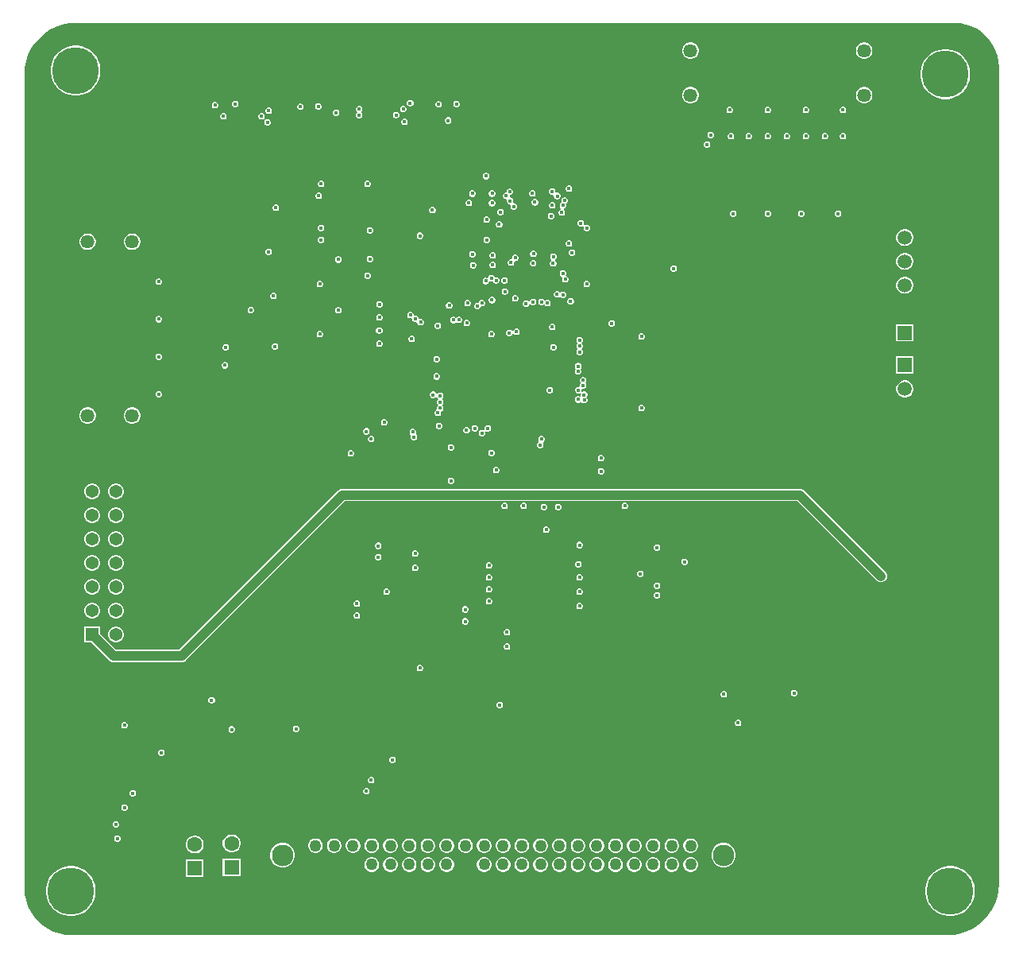
<source format=gbr>
G04*
G04 #@! TF.GenerationSoftware,Altium Limited,Altium Designer,24.1.2 (44)*
G04*
G04 Layer_Physical_Order=2*
G04 Layer_Color=1265191*
%FSLAX44Y44*%
%MOMM*%
G71*
G04*
G04 #@! TF.SameCoordinates,8DB790BD-C0D2-442E-8808-D1DB86FAA070*
G04*
G04*
G04 #@! TF.FilePolarity,Positive*
G04*
G01*
G75*
%ADD117C,1.0000*%
%ADD122C,5.0000*%
%ADD123C,0.5000*%
%ADD124C,1.4580*%
%ADD125C,2.3000*%
%ADD127C,1.2580*%
%ADD128C,1.5200*%
%ADD129R,1.5200X1.5200*%
%ADD130C,1.3700*%
%ADD131R,1.3700X1.3700*%
%ADD132R,1.6000X1.6000*%
%ADD133C,1.6000*%
%ADD134C,0.4000*%
G36*
X2225072Y1680190D02*
X2225072Y1680190D01*
Y1680190D01*
X2226335Y1680186D01*
X2231894Y1679821D01*
X2238006Y1678606D01*
X2243908Y1676602D01*
X2249497Y1673846D01*
X2254679Y1670384D01*
X2259364Y1666274D01*
X2263474Y1661589D01*
X2266936Y1656407D01*
X2269692Y1650818D01*
X2271696Y1644916D01*
X2272911Y1638804D01*
X2273280Y1633188D01*
X2273280Y1633188D01*
X2273280D01*
X2273291Y1633176D01*
Y763270D01*
X2273320Y763123D01*
X2272863Y756138D01*
X2271468Y749128D01*
X2269171Y742360D01*
X2266010Y735950D01*
X2262039Y730007D01*
X2257326Y724634D01*
X2251953Y719921D01*
X2246010Y715950D01*
X2239600Y712789D01*
X2232832Y710492D01*
X2225822Y709098D01*
X2218837Y708640D01*
X2218690Y708669D01*
X1287648D01*
X1286416Y708724D01*
X1286416D01*
X1286416Y708724D01*
X1284605Y708605D01*
X1278050Y709035D01*
X1271607Y710316D01*
X1265387Y712428D01*
X1259495Y715333D01*
X1254033Y718983D01*
X1249094Y723314D01*
X1244763Y728253D01*
X1241113Y733715D01*
X1238208Y739607D01*
X1236096Y745827D01*
X1234815Y752270D01*
X1234504Y757014D01*
X1234504Y757014D01*
X1234504D01*
X1234449Y757067D01*
Y1623173D01*
X1234512Y1623176D01*
X1234449Y1624140D01*
Y1626870D01*
X1234440Y1626917D01*
X1234821Y1632739D01*
X1236217Y1639756D01*
X1238517Y1646531D01*
X1241681Y1652948D01*
X1245656Y1658897D01*
X1250374Y1664276D01*
X1255753Y1668993D01*
X1261702Y1672968D01*
X1268118Y1676133D01*
X1274893Y1678432D01*
X1281911Y1679828D01*
X1286626Y1680137D01*
X1286626Y1680137D01*
Y1680137D01*
X1286687Y1680201D01*
X2223813D01*
X2225072Y1680190D01*
D02*
G37*
%LPC*%
G36*
X2130737Y1659470D02*
X2128423D01*
X2126187Y1658871D01*
X2124183Y1657714D01*
X2122546Y1656077D01*
X2121389Y1654073D01*
X2120790Y1651837D01*
Y1649523D01*
X2121389Y1647287D01*
X2122546Y1645283D01*
X2124183Y1643646D01*
X2126187Y1642489D01*
X2128423Y1641890D01*
X2130737D01*
X2132973Y1642489D01*
X2134977Y1643646D01*
X2136614Y1645283D01*
X2137771Y1647287D01*
X2138370Y1649523D01*
Y1651837D01*
X2137771Y1654073D01*
X2136614Y1656077D01*
X2134977Y1657714D01*
X2132973Y1658871D01*
X2130737Y1659470D01*
D02*
G37*
G36*
X1945737D02*
X1943423D01*
X1941187Y1658871D01*
X1939183Y1657714D01*
X1937546Y1656077D01*
X1936389Y1654073D01*
X1935790Y1651837D01*
Y1649523D01*
X1936389Y1647287D01*
X1937546Y1645283D01*
X1939183Y1643646D01*
X1941187Y1642489D01*
X1943423Y1641890D01*
X1945737D01*
X1947973Y1642489D01*
X1949977Y1643646D01*
X1951614Y1645283D01*
X1952771Y1647287D01*
X1953370Y1649523D01*
Y1651837D01*
X1952771Y1654073D01*
X1951614Y1656077D01*
X1949977Y1657714D01*
X1947973Y1658871D01*
X1945737Y1659470D01*
D02*
G37*
G36*
X1291136Y1655910D02*
X1286964D01*
X1282845Y1655258D01*
X1278877Y1653969D01*
X1275161Y1652075D01*
X1271786Y1649623D01*
X1268837Y1646674D01*
X1266385Y1643299D01*
X1264492Y1639583D01*
X1263203Y1635615D01*
X1262550Y1631496D01*
Y1627324D01*
X1263203Y1623205D01*
X1264492Y1619238D01*
X1266385Y1615521D01*
X1268837Y1612146D01*
X1271786Y1609197D01*
X1275161Y1606745D01*
X1278877Y1604852D01*
X1282845Y1603562D01*
X1286964Y1602910D01*
X1291136D01*
X1295255Y1603562D01*
X1299223Y1604852D01*
X1302939Y1606745D01*
X1306314Y1609197D01*
X1309263Y1612146D01*
X1311715Y1615521D01*
X1313609Y1619238D01*
X1314897Y1623205D01*
X1315550Y1627324D01*
Y1631496D01*
X1314897Y1635615D01*
X1313609Y1639583D01*
X1311715Y1643299D01*
X1309263Y1646674D01*
X1306314Y1649623D01*
X1302939Y1652075D01*
X1299223Y1653969D01*
X1295255Y1655258D01*
X1291136Y1655910D01*
D02*
G37*
G36*
X2218236Y1652100D02*
X2214064D01*
X2209945Y1651447D01*
X2205977Y1650159D01*
X2202261Y1648265D01*
X2198886Y1645813D01*
X2195937Y1642864D01*
X2193485Y1639489D01*
X2191591Y1635773D01*
X2190302Y1631805D01*
X2189650Y1627686D01*
Y1623514D01*
X2190302Y1619395D01*
X2191591Y1615428D01*
X2193485Y1611711D01*
X2195937Y1608336D01*
X2198886Y1605387D01*
X2202261Y1602935D01*
X2205977Y1601042D01*
X2209945Y1599753D01*
X2214064Y1599100D01*
X2218236D01*
X2222355Y1599753D01*
X2226322Y1601042D01*
X2230039Y1602935D01*
X2233414Y1605387D01*
X2236363Y1608336D01*
X2238815Y1611711D01*
X2240708Y1615428D01*
X2241998Y1619395D01*
X2242650Y1623514D01*
Y1627686D01*
X2241998Y1631805D01*
X2240708Y1635773D01*
X2238815Y1639489D01*
X2236363Y1642864D01*
X2233414Y1645813D01*
X2230039Y1648265D01*
X2226322Y1650159D01*
X2222355Y1651447D01*
X2218236Y1652100D01*
D02*
G37*
G36*
X2130737Y1611970D02*
X2128423D01*
X2126187Y1611371D01*
X2124183Y1610214D01*
X2122546Y1608577D01*
X2121389Y1606573D01*
X2120790Y1604337D01*
Y1602023D01*
X2121389Y1599787D01*
X2122546Y1597783D01*
X2124183Y1596146D01*
X2126187Y1594989D01*
X2128423Y1594390D01*
X2130737D01*
X2132973Y1594989D01*
X2134977Y1596146D01*
X2136614Y1597783D01*
X2137771Y1599787D01*
X2138370Y1602023D01*
Y1604337D01*
X2137771Y1606573D01*
X2136614Y1608577D01*
X2134977Y1610214D01*
X2132973Y1611371D01*
X2130737Y1611970D01*
D02*
G37*
G36*
X1945737D02*
X1943423D01*
X1941187Y1611371D01*
X1939183Y1610214D01*
X1937546Y1608577D01*
X1936389Y1606573D01*
X1935790Y1604337D01*
Y1602023D01*
X1936389Y1599787D01*
X1937546Y1597783D01*
X1939183Y1596146D01*
X1941187Y1594989D01*
X1943423Y1594390D01*
X1945737D01*
X1947973Y1594989D01*
X1949977Y1596146D01*
X1951614Y1597783D01*
X1952771Y1599787D01*
X1953370Y1602023D01*
Y1604337D01*
X1952771Y1606573D01*
X1951614Y1608577D01*
X1949977Y1610214D01*
X1947973Y1611371D01*
X1945737Y1611970D01*
D02*
G37*
G36*
X1646456Y1598210D02*
X1645064D01*
X1643777Y1597677D01*
X1642793Y1596693D01*
X1642260Y1595406D01*
Y1594014D01*
X1642793Y1592727D01*
X1643777Y1591743D01*
X1645064Y1591210D01*
X1646456D01*
X1647743Y1591743D01*
X1648727Y1592727D01*
X1649260Y1594014D01*
Y1595406D01*
X1648727Y1596693D01*
X1647743Y1597677D01*
X1646456Y1598210D01*
D02*
G37*
G36*
X1459926Y1597350D02*
X1458534D01*
X1457247Y1596817D01*
X1456263Y1595833D01*
X1455730Y1594546D01*
Y1593154D01*
X1456263Y1591867D01*
X1457247Y1590883D01*
X1458534Y1590350D01*
X1459926D01*
X1461213Y1590883D01*
X1462197Y1591867D01*
X1462730Y1593154D01*
Y1594546D01*
X1462197Y1595833D01*
X1461213Y1596817D01*
X1459926Y1597350D01*
D02*
G37*
G36*
X1695841Y1597150D02*
X1694449D01*
X1693162Y1596617D01*
X1692178Y1595633D01*
X1691645Y1594346D01*
Y1592954D01*
X1692178Y1591667D01*
X1693162Y1590683D01*
X1694449Y1590150D01*
X1695841D01*
X1697128Y1590683D01*
X1698112Y1591667D01*
X1698645Y1592954D01*
Y1594346D01*
X1698112Y1595633D01*
X1697128Y1596617D01*
X1695841Y1597150D01*
D02*
G37*
G36*
X1676588Y1597096D02*
X1675196D01*
X1673909Y1596563D01*
X1672925Y1595579D01*
X1672392Y1594292D01*
Y1592900D01*
X1672925Y1591613D01*
X1673909Y1590629D01*
X1675196Y1590096D01*
X1676588D01*
X1677875Y1590629D01*
X1678859Y1591613D01*
X1679392Y1592900D01*
Y1594292D01*
X1678859Y1595579D01*
X1677875Y1596563D01*
X1676588Y1597096D01*
D02*
G37*
G36*
X1438336Y1596080D02*
X1436944D01*
X1435657Y1595547D01*
X1434673Y1594563D01*
X1434140Y1593276D01*
Y1591884D01*
X1434673Y1590597D01*
X1435657Y1589613D01*
X1436944Y1589080D01*
X1438336D01*
X1439623Y1589613D01*
X1440607Y1590597D01*
X1441140Y1591884D01*
Y1593276D01*
X1440607Y1594563D01*
X1439623Y1595547D01*
X1438336Y1596080D01*
D02*
G37*
G36*
X1548521Y1594610D02*
X1547129D01*
X1545842Y1594077D01*
X1544858Y1593093D01*
X1544325Y1591806D01*
Y1590414D01*
X1544858Y1589128D01*
X1545842Y1588143D01*
X1547129Y1587610D01*
X1548521D01*
X1549807Y1588143D01*
X1550792Y1589128D01*
X1551325Y1590414D01*
Y1591806D01*
X1550792Y1593093D01*
X1549807Y1594077D01*
X1548521Y1594610D01*
D02*
G37*
G36*
X1529268Y1594556D02*
X1527876D01*
X1526589Y1594023D01*
X1525605Y1593039D01*
X1525072Y1591752D01*
Y1590360D01*
X1525605Y1589073D01*
X1526589Y1588089D01*
X1527876Y1587556D01*
X1529268D01*
X1530555Y1588089D01*
X1531539Y1589073D01*
X1532072Y1590360D01*
Y1591752D01*
X1531539Y1593039D01*
X1530555Y1594023D01*
X1529268Y1594556D01*
D02*
G37*
G36*
X1638996Y1591960D02*
X1637604D01*
X1636317Y1591427D01*
X1635333Y1590443D01*
X1634800Y1589156D01*
Y1587764D01*
X1635333Y1586477D01*
X1636317Y1585493D01*
X1637604Y1584960D01*
X1638996D01*
X1640283Y1585493D01*
X1641267Y1586477D01*
X1641800Y1587764D01*
Y1589156D01*
X1641267Y1590443D01*
X1640283Y1591427D01*
X1638996Y1591960D01*
D02*
G37*
G36*
X2107626Y1591000D02*
X2106234D01*
X2104947Y1590467D01*
X2103963Y1589483D01*
X2103430Y1588196D01*
Y1586804D01*
X2103963Y1585517D01*
X2104947Y1584533D01*
X2106234Y1584000D01*
X2107626D01*
X2108913Y1584533D01*
X2109897Y1585517D01*
X2110430Y1586804D01*
Y1588196D01*
X2109897Y1589483D01*
X2108913Y1590467D01*
X2107626Y1591000D01*
D02*
G37*
G36*
X2068256D02*
X2066864D01*
X2065577Y1590467D01*
X2064593Y1589483D01*
X2064060Y1588196D01*
Y1586804D01*
X2064593Y1585517D01*
X2065577Y1584533D01*
X2066864Y1584000D01*
X2068256D01*
X2069543Y1584533D01*
X2070527Y1585517D01*
X2071060Y1586804D01*
Y1588196D01*
X2070527Y1589483D01*
X2069543Y1590467D01*
X2068256Y1591000D01*
D02*
G37*
G36*
X2027616D02*
X2026224D01*
X2024937Y1590467D01*
X2023953Y1589483D01*
X2023420Y1588196D01*
Y1586804D01*
X2023953Y1585517D01*
X2024937Y1584533D01*
X2026224Y1584000D01*
X2027616D01*
X2028903Y1584533D01*
X2029887Y1585517D01*
X2030420Y1586804D01*
Y1588196D01*
X2029887Y1589483D01*
X2028903Y1590467D01*
X2027616Y1591000D01*
D02*
G37*
G36*
X1986976D02*
X1985584D01*
X1984297Y1590467D01*
X1983313Y1589483D01*
X1982780Y1588196D01*
Y1586804D01*
X1983313Y1585517D01*
X1984297Y1584533D01*
X1985584Y1584000D01*
X1986976D01*
X1988263Y1584533D01*
X1989247Y1585517D01*
X1989780Y1586804D01*
Y1588196D01*
X1989247Y1589483D01*
X1988263Y1590467D01*
X1986976Y1591000D01*
D02*
G37*
G36*
X1495518Y1590174D02*
X1494126D01*
X1492840Y1589641D01*
X1491855Y1588656D01*
X1491322Y1587370D01*
Y1585977D01*
X1491855Y1584691D01*
X1492840Y1583707D01*
X1494126Y1583174D01*
X1495518D01*
X1496805Y1583707D01*
X1497789Y1584691D01*
X1498322Y1585977D01*
Y1587370D01*
X1497789Y1588656D01*
X1496805Y1589641D01*
X1495518Y1590174D01*
D02*
G37*
G36*
X1567482Y1588066D02*
X1566090D01*
X1564803Y1587533D01*
X1563819Y1586549D01*
X1563286Y1585262D01*
Y1583870D01*
X1563819Y1582583D01*
X1564803Y1581599D01*
X1566090Y1581066D01*
X1567482D01*
X1568769Y1581599D01*
X1569753Y1582583D01*
X1570286Y1583870D01*
Y1585262D01*
X1569753Y1586549D01*
X1568769Y1587533D01*
X1567482Y1588066D01*
D02*
G37*
G36*
X1631340Y1585480D02*
X1629948D01*
X1628662Y1584948D01*
X1627677Y1583963D01*
X1627144Y1582677D01*
Y1581284D01*
X1627677Y1579998D01*
X1628662Y1579013D01*
X1629948Y1578481D01*
X1631340D01*
X1632627Y1579013D01*
X1633611Y1579998D01*
X1634144Y1581284D01*
Y1582677D01*
X1633611Y1583963D01*
X1632627Y1584948D01*
X1631340Y1585480D01*
D02*
G37*
G36*
X1592006Y1591960D02*
X1590614D01*
X1589327Y1591427D01*
X1588343Y1590443D01*
X1587810Y1589156D01*
Y1587764D01*
X1588343Y1586477D01*
X1588781Y1586040D01*
X1589188Y1585210D01*
X1588781Y1584380D01*
X1588343Y1583943D01*
X1587810Y1582656D01*
Y1581264D01*
X1588343Y1579977D01*
X1589327Y1578993D01*
X1590614Y1578460D01*
X1592006D01*
X1593293Y1578993D01*
X1594277Y1579977D01*
X1594810Y1581264D01*
Y1582656D01*
X1594277Y1583943D01*
X1593839Y1584380D01*
X1593432Y1585210D01*
X1593839Y1586040D01*
X1594277Y1586477D01*
X1594810Y1587764D01*
Y1589156D01*
X1594277Y1590443D01*
X1593293Y1591427D01*
X1592006Y1591960D01*
D02*
G37*
G36*
X1487866Y1584190D02*
X1486474D01*
X1485187Y1583657D01*
X1484203Y1582673D01*
X1483670Y1581386D01*
Y1579994D01*
X1484203Y1578707D01*
X1485187Y1577723D01*
X1486474Y1577190D01*
X1487866D01*
X1489153Y1577723D01*
X1490137Y1578707D01*
X1490670Y1579994D01*
Y1581386D01*
X1490137Y1582673D01*
X1489153Y1583657D01*
X1487866Y1584190D01*
D02*
G37*
G36*
X1447226D02*
X1445834D01*
X1444547Y1583657D01*
X1443563Y1582673D01*
X1443030Y1581386D01*
Y1579994D01*
X1443563Y1578707D01*
X1444547Y1577723D01*
X1445834Y1577190D01*
X1447226D01*
X1448513Y1577723D01*
X1449497Y1578707D01*
X1450030Y1579994D01*
Y1581386D01*
X1449497Y1582673D01*
X1448513Y1583657D01*
X1447226Y1584190D01*
D02*
G37*
G36*
X1686872Y1579691D02*
X1685480D01*
X1684193Y1579158D01*
X1683209Y1578174D01*
X1682676Y1576887D01*
Y1575495D01*
X1683209Y1574209D01*
X1684193Y1573224D01*
X1685480Y1572691D01*
X1686872D01*
X1688158Y1573224D01*
X1689143Y1574209D01*
X1689676Y1575495D01*
Y1576887D01*
X1689143Y1578174D01*
X1688158Y1579158D01*
X1686872Y1579691D01*
D02*
G37*
G36*
X1640266Y1578300D02*
X1638874D01*
X1637587Y1577767D01*
X1636603Y1576783D01*
X1636070Y1575496D01*
Y1574104D01*
X1636603Y1572817D01*
X1637587Y1571833D01*
X1638874Y1571300D01*
X1640266D01*
X1641553Y1571833D01*
X1642537Y1572817D01*
X1643070Y1574104D01*
Y1575496D01*
X1642537Y1576783D01*
X1641553Y1577767D01*
X1640266Y1578300D01*
D02*
G37*
G36*
X1494216Y1577690D02*
X1492824D01*
X1491537Y1577157D01*
X1490553Y1576173D01*
X1490020Y1574886D01*
Y1573494D01*
X1490553Y1572207D01*
X1491537Y1571223D01*
X1492824Y1570690D01*
X1494216D01*
X1495503Y1571223D01*
X1496487Y1572207D01*
X1497020Y1573494D01*
Y1574886D01*
X1496487Y1576173D01*
X1495503Y1577157D01*
X1494216Y1577690D01*
D02*
G37*
G36*
X1966656Y1564330D02*
X1965264D01*
X1963977Y1563797D01*
X1962993Y1562813D01*
X1962460Y1561526D01*
Y1560134D01*
X1962993Y1558847D01*
X1963977Y1557863D01*
X1965264Y1557330D01*
X1966656D01*
X1967943Y1557863D01*
X1968927Y1558847D01*
X1969460Y1560134D01*
Y1561526D01*
X1968927Y1562813D01*
X1967943Y1563797D01*
X1966656Y1564330D01*
D02*
G37*
G36*
X2107626Y1563060D02*
X2106234D01*
X2104947Y1562527D01*
X2103963Y1561543D01*
X2103430Y1560256D01*
Y1558864D01*
X2103963Y1557577D01*
X2104947Y1556593D01*
X2106234Y1556060D01*
X2107626D01*
X2108913Y1556593D01*
X2109897Y1557577D01*
X2110430Y1558864D01*
Y1560256D01*
X2109897Y1561543D01*
X2108913Y1562527D01*
X2107626Y1563060D01*
D02*
G37*
G36*
X2088576D02*
X2087184D01*
X2085897Y1562527D01*
X2084913Y1561543D01*
X2084380Y1560256D01*
Y1558864D01*
X2084913Y1557577D01*
X2085897Y1556593D01*
X2087184Y1556060D01*
X2088576D01*
X2089863Y1556593D01*
X2090847Y1557577D01*
X2091380Y1558864D01*
Y1560256D01*
X2090847Y1561543D01*
X2089863Y1562527D01*
X2088576Y1563060D01*
D02*
G37*
G36*
X2068256D02*
X2066864D01*
X2065577Y1562527D01*
X2064593Y1561543D01*
X2064060Y1560256D01*
Y1558864D01*
X2064593Y1557577D01*
X2065577Y1556593D01*
X2066864Y1556060D01*
X2068256D01*
X2069543Y1556593D01*
X2070527Y1557577D01*
X2071060Y1558864D01*
Y1560256D01*
X2070527Y1561543D01*
X2069543Y1562527D01*
X2068256Y1563060D01*
D02*
G37*
G36*
X2047936D02*
X2046544D01*
X2045257Y1562527D01*
X2044273Y1561543D01*
X2043740Y1560256D01*
Y1558864D01*
X2044273Y1557577D01*
X2045257Y1556593D01*
X2046544Y1556060D01*
X2047936D01*
X2049223Y1556593D01*
X2050207Y1557577D01*
X2050740Y1558864D01*
Y1560256D01*
X2050207Y1561543D01*
X2049223Y1562527D01*
X2047936Y1563060D01*
D02*
G37*
G36*
X2027616D02*
X2026224D01*
X2024937Y1562527D01*
X2023953Y1561543D01*
X2023420Y1560256D01*
Y1558864D01*
X2023953Y1557577D01*
X2024937Y1556593D01*
X2026224Y1556060D01*
X2027616D01*
X2028903Y1556593D01*
X2029887Y1557577D01*
X2030420Y1558864D01*
Y1560256D01*
X2029887Y1561543D01*
X2028903Y1562527D01*
X2027616Y1563060D01*
D02*
G37*
G36*
X2007296D02*
X2005904D01*
X2004617Y1562527D01*
X2003633Y1561543D01*
X2003100Y1560256D01*
Y1558864D01*
X2003633Y1557577D01*
X2004617Y1556593D01*
X2005904Y1556060D01*
X2007296D01*
X2008583Y1556593D01*
X2009567Y1557577D01*
X2010100Y1558864D01*
Y1560256D01*
X2009567Y1561543D01*
X2008583Y1562527D01*
X2007296Y1563060D01*
D02*
G37*
G36*
X1988246D02*
X1986854D01*
X1985567Y1562527D01*
X1984583Y1561543D01*
X1984050Y1560256D01*
Y1558864D01*
X1984583Y1557577D01*
X1985567Y1556593D01*
X1986854Y1556060D01*
X1988246D01*
X1989533Y1556593D01*
X1990517Y1557577D01*
X1991050Y1558864D01*
Y1560256D01*
X1990517Y1561543D01*
X1989533Y1562527D01*
X1988246Y1563060D01*
D02*
G37*
G36*
X1962846Y1554170D02*
X1961454D01*
X1960167Y1553637D01*
X1959183Y1552653D01*
X1958650Y1551366D01*
Y1549974D01*
X1959183Y1548687D01*
X1960167Y1547703D01*
X1961454Y1547170D01*
X1962846D01*
X1964133Y1547703D01*
X1965117Y1548687D01*
X1965650Y1549974D01*
Y1551366D01*
X1965117Y1552653D01*
X1964133Y1553637D01*
X1962846Y1554170D01*
D02*
G37*
G36*
X1727316Y1520570D02*
X1725924D01*
X1724637Y1520037D01*
X1723653Y1519053D01*
X1723120Y1517766D01*
Y1516374D01*
X1723653Y1515087D01*
X1724637Y1514103D01*
X1725924Y1513570D01*
X1727316D01*
X1728602Y1514103D01*
X1729587Y1515087D01*
X1730120Y1516374D01*
Y1517766D01*
X1729587Y1519053D01*
X1728602Y1520037D01*
X1727316Y1520570D01*
D02*
G37*
G36*
X1600896Y1512260D02*
X1599504D01*
X1598217Y1511727D01*
X1597233Y1510743D01*
X1596700Y1509456D01*
Y1508064D01*
X1597233Y1506777D01*
X1598217Y1505793D01*
X1599504Y1505260D01*
X1600896D01*
X1602183Y1505793D01*
X1603167Y1506777D01*
X1603700Y1508064D01*
Y1509456D01*
X1603167Y1510743D01*
X1602183Y1511727D01*
X1600896Y1512260D01*
D02*
G37*
G36*
X1551366D02*
X1549974D01*
X1548687Y1511727D01*
X1547703Y1510743D01*
X1547170Y1509456D01*
Y1508064D01*
X1547703Y1506777D01*
X1548687Y1505793D01*
X1549974Y1505260D01*
X1551366D01*
X1552653Y1505793D01*
X1553637Y1506777D01*
X1554170Y1508064D01*
Y1509456D01*
X1553637Y1510743D01*
X1552653Y1511727D01*
X1551366Y1512260D01*
D02*
G37*
G36*
X1815526Y1507180D02*
X1814134D01*
X1812847Y1506647D01*
X1811863Y1505663D01*
X1811330Y1504376D01*
Y1502984D01*
X1811863Y1501697D01*
X1812847Y1500713D01*
X1814134Y1500180D01*
X1815526D01*
X1816813Y1500713D01*
X1817797Y1501697D01*
X1818330Y1502984D01*
Y1504376D01*
X1817797Y1505663D01*
X1816813Y1506647D01*
X1815526Y1507180D01*
D02*
G37*
G36*
X1776646Y1502020D02*
X1775254D01*
X1773967Y1501487D01*
X1772983Y1500503D01*
X1772450Y1499216D01*
Y1497824D01*
X1772983Y1496537D01*
X1773967Y1495553D01*
X1775254Y1495020D01*
X1776646D01*
X1777933Y1495553D01*
X1778917Y1496537D01*
X1779450Y1497824D01*
Y1499216D01*
X1778917Y1500503D01*
X1777933Y1501487D01*
X1776646Y1502020D01*
D02*
G37*
G36*
X1733756Y1501980D02*
X1732364D01*
X1731077Y1501447D01*
X1730093Y1500463D01*
X1729560Y1499176D01*
Y1497784D01*
X1730093Y1496497D01*
X1731077Y1495513D01*
X1732364Y1494980D01*
X1733756D01*
X1735043Y1495513D01*
X1736027Y1496497D01*
X1736560Y1497784D01*
Y1499176D01*
X1736027Y1500463D01*
X1735043Y1501447D01*
X1733756Y1501980D01*
D02*
G37*
G36*
X1712656Y1501900D02*
X1711264D01*
X1709977Y1501367D01*
X1708993Y1500383D01*
X1708460Y1499096D01*
Y1497704D01*
X1708993Y1496417D01*
X1709977Y1495433D01*
X1711264Y1494900D01*
X1712656D01*
X1713943Y1495433D01*
X1714927Y1496417D01*
X1715460Y1497704D01*
Y1499096D01*
X1714927Y1500383D01*
X1713943Y1501367D01*
X1712656Y1501900D01*
D02*
G37*
G36*
X1548826Y1499560D02*
X1547434D01*
X1546147Y1499027D01*
X1545163Y1498043D01*
X1544630Y1496756D01*
Y1495364D01*
X1545163Y1494077D01*
X1546147Y1493093D01*
X1547434Y1492560D01*
X1548826D01*
X1550113Y1493093D01*
X1551097Y1494077D01*
X1551630Y1495364D01*
Y1496756D01*
X1551097Y1498043D01*
X1550113Y1499027D01*
X1548826Y1499560D01*
D02*
G37*
G36*
X1797746Y1504260D02*
X1796354D01*
X1795067Y1503727D01*
X1794083Y1502743D01*
X1793550Y1501456D01*
Y1500064D01*
X1794083Y1498777D01*
X1795067Y1497793D01*
X1796354Y1497260D01*
X1797746D01*
X1797948Y1497344D01*
X1798959Y1496466D01*
Y1495074D01*
X1799492Y1493787D01*
X1800477Y1492803D01*
X1801763Y1492270D01*
X1803155D01*
X1804442Y1492803D01*
X1805426Y1493787D01*
X1805959Y1495074D01*
Y1496466D01*
X1805426Y1497753D01*
X1804442Y1498737D01*
X1803155Y1499270D01*
X1801763D01*
X1801561Y1499186D01*
X1800550Y1500064D01*
Y1501456D01*
X1800017Y1502743D01*
X1799033Y1503727D01*
X1797746Y1504260D01*
D02*
G37*
G36*
X1779340Y1492584D02*
X1777948D01*
X1776661Y1492051D01*
X1775677Y1491066D01*
X1775144Y1489780D01*
Y1488387D01*
X1775677Y1487101D01*
X1776661Y1486117D01*
X1777948Y1485584D01*
X1779340D01*
X1780626Y1486117D01*
X1781611Y1487101D01*
X1782144Y1488387D01*
Y1489780D01*
X1781611Y1491066D01*
X1780626Y1492051D01*
X1779340Y1492584D01*
D02*
G37*
G36*
X1708839Y1491947D02*
X1707447D01*
X1706160Y1491414D01*
X1705176Y1490430D01*
X1704643Y1489143D01*
Y1487751D01*
X1705176Y1486464D01*
X1706160Y1485480D01*
X1707447Y1484947D01*
X1708839D01*
X1710126Y1485480D01*
X1711110Y1486464D01*
X1711643Y1487751D01*
Y1489143D01*
X1711110Y1490430D01*
X1710126Y1491414D01*
X1708839Y1491947D01*
D02*
G37*
G36*
X1733756Y1491820D02*
X1732364D01*
X1731077Y1491287D01*
X1730093Y1490303D01*
X1729560Y1489016D01*
Y1487624D01*
X1730093Y1486337D01*
X1731077Y1485353D01*
X1732364Y1484820D01*
X1733756D01*
X1735043Y1485353D01*
X1736027Y1486337D01*
X1736560Y1487624D01*
Y1489016D01*
X1736027Y1490303D01*
X1735043Y1491287D01*
X1733756Y1491820D01*
D02*
G37*
G36*
X1797746Y1489400D02*
X1796354D01*
X1795067Y1488867D01*
X1794083Y1487883D01*
X1793550Y1486596D01*
Y1485204D01*
X1794083Y1483917D01*
X1795067Y1482933D01*
X1796354Y1482400D01*
X1797746D01*
X1799033Y1482933D01*
X1800017Y1483917D01*
X1800550Y1485204D01*
Y1486596D01*
X1800017Y1487883D01*
X1799033Y1488867D01*
X1797746Y1489400D01*
D02*
G37*
G36*
X1752606Y1503915D02*
X1751214D01*
X1749927Y1503382D01*
X1748943Y1502398D01*
X1748410Y1501111D01*
Y1499719D01*
X1747729Y1499560D01*
X1747514D01*
X1746227Y1499027D01*
X1745243Y1498043D01*
X1744710Y1496756D01*
Y1495364D01*
X1745243Y1494077D01*
X1746227Y1493093D01*
X1747514Y1492560D01*
X1747891D01*
X1748757Y1491333D01*
Y1489941D01*
X1749290Y1488655D01*
X1750275Y1487670D01*
X1751561Y1487137D01*
X1751928D01*
X1752754Y1485867D01*
X1752530Y1485326D01*
Y1483934D01*
X1753063Y1482647D01*
X1754047Y1481663D01*
X1755334Y1481130D01*
X1756726D01*
X1758013Y1481663D01*
X1758997Y1482647D01*
X1759530Y1483934D01*
Y1485326D01*
X1758997Y1486613D01*
X1758013Y1487597D01*
X1756726Y1488130D01*
X1756359D01*
X1755533Y1489400D01*
X1755757Y1489941D01*
Y1491333D01*
X1755224Y1492620D01*
X1754240Y1493604D01*
X1752953Y1494137D01*
X1752577D01*
X1751710Y1495364D01*
Y1496756D01*
X1752391Y1496915D01*
X1752606D01*
X1753893Y1497448D01*
X1754877Y1498432D01*
X1755410Y1499719D01*
Y1501111D01*
X1754877Y1502398D01*
X1753893Y1503382D01*
X1752606Y1503915D01*
D02*
G37*
G36*
X1503106Y1486860D02*
X1501714D01*
X1500427Y1486327D01*
X1499443Y1485343D01*
X1498910Y1484056D01*
Y1482664D01*
X1499443Y1481377D01*
X1500427Y1480393D01*
X1501714Y1479860D01*
X1503106D01*
X1504393Y1480393D01*
X1505377Y1481377D01*
X1505910Y1482664D01*
Y1484056D01*
X1505377Y1485343D01*
X1504393Y1486327D01*
X1503106Y1486860D01*
D02*
G37*
G36*
X1670056Y1484236D02*
X1668664D01*
X1667377Y1483704D01*
X1666393Y1482719D01*
X1665860Y1481433D01*
Y1480040D01*
X1666393Y1478754D01*
X1667377Y1477769D01*
X1668664Y1477236D01*
X1670056D01*
X1671343Y1477769D01*
X1672327Y1478754D01*
X1672860Y1480040D01*
Y1481433D01*
X1672327Y1482719D01*
X1671343Y1483704D01*
X1670056Y1484236D01*
D02*
G37*
G36*
X1742766Y1482150D02*
X1741374D01*
X1740087Y1481617D01*
X1739103Y1480633D01*
X1738570Y1479346D01*
Y1477954D01*
X1739103Y1476667D01*
X1740087Y1475683D01*
X1741374Y1475150D01*
X1742766D01*
X1744053Y1475683D01*
X1745037Y1476667D01*
X1745570Y1477954D01*
Y1479346D01*
X1745037Y1480633D01*
X1744053Y1481617D01*
X1742766Y1482150D01*
D02*
G37*
G36*
X1811026Y1494520D02*
X1809634D01*
X1808347Y1493987D01*
X1807363Y1493003D01*
X1806830Y1491716D01*
Y1490324D01*
X1807312Y1489160D01*
X1806478Y1488815D01*
X1805494Y1487830D01*
X1804961Y1486543D01*
Y1485151D01*
X1805494Y1483865D01*
X1806369Y1482990D01*
X1806391Y1482800D01*
X1806354Y1482387D01*
X1806165Y1481635D01*
X1805227Y1481247D01*
X1804243Y1480263D01*
X1803710Y1478976D01*
Y1477584D01*
X1804243Y1476297D01*
X1805227Y1475313D01*
X1806514Y1474780D01*
X1807906D01*
X1809193Y1475313D01*
X1810177Y1476297D01*
X1810710Y1477584D01*
Y1478976D01*
X1810177Y1480263D01*
X1809302Y1481137D01*
X1809280Y1481327D01*
X1809317Y1481740D01*
X1809506Y1482492D01*
X1810444Y1482880D01*
X1811428Y1483865D01*
X1811961Y1485151D01*
Y1486543D01*
X1811479Y1487708D01*
X1812313Y1488053D01*
X1813297Y1489037D01*
X1813830Y1490324D01*
Y1491716D01*
X1813297Y1493003D01*
X1812313Y1493987D01*
X1811026Y1494520D01*
D02*
G37*
G36*
X2102546Y1480510D02*
X2101154D01*
X2099867Y1479977D01*
X2098883Y1478993D01*
X2098350Y1477706D01*
Y1476314D01*
X2098883Y1475027D01*
X2099867Y1474043D01*
X2101154Y1473510D01*
X2102546D01*
X2103833Y1474043D01*
X2104817Y1475027D01*
X2105350Y1476314D01*
Y1477706D01*
X2104817Y1478993D01*
X2103833Y1479977D01*
X2102546Y1480510D01*
D02*
G37*
G36*
X2063176D02*
X2061784D01*
X2060497Y1479977D01*
X2059513Y1478993D01*
X2058980Y1477706D01*
Y1476314D01*
X2059513Y1475027D01*
X2060497Y1474043D01*
X2061784Y1473510D01*
X2063176D01*
X2064463Y1474043D01*
X2065447Y1475027D01*
X2065980Y1476314D01*
Y1477706D01*
X2065447Y1478993D01*
X2064463Y1479977D01*
X2063176Y1480510D01*
D02*
G37*
G36*
X2027616D02*
X2026224D01*
X2024937Y1479977D01*
X2023953Y1478993D01*
X2023420Y1477706D01*
Y1476314D01*
X2023953Y1475027D01*
X2024937Y1474043D01*
X2026224Y1473510D01*
X2027616D01*
X2028903Y1474043D01*
X2029887Y1475027D01*
X2030420Y1476314D01*
Y1477706D01*
X2029887Y1478993D01*
X2028903Y1479977D01*
X2027616Y1480510D01*
D02*
G37*
G36*
X1990786D02*
X1989394D01*
X1988107Y1479977D01*
X1987123Y1478993D01*
X1986590Y1477706D01*
Y1476314D01*
X1987123Y1475027D01*
X1988107Y1474043D01*
X1989394Y1473510D01*
X1990786D01*
X1992073Y1474043D01*
X1993057Y1475027D01*
X1993590Y1476314D01*
Y1477706D01*
X1993057Y1478993D01*
X1992073Y1479977D01*
X1990786Y1480510D01*
D02*
G37*
G36*
X1796476Y1477970D02*
X1795084D01*
X1793797Y1477437D01*
X1792813Y1476453D01*
X1792280Y1475166D01*
Y1473774D01*
X1792813Y1472487D01*
X1793797Y1471503D01*
X1795084Y1470970D01*
X1796476D01*
X1797763Y1471503D01*
X1798747Y1472487D01*
X1799280Y1473774D01*
Y1475166D01*
X1798747Y1476453D01*
X1797763Y1477437D01*
X1796476Y1477970D01*
D02*
G37*
G36*
X1727889Y1474167D02*
X1726497D01*
X1725210Y1473634D01*
X1724226Y1472650D01*
X1723693Y1471363D01*
Y1469971D01*
X1724226Y1468684D01*
X1725210Y1467700D01*
X1726497Y1467167D01*
X1727889D01*
X1729176Y1467700D01*
X1730160Y1468684D01*
X1730693Y1469971D01*
Y1471363D01*
X1730160Y1472650D01*
X1729176Y1473634D01*
X1727889Y1474167D01*
D02*
G37*
G36*
X1741286Y1469080D02*
X1739894D01*
X1738607Y1468547D01*
X1737623Y1467563D01*
X1737090Y1466276D01*
Y1464884D01*
X1737623Y1463597D01*
X1738607Y1462613D01*
X1739894Y1462080D01*
X1741286D01*
X1742573Y1462613D01*
X1743557Y1463597D01*
X1744090Y1464884D01*
Y1466276D01*
X1743557Y1467563D01*
X1742573Y1468547D01*
X1741286Y1469080D01*
D02*
G37*
G36*
X1828226Y1470350D02*
X1826834D01*
X1825547Y1469817D01*
X1824563Y1468833D01*
X1824030Y1467546D01*
Y1466154D01*
X1824563Y1464867D01*
X1825547Y1463883D01*
X1826834Y1463350D01*
X1828226D01*
X1829513Y1463883D01*
X1829648Y1464019D01*
X1830725Y1463299D01*
X1830380Y1462466D01*
Y1461074D01*
X1830913Y1459787D01*
X1831897Y1458803D01*
X1833184Y1458270D01*
X1834576D01*
X1835863Y1458803D01*
X1836847Y1459787D01*
X1837380Y1461074D01*
Y1462466D01*
X1836847Y1463753D01*
X1835863Y1464737D01*
X1834576Y1465270D01*
X1833184D01*
X1831897Y1464737D01*
X1831762Y1464601D01*
X1830685Y1465321D01*
X1831030Y1466154D01*
Y1467546D01*
X1830497Y1468833D01*
X1829513Y1469817D01*
X1828226Y1470350D01*
D02*
G37*
G36*
X1551366Y1465270D02*
X1549974D01*
X1548687Y1464737D01*
X1547703Y1463753D01*
X1547170Y1462466D01*
Y1461074D01*
X1547703Y1459787D01*
X1548687Y1458803D01*
X1549974Y1458270D01*
X1551366D01*
X1552653Y1458803D01*
X1553637Y1459787D01*
X1554170Y1461074D01*
Y1462466D01*
X1553637Y1463753D01*
X1552653Y1464737D01*
X1551366Y1465270D01*
D02*
G37*
G36*
X1603436Y1462730D02*
X1602044D01*
X1600757Y1462197D01*
X1599773Y1461213D01*
X1599240Y1459926D01*
Y1458534D01*
X1599773Y1457247D01*
X1600757Y1456263D01*
X1602044Y1455730D01*
X1603436D01*
X1604723Y1456263D01*
X1605707Y1457247D01*
X1606240Y1458534D01*
Y1459926D01*
X1605707Y1461213D01*
X1604723Y1462197D01*
X1603436Y1462730D01*
D02*
G37*
G36*
X1656776Y1456960D02*
X1655384D01*
X1654097Y1456427D01*
X1653113Y1455443D01*
X1652580Y1454156D01*
Y1452764D01*
X1653113Y1451477D01*
X1654097Y1450493D01*
X1655384Y1449960D01*
X1656776D01*
X1658063Y1450493D01*
X1659047Y1451477D01*
X1659580Y1452764D01*
Y1454156D01*
X1659047Y1455443D01*
X1658063Y1456427D01*
X1656776Y1456960D01*
D02*
G37*
G36*
X1727896Y1452570D02*
X1726504D01*
X1725217Y1452037D01*
X1724233Y1451053D01*
X1723700Y1449766D01*
Y1448374D01*
X1724233Y1447087D01*
X1725217Y1446103D01*
X1726504Y1445570D01*
X1727896D01*
X1729183Y1446103D01*
X1730167Y1447087D01*
X1730700Y1448374D01*
Y1449766D01*
X1730167Y1451053D01*
X1729183Y1452037D01*
X1727896Y1452570D01*
D02*
G37*
G36*
X1551366D02*
X1549974D01*
X1548687Y1452037D01*
X1547703Y1451053D01*
X1547170Y1449766D01*
Y1448374D01*
X1547703Y1447087D01*
X1548687Y1446103D01*
X1549974Y1445570D01*
X1551366D01*
X1552653Y1446103D01*
X1553637Y1447087D01*
X1554170Y1448374D01*
Y1449766D01*
X1553637Y1451053D01*
X1552653Y1452037D01*
X1551366Y1452570D01*
D02*
G37*
G36*
X2174168Y1460710D02*
X2171772D01*
X2169458Y1460090D01*
X2167383Y1458892D01*
X2165688Y1457198D01*
X2164490Y1455123D01*
X2163870Y1452808D01*
Y1450412D01*
X2164490Y1448098D01*
X2165688Y1446022D01*
X2167383Y1444328D01*
X2169458Y1443130D01*
X2171772Y1442510D01*
X2174168D01*
X2176483Y1443130D01*
X2178557Y1444328D01*
X2180252Y1446022D01*
X2181450Y1448098D01*
X2182070Y1450412D01*
Y1452808D01*
X2181450Y1455123D01*
X2180252Y1457198D01*
X2178557Y1458892D01*
X2176483Y1460090D01*
X2174168Y1460710D01*
D02*
G37*
G36*
X1815526Y1448760D02*
X1814134D01*
X1812847Y1448227D01*
X1811863Y1447243D01*
X1811330Y1445956D01*
Y1444564D01*
X1811863Y1443277D01*
X1812847Y1442293D01*
X1814134Y1441760D01*
X1815526D01*
X1816813Y1442293D01*
X1817797Y1443277D01*
X1818330Y1444564D01*
Y1445956D01*
X1817797Y1447243D01*
X1816813Y1448227D01*
X1815526Y1448760D01*
D02*
G37*
G36*
X1350407Y1455900D02*
X1348093D01*
X1345857Y1455301D01*
X1343853Y1454144D01*
X1342216Y1452507D01*
X1341059Y1450503D01*
X1340460Y1448267D01*
Y1445953D01*
X1341059Y1443717D01*
X1342216Y1441713D01*
X1343853Y1440076D01*
X1345857Y1438919D01*
X1348093Y1438320D01*
X1350407D01*
X1352643Y1438919D01*
X1354647Y1440076D01*
X1356284Y1441713D01*
X1357441Y1443717D01*
X1358040Y1445953D01*
Y1448267D01*
X1357441Y1450503D01*
X1356284Y1452507D01*
X1354647Y1454144D01*
X1352643Y1455301D01*
X1350407Y1455900D01*
D02*
G37*
G36*
X1302907D02*
X1300593D01*
X1298357Y1455301D01*
X1296353Y1454144D01*
X1294716Y1452507D01*
X1293559Y1450503D01*
X1292960Y1448267D01*
Y1445953D01*
X1293559Y1443717D01*
X1294716Y1441713D01*
X1296353Y1440076D01*
X1298357Y1438919D01*
X1300593Y1438320D01*
X1302907D01*
X1305143Y1438919D01*
X1307147Y1440076D01*
X1308784Y1441713D01*
X1309941Y1443717D01*
X1310540Y1445953D01*
Y1448267D01*
X1309941Y1450503D01*
X1308784Y1452507D01*
X1307147Y1454144D01*
X1305143Y1455301D01*
X1302907Y1455900D01*
D02*
G37*
G36*
X1495486Y1439870D02*
X1494094D01*
X1492807Y1439337D01*
X1491823Y1438353D01*
X1491290Y1437066D01*
Y1435674D01*
X1491823Y1434387D01*
X1492807Y1433403D01*
X1494094Y1432870D01*
X1495486D01*
X1496773Y1433403D01*
X1497757Y1434387D01*
X1498290Y1435674D01*
Y1437066D01*
X1497757Y1438353D01*
X1496773Y1439337D01*
X1495486Y1439870D01*
D02*
G37*
G36*
X1818954Y1438983D02*
X1817561D01*
X1816275Y1438450D01*
X1815290Y1437465D01*
X1814757Y1436179D01*
Y1434787D01*
X1815290Y1433500D01*
X1816275Y1432516D01*
X1817561Y1431983D01*
X1818954D01*
X1820240Y1432516D01*
X1821225Y1433500D01*
X1821757Y1434787D01*
Y1436179D01*
X1821225Y1437465D01*
X1820240Y1438450D01*
X1818954Y1438983D01*
D02*
G37*
G36*
X1777756Y1437740D02*
X1776364D01*
X1775077Y1437207D01*
X1774093Y1436223D01*
X1773560Y1434936D01*
Y1433544D01*
X1774093Y1432257D01*
X1775077Y1431273D01*
X1776364Y1430740D01*
X1777756D01*
X1779043Y1431273D01*
X1780027Y1432257D01*
X1780560Y1433544D01*
Y1434936D01*
X1780027Y1436223D01*
X1779043Y1437207D01*
X1777756Y1437740D01*
D02*
G37*
G36*
X1712656Y1437330D02*
X1711264D01*
X1709977Y1436797D01*
X1708993Y1435813D01*
X1708460Y1434526D01*
Y1433134D01*
X1708993Y1431847D01*
X1709977Y1430863D01*
X1711264Y1430330D01*
X1712656D01*
X1713943Y1430863D01*
X1714927Y1431847D01*
X1715460Y1433134D01*
Y1434526D01*
X1714927Y1435813D01*
X1713943Y1436797D01*
X1712656Y1437330D01*
D02*
G37*
G36*
X1734246Y1436060D02*
X1732854D01*
X1731567Y1435527D01*
X1730583Y1434543D01*
X1730050Y1433256D01*
Y1431864D01*
X1730583Y1430577D01*
X1731567Y1429593D01*
X1732854Y1429060D01*
X1734246D01*
X1735533Y1429593D01*
X1736517Y1430577D01*
X1737050Y1431864D01*
Y1433256D01*
X1736517Y1434543D01*
X1735533Y1435527D01*
X1734246Y1436060D01*
D02*
G37*
G36*
X1603436Y1432250D02*
X1602044D01*
X1600757Y1431717D01*
X1599773Y1430733D01*
X1599240Y1429446D01*
Y1428054D01*
X1599773Y1426767D01*
X1600757Y1425783D01*
X1602044Y1425250D01*
X1603436D01*
X1604723Y1425783D01*
X1605707Y1426767D01*
X1606240Y1428054D01*
Y1429446D01*
X1605707Y1430733D01*
X1604723Y1431717D01*
X1603436Y1432250D01*
D02*
G37*
G36*
X1569836Y1431622D02*
X1568444D01*
X1567157Y1431089D01*
X1566173Y1430105D01*
X1565640Y1428818D01*
Y1427426D01*
X1566173Y1426139D01*
X1567157Y1425155D01*
X1568444Y1424622D01*
X1569836D01*
X1571123Y1425155D01*
X1572107Y1426139D01*
X1572640Y1427426D01*
Y1428818D01*
X1572107Y1430105D01*
X1571123Y1431089D01*
X1569836Y1431622D01*
D02*
G37*
G36*
X1758376Y1433520D02*
X1756984D01*
X1755697Y1432987D01*
X1754713Y1432003D01*
X1754180Y1430716D01*
Y1429613D01*
X1754042Y1429203D01*
X1753171Y1428440D01*
X1752394D01*
X1751107Y1427907D01*
X1750123Y1426923D01*
X1749590Y1425636D01*
Y1424244D01*
X1750123Y1422957D01*
X1751107Y1421973D01*
X1752394Y1421440D01*
X1753786D01*
X1755073Y1421973D01*
X1756057Y1422957D01*
X1756590Y1424244D01*
Y1425347D01*
X1756728Y1425757D01*
X1757599Y1426520D01*
X1758376D01*
X1759663Y1427053D01*
X1760647Y1428037D01*
X1761180Y1429324D01*
Y1430716D01*
X1760647Y1432003D01*
X1759663Y1432987D01*
X1758376Y1433520D01*
D02*
G37*
G36*
X1777426Y1427740D02*
X1776034D01*
X1774747Y1427207D01*
X1773763Y1426223D01*
X1773230Y1424936D01*
Y1423544D01*
X1773763Y1422257D01*
X1774747Y1421273D01*
X1776034Y1420740D01*
X1777426D01*
X1778713Y1421273D01*
X1779697Y1422257D01*
X1780230Y1423544D01*
Y1424936D01*
X1779697Y1426223D01*
X1778713Y1427207D01*
X1777426Y1427740D01*
D02*
G37*
G36*
X1799016Y1434790D02*
X1797624D01*
X1796337Y1434257D01*
X1795353Y1433273D01*
X1794820Y1431986D01*
Y1430594D01*
X1795353Y1429307D01*
X1796164Y1428496D01*
X1796174Y1427454D01*
X1796098Y1427047D01*
X1795193Y1426143D01*
X1794660Y1424856D01*
Y1423464D01*
X1795193Y1422177D01*
X1796177Y1421193D01*
X1797464Y1420660D01*
X1798856D01*
X1800143Y1421193D01*
X1801127Y1422177D01*
X1801660Y1423464D01*
Y1424856D01*
X1801127Y1426143D01*
X1800316Y1426954D01*
X1800306Y1427996D01*
X1800382Y1428403D01*
X1801287Y1429307D01*
X1801820Y1430594D01*
Y1431986D01*
X1801287Y1433273D01*
X1800303Y1434257D01*
X1799016Y1434790D01*
D02*
G37*
G36*
X1734246Y1425900D02*
X1732854D01*
X1731567Y1425367D01*
X1730583Y1424383D01*
X1730050Y1423096D01*
Y1421704D01*
X1730583Y1420417D01*
X1731567Y1419433D01*
X1732854Y1418900D01*
X1734246D01*
X1735533Y1419433D01*
X1736517Y1420417D01*
X1737050Y1421704D01*
Y1423096D01*
X1736517Y1424383D01*
X1735533Y1425367D01*
X1734246Y1425900D01*
D02*
G37*
G36*
X1713583Y1425543D02*
X1712191D01*
X1710904Y1425010D01*
X1709920Y1424026D01*
X1709387Y1422739D01*
Y1421347D01*
X1709920Y1420060D01*
X1710904Y1419076D01*
X1712191Y1418543D01*
X1713583D01*
X1714870Y1419076D01*
X1715854Y1420060D01*
X1716387Y1421347D01*
Y1422739D01*
X1715854Y1424026D01*
X1714870Y1425010D01*
X1713583Y1425543D01*
D02*
G37*
G36*
X2174168Y1435310D02*
X2171772D01*
X2169458Y1434690D01*
X2167383Y1433492D01*
X2165688Y1431797D01*
X2164490Y1429722D01*
X2163870Y1427408D01*
Y1425012D01*
X2164490Y1422697D01*
X2165688Y1420623D01*
X2167383Y1418928D01*
X2169458Y1417730D01*
X2171772Y1417110D01*
X2174168D01*
X2176483Y1417730D01*
X2178557Y1418928D01*
X2180252Y1420623D01*
X2181450Y1422697D01*
X2182070Y1425012D01*
Y1427408D01*
X2181450Y1429722D01*
X2180252Y1431797D01*
X2178557Y1433492D01*
X2176483Y1434690D01*
X2174168Y1435310D01*
D02*
G37*
G36*
X1927286Y1422090D02*
X1925894D01*
X1924607Y1421557D01*
X1923623Y1420573D01*
X1923090Y1419286D01*
Y1417894D01*
X1923623Y1416607D01*
X1924607Y1415623D01*
X1925894Y1415090D01*
X1927286D01*
X1928573Y1415623D01*
X1929557Y1416607D01*
X1930090Y1417894D01*
Y1419286D01*
X1929557Y1420573D01*
X1928573Y1421557D01*
X1927286Y1422090D01*
D02*
G37*
G36*
X1732976Y1411930D02*
X1731584D01*
X1730297Y1411397D01*
X1729313Y1410413D01*
X1728861Y1409323D01*
X1728754Y1409116D01*
X1727510Y1408612D01*
X1727033Y1408810D01*
X1725641D01*
X1724355Y1408277D01*
X1723370Y1407292D01*
X1722837Y1406006D01*
Y1404614D01*
X1723370Y1403327D01*
X1724355Y1402343D01*
X1725641Y1401810D01*
X1727033D01*
X1728320Y1402343D01*
X1729304Y1403327D01*
X1729756Y1404417D01*
X1729863Y1404624D01*
X1731107Y1405127D01*
X1731584Y1404930D01*
X1732976D01*
X1733784Y1405265D01*
X1734313Y1403987D01*
X1735297Y1403003D01*
X1736584Y1402470D01*
X1737976D01*
X1739263Y1403003D01*
X1740247Y1403987D01*
X1740780Y1405274D01*
Y1406666D01*
X1740247Y1407953D01*
X1739263Y1408937D01*
X1737976Y1409470D01*
X1736584D01*
X1735776Y1409135D01*
X1735247Y1410413D01*
X1734263Y1411397D01*
X1732976Y1411930D01*
D02*
G37*
G36*
X1600896Y1414470D02*
X1599504D01*
X1598217Y1413937D01*
X1597233Y1412953D01*
X1596700Y1411666D01*
Y1410274D01*
X1597233Y1408987D01*
X1598217Y1408003D01*
X1599504Y1407470D01*
X1600896D01*
X1602183Y1408003D01*
X1603167Y1408987D01*
X1603700Y1410274D01*
Y1411666D01*
X1603167Y1412953D01*
X1602183Y1413937D01*
X1600896Y1414470D01*
D02*
G37*
G36*
X1809176Y1417010D02*
X1807784D01*
X1806497Y1416477D01*
X1805513Y1415493D01*
X1804980Y1414206D01*
Y1412814D01*
X1805513Y1411527D01*
X1806497Y1410543D01*
X1807317Y1410203D01*
X1807827Y1409468D01*
X1807886Y1408740D01*
X1807520Y1407856D01*
Y1406464D01*
X1808053Y1405177D01*
X1809037Y1404193D01*
X1810324Y1403660D01*
X1811716D01*
X1813003Y1404193D01*
X1813987Y1405177D01*
X1814520Y1406464D01*
Y1407856D01*
X1813987Y1409143D01*
X1813003Y1410127D01*
X1812183Y1410467D01*
X1811673Y1411202D01*
X1811614Y1411930D01*
X1811980Y1412814D01*
Y1414206D01*
X1811447Y1415493D01*
X1810463Y1416477D01*
X1809176Y1417010D01*
D02*
G37*
G36*
X1746946Y1409390D02*
X1745554D01*
X1744267Y1408857D01*
X1743283Y1407873D01*
X1742750Y1406586D01*
Y1405194D01*
X1743283Y1403907D01*
X1744267Y1402923D01*
X1745554Y1402390D01*
X1746946D01*
X1748233Y1402923D01*
X1749217Y1403907D01*
X1749750Y1405194D01*
Y1406586D01*
X1749217Y1407873D01*
X1748233Y1408857D01*
X1746946Y1409390D01*
D02*
G37*
G36*
X1378446Y1408110D02*
X1377054D01*
X1375767Y1407577D01*
X1374783Y1406593D01*
X1374250Y1405306D01*
Y1403914D01*
X1374783Y1402627D01*
X1375767Y1401643D01*
X1377054Y1401110D01*
X1378446D01*
X1379733Y1401643D01*
X1380717Y1402627D01*
X1381250Y1403914D01*
Y1405306D01*
X1380717Y1406593D01*
X1379733Y1407577D01*
X1378446Y1408110D01*
D02*
G37*
G36*
X1834576Y1405580D02*
X1833184D01*
X1831897Y1405047D01*
X1830913Y1404063D01*
X1830380Y1402776D01*
Y1401384D01*
X1830913Y1400097D01*
X1831897Y1399113D01*
X1833184Y1398580D01*
X1834576D01*
X1835863Y1399113D01*
X1836847Y1400097D01*
X1837380Y1401384D01*
Y1402776D01*
X1836847Y1404063D01*
X1835863Y1405047D01*
X1834576Y1405580D01*
D02*
G37*
G36*
X1550096D02*
X1548704D01*
X1547417Y1405047D01*
X1546433Y1404063D01*
X1545900Y1402776D01*
Y1401384D01*
X1546433Y1400097D01*
X1547417Y1399113D01*
X1548704Y1398580D01*
X1550096D01*
X1551383Y1399113D01*
X1552367Y1400097D01*
X1552900Y1401384D01*
Y1402776D01*
X1552367Y1404063D01*
X1551383Y1405047D01*
X1550096Y1405580D01*
D02*
G37*
G36*
X2174168Y1409910D02*
X2171772D01*
X2169458Y1409290D01*
X2167383Y1408092D01*
X2165688Y1406398D01*
X2164490Y1404323D01*
X2163870Y1402008D01*
Y1399612D01*
X2164490Y1397298D01*
X2165688Y1395222D01*
X2167383Y1393528D01*
X2169458Y1392330D01*
X2171772Y1391710D01*
X2174168D01*
X2176483Y1392330D01*
X2178557Y1393528D01*
X2180252Y1395222D01*
X2181450Y1397298D01*
X2182070Y1399612D01*
Y1402008D01*
X2181450Y1404323D01*
X2180252Y1406398D01*
X2178557Y1408092D01*
X2176483Y1409290D01*
X2174168Y1409910D01*
D02*
G37*
G36*
X1747336Y1397570D02*
X1745943D01*
X1744657Y1397038D01*
X1743672Y1396053D01*
X1743140Y1394767D01*
Y1393374D01*
X1743672Y1392088D01*
X1744657Y1391103D01*
X1745943Y1390570D01*
X1747336D01*
X1748622Y1391103D01*
X1749607Y1392088D01*
X1750140Y1393374D01*
Y1394767D01*
X1749607Y1396053D01*
X1748622Y1397038D01*
X1747336Y1397570D01*
D02*
G37*
G36*
X1802826Y1394730D02*
X1801434D01*
X1800147Y1394197D01*
X1799163Y1393213D01*
X1798630Y1391926D01*
Y1390534D01*
X1799163Y1389247D01*
X1800147Y1388263D01*
X1801434Y1387730D01*
X1802826D01*
X1804113Y1388263D01*
X1804249Y1388400D01*
X1805513Y1388667D01*
X1806497Y1387683D01*
X1807784Y1387150D01*
X1809176D01*
X1810463Y1387683D01*
X1811447Y1388667D01*
X1811980Y1389954D01*
Y1391346D01*
X1811447Y1392633D01*
X1810463Y1393617D01*
X1809176Y1394150D01*
X1807784D01*
X1806497Y1393617D01*
X1806361Y1393481D01*
X1805097Y1393213D01*
X1804113Y1394197D01*
X1802826Y1394730D01*
D02*
G37*
G36*
X1500566Y1392880D02*
X1499174D01*
X1497887Y1392347D01*
X1496903Y1391363D01*
X1496370Y1390076D01*
Y1388684D01*
X1496903Y1387397D01*
X1497887Y1386413D01*
X1499174Y1385880D01*
X1500566D01*
X1501853Y1386413D01*
X1502837Y1387397D01*
X1503370Y1388684D01*
Y1390076D01*
X1502837Y1391363D01*
X1501853Y1392347D01*
X1500566Y1392880D01*
D02*
G37*
G36*
X1758383Y1390333D02*
X1756991D01*
X1755704Y1389800D01*
X1754720Y1388816D01*
X1754187Y1387529D01*
Y1386137D01*
X1754720Y1384850D01*
X1755704Y1383866D01*
X1756991Y1383333D01*
X1758383D01*
X1759670Y1383866D01*
X1760654Y1384850D01*
X1761187Y1386137D01*
Y1387529D01*
X1760654Y1388816D01*
X1759670Y1389800D01*
X1758383Y1390333D01*
D02*
G37*
G36*
X1777426Y1386530D02*
X1776034D01*
X1774747Y1385997D01*
X1773763Y1385013D01*
X1773230Y1383726D01*
Y1383661D01*
X1772773Y1383427D01*
X1771960Y1383271D01*
X1771147Y1384084D01*
X1769861Y1384617D01*
X1768469D01*
X1767182Y1384084D01*
X1766198Y1383099D01*
X1765665Y1381813D01*
Y1380421D01*
X1766198Y1379134D01*
X1767182Y1378150D01*
X1768469Y1377617D01*
X1769861D01*
X1771147Y1378150D01*
X1772132Y1379134D01*
X1772665Y1380421D01*
Y1380486D01*
X1773122Y1380720D01*
X1773935Y1380876D01*
X1774747Y1380063D01*
X1776034Y1379530D01*
X1777426D01*
X1778713Y1380063D01*
X1779697Y1381047D01*
X1780230Y1382334D01*
Y1383726D01*
X1779697Y1385013D01*
X1778713Y1385997D01*
X1777426Y1386530D01*
D02*
G37*
G36*
X1733604Y1388442D02*
X1732212D01*
X1730925Y1387909D01*
X1729941Y1386925D01*
X1729408Y1385638D01*
Y1384246D01*
X1729941Y1382959D01*
X1730925Y1381975D01*
X1732212Y1381442D01*
X1733604D01*
X1734891Y1381975D01*
X1735875Y1382959D01*
X1736408Y1384246D01*
Y1385638D01*
X1735875Y1386925D01*
X1734891Y1387909D01*
X1733604Y1388442D01*
D02*
G37*
G36*
X1817438Y1387158D02*
X1816046D01*
X1814759Y1386625D01*
X1813775Y1385641D01*
X1813242Y1384354D01*
Y1382962D01*
X1813775Y1381675D01*
X1814759Y1380691D01*
X1816046Y1380158D01*
X1817438D01*
X1818725Y1380691D01*
X1819709Y1381675D01*
X1820242Y1382962D01*
Y1384354D01*
X1819709Y1385641D01*
X1818725Y1386625D01*
X1817438Y1387158D01*
D02*
G37*
G36*
X1786316Y1386530D02*
X1784924D01*
X1783637Y1385997D01*
X1782653Y1385013D01*
X1782120Y1383726D01*
Y1382334D01*
X1782653Y1381047D01*
X1783637Y1380063D01*
X1784924Y1379530D01*
X1786316D01*
X1787603Y1380063D01*
X1787701Y1380161D01*
X1788947Y1379913D01*
X1789003Y1379777D01*
X1789987Y1378793D01*
X1791274Y1378260D01*
X1792666D01*
X1793953Y1378793D01*
X1794937Y1379777D01*
X1795470Y1381064D01*
Y1382456D01*
X1794937Y1383743D01*
X1793953Y1384727D01*
X1792666Y1385260D01*
X1791274D01*
X1789987Y1384727D01*
X1789889Y1384629D01*
X1788643Y1384877D01*
X1788587Y1385013D01*
X1787603Y1385997D01*
X1786316Y1386530D01*
D02*
G37*
G36*
X1707576Y1385260D02*
X1706184D01*
X1704897Y1384727D01*
X1703913Y1383743D01*
X1703380Y1382456D01*
Y1381064D01*
X1703913Y1379777D01*
X1704897Y1378793D01*
X1706184Y1378260D01*
X1707576D01*
X1708863Y1378793D01*
X1709847Y1379777D01*
X1710380Y1381064D01*
Y1382456D01*
X1709847Y1383743D01*
X1708863Y1384727D01*
X1707576Y1385260D01*
D02*
G37*
G36*
X1613596Y1383990D02*
X1612204D01*
X1610917Y1383457D01*
X1609933Y1382473D01*
X1609400Y1381186D01*
Y1379794D01*
X1609933Y1378507D01*
X1610917Y1377523D01*
X1612204Y1376990D01*
X1613596D01*
X1614883Y1377523D01*
X1615867Y1378507D01*
X1616400Y1379794D01*
Y1381186D01*
X1615867Y1382473D01*
X1614883Y1383457D01*
X1613596Y1383990D01*
D02*
G37*
G36*
X1688056Y1382650D02*
X1686664D01*
X1685377Y1382117D01*
X1684393Y1381133D01*
X1683860Y1379846D01*
Y1378454D01*
X1684393Y1377167D01*
X1685377Y1376183D01*
X1686664Y1375650D01*
X1688056D01*
X1689343Y1376183D01*
X1690327Y1377167D01*
X1690860Y1378454D01*
Y1379846D01*
X1690327Y1381133D01*
X1689343Y1382117D01*
X1688056Y1382650D01*
D02*
G37*
G36*
X1722816Y1385260D02*
X1721424D01*
X1720137Y1384727D01*
X1719153Y1383743D01*
X1718909Y1383154D01*
X1718039Y1382140D01*
X1716646D01*
X1715360Y1381607D01*
X1714375Y1380623D01*
X1713842Y1379336D01*
Y1377944D01*
X1714375Y1376657D01*
X1715360Y1375673D01*
X1716646Y1375140D01*
X1718039D01*
X1719325Y1375673D01*
X1720309Y1376657D01*
X1720553Y1377246D01*
X1721424Y1378260D01*
X1722816D01*
X1724103Y1378793D01*
X1725087Y1379777D01*
X1725620Y1381064D01*
Y1382456D01*
X1725087Y1383743D01*
X1724103Y1384727D01*
X1722816Y1385260D01*
D02*
G37*
G36*
X1476641Y1377844D02*
X1475248D01*
X1473962Y1377312D01*
X1472977Y1376327D01*
X1472444Y1375041D01*
Y1373648D01*
X1472977Y1372362D01*
X1473962Y1371377D01*
X1475248Y1370844D01*
X1476641D01*
X1477927Y1371377D01*
X1478912Y1372362D01*
X1479444Y1373648D01*
Y1375041D01*
X1478912Y1376327D01*
X1477927Y1377312D01*
X1476641Y1377844D01*
D02*
G37*
G36*
X1569836Y1377640D02*
X1568444D01*
X1567157Y1377107D01*
X1566173Y1376123D01*
X1565640Y1374836D01*
Y1373444D01*
X1566173Y1372157D01*
X1567157Y1371173D01*
X1568444Y1370640D01*
X1569836D01*
X1571123Y1371173D01*
X1572107Y1372157D01*
X1572640Y1373444D01*
Y1374836D01*
X1572107Y1376123D01*
X1571123Y1377107D01*
X1569836Y1377640D01*
D02*
G37*
G36*
X1698522Y1367386D02*
X1697130D01*
X1695843Y1366853D01*
X1694859Y1365868D01*
X1693997Y1366666D01*
X1693852Y1366811D01*
X1692566Y1367344D01*
X1691174D01*
X1689887Y1366811D01*
X1688903Y1365826D01*
X1688370Y1364540D01*
Y1363147D01*
X1688903Y1361861D01*
X1689887Y1360876D01*
X1691174Y1360344D01*
X1692566D01*
X1693852Y1360876D01*
X1694837Y1361861D01*
X1695698Y1361063D01*
X1695843Y1360918D01*
X1697130Y1360385D01*
X1698522D01*
X1699808Y1360918D01*
X1700793Y1361903D01*
X1701326Y1363189D01*
Y1364582D01*
X1700793Y1365868D01*
X1699808Y1366853D01*
X1698522Y1367386D01*
D02*
G37*
G36*
X1613596Y1370020D02*
X1612204D01*
X1610917Y1369487D01*
X1609933Y1368503D01*
X1609400Y1367216D01*
Y1365824D01*
X1609933Y1364537D01*
X1610917Y1363553D01*
X1612204Y1363020D01*
X1613596D01*
X1614883Y1363553D01*
X1615867Y1364537D01*
X1616400Y1365824D01*
Y1367216D01*
X1615867Y1368503D01*
X1614883Y1369487D01*
X1613596Y1370020D01*
D02*
G37*
G36*
X1378446Y1368110D02*
X1377054D01*
X1375767Y1367577D01*
X1374783Y1366593D01*
X1374250Y1365306D01*
Y1363914D01*
X1374783Y1362627D01*
X1375767Y1361643D01*
X1377054Y1361110D01*
X1378446D01*
X1379733Y1361643D01*
X1380717Y1362627D01*
X1381250Y1363914D01*
Y1365306D01*
X1380717Y1366593D01*
X1379733Y1367577D01*
X1378446Y1368110D01*
D02*
G37*
G36*
X1646616Y1372560D02*
X1645224D01*
X1643937Y1372027D01*
X1642953Y1371043D01*
X1642420Y1369756D01*
Y1368364D01*
X1642953Y1367077D01*
X1643937Y1366093D01*
X1645224Y1365560D01*
X1646616D01*
X1647500Y1364969D01*
Y1364554D01*
X1648033Y1363267D01*
X1649017Y1362283D01*
X1650304Y1361750D01*
X1651696D01*
X1652040Y1361892D01*
X1653310Y1361044D01*
Y1360744D01*
X1653843Y1359457D01*
X1654827Y1358473D01*
X1656114Y1357940D01*
X1657506D01*
X1658793Y1358473D01*
X1659777Y1359457D01*
X1660310Y1360744D01*
Y1362136D01*
X1659777Y1363423D01*
X1658793Y1364407D01*
X1657506Y1364940D01*
X1656114D01*
X1655770Y1364798D01*
X1654500Y1365646D01*
Y1365946D01*
X1653967Y1367233D01*
X1652983Y1368217D01*
X1651696Y1368750D01*
X1650304D01*
X1649420Y1369341D01*
Y1369756D01*
X1648887Y1371043D01*
X1647903Y1372027D01*
X1646616Y1372560D01*
D02*
G37*
G36*
X1706711Y1364075D02*
X1705319D01*
X1704033Y1363542D01*
X1703048Y1362558D01*
X1702515Y1361271D01*
Y1359879D01*
X1703048Y1358593D01*
X1704033Y1357608D01*
X1705319Y1357075D01*
X1706711D01*
X1707998Y1357608D01*
X1708982Y1358593D01*
X1709515Y1359879D01*
Y1361271D01*
X1708982Y1362558D01*
X1707998Y1363542D01*
X1706711Y1364075D01*
D02*
G37*
G36*
X1861239Y1363663D02*
X1859847D01*
X1858560Y1363130D01*
X1857576Y1362146D01*
X1857043Y1360859D01*
Y1359467D01*
X1857576Y1358180D01*
X1858560Y1357196D01*
X1859847Y1356663D01*
X1861239D01*
X1862526Y1357196D01*
X1863510Y1358180D01*
X1864043Y1359467D01*
Y1360859D01*
X1863510Y1362146D01*
X1862526Y1363130D01*
X1861239Y1363663D01*
D02*
G37*
G36*
X1675826Y1361130D02*
X1674434D01*
X1673147Y1360597D01*
X1672163Y1359613D01*
X1671630Y1358326D01*
Y1356934D01*
X1672163Y1355647D01*
X1673147Y1354663D01*
X1674434Y1354130D01*
X1675826D01*
X1677113Y1354663D01*
X1678097Y1355647D01*
X1678630Y1356934D01*
Y1358326D01*
X1678097Y1359613D01*
X1677113Y1360597D01*
X1675826Y1361130D01*
D02*
G37*
G36*
X1797746Y1359860D02*
X1796354D01*
X1795067Y1359327D01*
X1794083Y1358343D01*
X1793550Y1357056D01*
Y1355664D01*
X1794083Y1354377D01*
X1795067Y1353393D01*
X1796354Y1352860D01*
X1797746D01*
X1799033Y1353393D01*
X1800017Y1354377D01*
X1800550Y1355664D01*
Y1357056D01*
X1800017Y1358343D01*
X1799033Y1359327D01*
X1797746Y1359860D01*
D02*
G37*
G36*
X1759646Y1354780D02*
X1758254D01*
X1756967Y1354247D01*
X1755983Y1353263D01*
X1755566Y1352257D01*
X1754573Y1352043D01*
X1754219Y1352071D01*
X1753320Y1352970D01*
X1752033Y1353503D01*
X1750641D01*
X1749354Y1352970D01*
X1748370Y1351986D01*
X1747837Y1350699D01*
Y1349307D01*
X1748370Y1348020D01*
X1749354Y1347036D01*
X1750641Y1346503D01*
X1752033D01*
X1753320Y1347036D01*
X1754304Y1348020D01*
X1754721Y1349026D01*
X1755714Y1349240D01*
X1756068Y1349212D01*
X1756967Y1348313D01*
X1758254Y1347780D01*
X1759646D01*
X1760933Y1348313D01*
X1761917Y1349297D01*
X1762450Y1350584D01*
Y1351976D01*
X1761917Y1353263D01*
X1760933Y1354247D01*
X1759646Y1354780D01*
D02*
G37*
G36*
X1613541Y1356050D02*
X1612149D01*
X1610862Y1355517D01*
X1609878Y1354533D01*
X1609345Y1353246D01*
Y1351854D01*
X1609878Y1350567D01*
X1610862Y1349583D01*
X1612149Y1349050D01*
X1613541D01*
X1614828Y1349583D01*
X1615812Y1350567D01*
X1616345Y1351854D01*
Y1353246D01*
X1615812Y1354533D01*
X1614828Y1355517D01*
X1613541Y1356050D01*
D02*
G37*
G36*
X1550096Y1352240D02*
X1548704D01*
X1547417Y1351707D01*
X1546433Y1350723D01*
X1545900Y1349436D01*
Y1348044D01*
X1546433Y1346757D01*
X1547417Y1345773D01*
X1548704Y1345240D01*
X1550096D01*
X1551383Y1345773D01*
X1552367Y1346757D01*
X1552900Y1348044D01*
Y1349436D01*
X1552367Y1350723D01*
X1551383Y1351707D01*
X1550096Y1352240D01*
D02*
G37*
G36*
X1732983Y1352233D02*
X1731591D01*
X1730304Y1351700D01*
X1729320Y1350716D01*
X1728787Y1349429D01*
Y1348037D01*
X1729320Y1346750D01*
X1730304Y1345766D01*
X1731591Y1345233D01*
X1732983D01*
X1734270Y1345766D01*
X1735254Y1346750D01*
X1735787Y1348037D01*
Y1349429D01*
X1735254Y1350716D01*
X1734270Y1351700D01*
X1732983Y1352233D01*
D02*
G37*
G36*
X1892996Y1349700D02*
X1891604D01*
X1890317Y1349167D01*
X1889333Y1348183D01*
X1888800Y1346896D01*
Y1345504D01*
X1889333Y1344217D01*
X1890317Y1343233D01*
X1891604Y1342700D01*
X1892996D01*
X1894283Y1343233D01*
X1895267Y1344217D01*
X1895800Y1345504D01*
Y1346896D01*
X1895267Y1348183D01*
X1894283Y1349167D01*
X1892996Y1349700D01*
D02*
G37*
G36*
X2182070Y1359110D02*
X2163870D01*
Y1340910D01*
X2182070D01*
Y1359110D01*
D02*
G37*
G36*
X1647886Y1347160D02*
X1646494D01*
X1645207Y1346627D01*
X1644223Y1345643D01*
X1643690Y1344356D01*
Y1342964D01*
X1644223Y1341677D01*
X1645207Y1340693D01*
X1646494Y1340160D01*
X1647886D01*
X1649173Y1340693D01*
X1650157Y1341677D01*
X1650690Y1342964D01*
Y1344356D01*
X1650157Y1345643D01*
X1649173Y1346627D01*
X1647886Y1347160D01*
D02*
G37*
G36*
X1613596Y1342080D02*
X1612204D01*
X1610917Y1341547D01*
X1609933Y1340563D01*
X1609400Y1339276D01*
Y1337884D01*
X1609933Y1336597D01*
X1610917Y1335613D01*
X1612204Y1335080D01*
X1613596D01*
X1614883Y1335613D01*
X1615867Y1336597D01*
X1616400Y1337884D01*
Y1339276D01*
X1615867Y1340563D01*
X1614883Y1341547D01*
X1613596Y1342080D01*
D02*
G37*
G36*
X1502285Y1339077D02*
X1500892D01*
X1499606Y1338545D01*
X1498622Y1337560D01*
X1498089Y1336274D01*
Y1334881D01*
X1498622Y1333595D01*
X1499606Y1332610D01*
X1500892Y1332077D01*
X1502285D01*
X1503571Y1332610D01*
X1504556Y1333595D01*
X1505089Y1334881D01*
Y1336274D01*
X1504556Y1337560D01*
X1503571Y1338545D01*
X1502285Y1339077D01*
D02*
G37*
G36*
X1799016Y1338270D02*
X1797624D01*
X1796337Y1337737D01*
X1795353Y1336753D01*
X1794820Y1335466D01*
Y1334074D01*
X1795353Y1332787D01*
X1796337Y1331803D01*
X1797624Y1331270D01*
X1799016D01*
X1800303Y1331803D01*
X1801287Y1332787D01*
X1801820Y1334074D01*
Y1335466D01*
X1801287Y1336753D01*
X1800303Y1337737D01*
X1799016Y1338270D01*
D02*
G37*
G36*
X1449767Y1338150D02*
X1448375D01*
X1447088Y1337617D01*
X1446104Y1336633D01*
X1445571Y1335346D01*
Y1333954D01*
X1446104Y1332667D01*
X1447088Y1331683D01*
X1448375Y1331150D01*
X1449767D01*
X1451053Y1331683D01*
X1452038Y1332667D01*
X1452571Y1333954D01*
Y1335346D01*
X1452038Y1336633D01*
X1451053Y1337617D01*
X1449767Y1338150D01*
D02*
G37*
G36*
X1826956Y1345890D02*
X1825564D01*
X1824277Y1345357D01*
X1823293Y1344373D01*
X1822760Y1343086D01*
Y1341694D01*
X1823293Y1340407D01*
X1823656Y1340045D01*
X1824153Y1339215D01*
X1823656Y1338385D01*
X1823293Y1338023D01*
X1822760Y1336736D01*
Y1335344D01*
X1823293Y1334057D01*
X1823656Y1333695D01*
X1824153Y1332865D01*
X1823656Y1332035D01*
X1823293Y1331673D01*
X1822760Y1330386D01*
Y1328994D01*
X1823293Y1327707D01*
X1824277Y1326723D01*
X1825564Y1326190D01*
X1826956D01*
X1828243Y1326723D01*
X1829227Y1327707D01*
X1829760Y1328994D01*
Y1330386D01*
X1829227Y1331673D01*
X1828864Y1332035D01*
X1828367Y1332865D01*
X1828864Y1333695D01*
X1829227Y1334057D01*
X1829760Y1335344D01*
Y1336736D01*
X1829227Y1338023D01*
X1828864Y1338385D01*
X1828367Y1339215D01*
X1828864Y1340045D01*
X1829227Y1340407D01*
X1829760Y1341694D01*
Y1343086D01*
X1829227Y1344373D01*
X1828243Y1345357D01*
X1826956Y1345890D01*
D02*
G37*
G36*
X1378446Y1328110D02*
X1377054D01*
X1375767Y1327577D01*
X1374783Y1326593D01*
X1374250Y1325306D01*
Y1323914D01*
X1374783Y1322627D01*
X1375767Y1321643D01*
X1377054Y1321110D01*
X1378446D01*
X1379733Y1321643D01*
X1380717Y1322627D01*
X1381250Y1323914D01*
Y1325306D01*
X1380717Y1326593D01*
X1379733Y1327577D01*
X1378446Y1328110D01*
D02*
G37*
G36*
X1674556Y1325570D02*
X1673164D01*
X1671877Y1325037D01*
X1670893Y1324053D01*
X1670360Y1322766D01*
Y1321374D01*
X1670893Y1320087D01*
X1671877Y1319103D01*
X1673164Y1318570D01*
X1674556D01*
X1675843Y1319103D01*
X1676827Y1320087D01*
X1677360Y1321374D01*
Y1322766D01*
X1676827Y1324053D01*
X1675843Y1325037D01*
X1674556Y1325570D01*
D02*
G37*
G36*
X1448874Y1319101D02*
X1447482D01*
X1446195Y1318568D01*
X1445211Y1317584D01*
X1444678Y1316297D01*
Y1314905D01*
X1445211Y1313619D01*
X1446195Y1312634D01*
X1447482Y1312101D01*
X1448874D01*
X1450161Y1312634D01*
X1451145Y1313619D01*
X1451678Y1314905D01*
Y1316297D01*
X1451145Y1317584D01*
X1450161Y1318568D01*
X1448874Y1319101D01*
D02*
G37*
G36*
X2182070Y1324820D02*
X2163870D01*
Y1306620D01*
X2182070D01*
Y1324820D01*
D02*
G37*
G36*
X1825531Y1318129D02*
X1824139D01*
X1822853Y1317596D01*
X1821868Y1316612D01*
X1821335Y1315325D01*
Y1313933D01*
X1821868Y1312647D01*
X1822592Y1311922D01*
X1821783Y1311113D01*
X1821250Y1309826D01*
Y1308434D01*
X1821783Y1307147D01*
X1822767Y1306163D01*
X1824054Y1305630D01*
X1825446D01*
X1826733Y1306163D01*
X1827717Y1307147D01*
X1828250Y1308434D01*
Y1309826D01*
X1827717Y1311113D01*
X1826993Y1311837D01*
X1827802Y1312647D01*
X1828335Y1313933D01*
Y1315325D01*
X1827802Y1316612D01*
X1826818Y1317596D01*
X1825531Y1318129D01*
D02*
G37*
G36*
X1674556Y1307210D02*
X1673164D01*
X1671877Y1306677D01*
X1670893Y1305693D01*
X1670360Y1304406D01*
Y1303014D01*
X1670893Y1301727D01*
X1671877Y1300743D01*
X1673164Y1300210D01*
X1674556D01*
X1675843Y1300743D01*
X1676827Y1301727D01*
X1677360Y1303014D01*
Y1304406D01*
X1676827Y1305693D01*
X1675843Y1306677D01*
X1674556Y1307210D01*
D02*
G37*
G36*
X1795206Y1292550D02*
X1793814D01*
X1792527Y1292017D01*
X1791543Y1291033D01*
X1791010Y1289746D01*
Y1288354D01*
X1791543Y1287067D01*
X1792527Y1286083D01*
X1793814Y1285550D01*
X1795206D01*
X1796493Y1286083D01*
X1797477Y1287067D01*
X1798010Y1288354D01*
Y1289746D01*
X1797477Y1291033D01*
X1796493Y1292017D01*
X1795206Y1292550D01*
D02*
G37*
G36*
X1830678Y1303129D02*
X1829286D01*
X1827999Y1302596D01*
X1827015Y1301612D01*
X1826482Y1300325D01*
Y1298933D01*
X1827015Y1297647D01*
X1827826Y1296836D01*
X1827103Y1296113D01*
X1826570Y1294826D01*
Y1293605D01*
X1825816Y1292805D01*
X1825606Y1292630D01*
X1824214D01*
X1822927Y1292097D01*
X1821943Y1291113D01*
X1821410Y1289826D01*
Y1288434D01*
X1821943Y1287147D01*
X1822927Y1286163D01*
X1824214Y1285630D01*
X1825606D01*
X1826852Y1286146D01*
X1827007Y1286075D01*
X1827912Y1285386D01*
X1827680Y1284826D01*
Y1283434D01*
X1828025Y1282601D01*
X1826948Y1281881D01*
X1826733Y1282097D01*
X1825446Y1282630D01*
X1824054D01*
X1822767Y1282097D01*
X1821783Y1281113D01*
X1821250Y1279826D01*
Y1278434D01*
X1821783Y1277147D01*
X1822767Y1276163D01*
X1824054Y1275630D01*
X1825446D01*
X1826733Y1276163D01*
X1827063Y1276493D01*
X1828326Y1276644D01*
X1828626Y1276397D01*
X1829357Y1275665D01*
X1830644Y1275132D01*
X1832036D01*
X1833323Y1275665D01*
X1834307Y1276650D01*
X1834840Y1277936D01*
Y1279329D01*
X1834307Y1280615D01*
X1833461Y1281461D01*
X1834147Y1282147D01*
X1834680Y1283434D01*
Y1284826D01*
X1834147Y1286113D01*
X1833163Y1287097D01*
X1831876Y1287630D01*
X1830484D01*
X1829238Y1287114D01*
X1829083Y1287185D01*
X1828178Y1287874D01*
X1828410Y1288434D01*
Y1289655D01*
X1829164Y1290455D01*
X1829374Y1290630D01*
X1830766D01*
X1832053Y1291163D01*
X1833037Y1292147D01*
X1833570Y1293434D01*
Y1294826D01*
X1833037Y1296113D01*
X1832226Y1296924D01*
X1832949Y1297647D01*
X1833482Y1298933D01*
Y1300325D01*
X1832949Y1301612D01*
X1831965Y1302596D01*
X1830678Y1303129D01*
D02*
G37*
G36*
X2174168Y1299420D02*
X2171772D01*
X2169458Y1298800D01*
X2167383Y1297602D01*
X2165688Y1295907D01*
X2164490Y1293833D01*
X2163870Y1291518D01*
Y1289122D01*
X2164490Y1286808D01*
X2165688Y1284733D01*
X2167383Y1283038D01*
X2169458Y1281840D01*
X2171772Y1281220D01*
X2174168D01*
X2176483Y1281840D01*
X2178557Y1283038D01*
X2180252Y1284733D01*
X2181450Y1286808D01*
X2182070Y1289122D01*
Y1291518D01*
X2181450Y1293833D01*
X2180252Y1295907D01*
X2178557Y1297602D01*
X2176483Y1298800D01*
X2174168Y1299420D01*
D02*
G37*
G36*
X1378446Y1288110D02*
X1377054D01*
X1375767Y1287577D01*
X1374783Y1286593D01*
X1374250Y1285306D01*
Y1283914D01*
X1374783Y1282627D01*
X1375767Y1281643D01*
X1377054Y1281110D01*
X1378446D01*
X1379733Y1281643D01*
X1380717Y1282627D01*
X1381250Y1283914D01*
Y1285306D01*
X1380717Y1286593D01*
X1379733Y1287577D01*
X1378446Y1288110D01*
D02*
G37*
G36*
X1892996Y1273500D02*
X1891604D01*
X1890317Y1272967D01*
X1889333Y1271983D01*
X1888800Y1270696D01*
Y1269304D01*
X1889333Y1268017D01*
X1890317Y1267033D01*
X1891604Y1266500D01*
X1892996D01*
X1894283Y1267033D01*
X1895267Y1268017D01*
X1895800Y1269304D01*
Y1270696D01*
X1895267Y1271983D01*
X1894283Y1272967D01*
X1892996Y1273500D01*
D02*
G37*
G36*
X1670746Y1287630D02*
X1669354D01*
X1668067Y1287097D01*
X1667083Y1286113D01*
X1666550Y1284827D01*
Y1283434D01*
X1667083Y1282148D01*
X1668067Y1281163D01*
X1669354Y1280630D01*
X1670746D01*
X1672033Y1281163D01*
X1672997Y1282127D01*
X1673200Y1282128D01*
X1674332Y1282003D01*
X1674703Y1281107D01*
X1675285Y1280525D01*
X1675553Y1279720D01*
X1675285Y1278915D01*
X1674703Y1278333D01*
X1674170Y1277046D01*
Y1275654D01*
X1674703Y1274367D01*
X1675066Y1274005D01*
X1675563Y1273175D01*
X1675066Y1272345D01*
X1674703Y1271983D01*
X1674170Y1270696D01*
Y1269304D01*
X1673348Y1267970D01*
X1673147Y1267887D01*
X1672163Y1266903D01*
X1671630Y1265616D01*
Y1264224D01*
X1672163Y1262937D01*
X1673147Y1261953D01*
X1674434Y1261420D01*
X1675826D01*
X1677113Y1261953D01*
X1678097Y1262937D01*
X1678630Y1264224D01*
Y1265616D01*
X1679452Y1266950D01*
X1679653Y1267033D01*
X1680637Y1268017D01*
X1681170Y1269304D01*
Y1270696D01*
X1680637Y1271983D01*
X1680274Y1272345D01*
X1679777Y1273175D01*
X1680274Y1274005D01*
X1680637Y1274367D01*
X1681170Y1275654D01*
Y1277046D01*
X1680637Y1278333D01*
X1680055Y1278915D01*
X1679787Y1279720D01*
X1680055Y1280525D01*
X1680637Y1281107D01*
X1681170Y1282394D01*
Y1283786D01*
X1680637Y1285073D01*
X1679653Y1286057D01*
X1678366Y1286590D01*
X1676974D01*
X1675687Y1286057D01*
X1674723Y1285093D01*
X1674520Y1285093D01*
X1673388Y1285217D01*
X1673017Y1286113D01*
X1672033Y1287097D01*
X1670746Y1287630D01*
D02*
G37*
G36*
X1350407Y1270900D02*
X1348093D01*
X1345857Y1270301D01*
X1343853Y1269144D01*
X1342216Y1267507D01*
X1341059Y1265503D01*
X1340460Y1263267D01*
Y1260953D01*
X1341059Y1258717D01*
X1342216Y1256713D01*
X1343853Y1255076D01*
X1345857Y1253919D01*
X1348093Y1253320D01*
X1350407D01*
X1352643Y1253919D01*
X1354647Y1255076D01*
X1356284Y1256713D01*
X1357441Y1258717D01*
X1358040Y1260953D01*
Y1263267D01*
X1357441Y1265503D01*
X1356284Y1267507D01*
X1354647Y1269144D01*
X1352643Y1270301D01*
X1350407Y1270900D01*
D02*
G37*
G36*
X1302907D02*
X1300593D01*
X1298357Y1270301D01*
X1296353Y1269144D01*
X1294716Y1267507D01*
X1293559Y1265503D01*
X1292960Y1263267D01*
Y1260953D01*
X1293559Y1258717D01*
X1294716Y1256713D01*
X1296353Y1255076D01*
X1298357Y1253919D01*
X1300593Y1253320D01*
X1302907D01*
X1305143Y1253919D01*
X1307147Y1255076D01*
X1308784Y1256713D01*
X1309941Y1258717D01*
X1310540Y1260953D01*
Y1263267D01*
X1309941Y1265503D01*
X1308784Y1267507D01*
X1307147Y1269144D01*
X1305143Y1270301D01*
X1302907Y1270900D01*
D02*
G37*
G36*
X1618676Y1258260D02*
X1617284D01*
X1615997Y1257727D01*
X1615013Y1256743D01*
X1614480Y1255456D01*
Y1254064D01*
X1615013Y1252777D01*
X1615997Y1251793D01*
X1617284Y1251260D01*
X1618676D01*
X1619963Y1251793D01*
X1620947Y1252777D01*
X1621480Y1254064D01*
Y1255456D01*
X1620947Y1256743D01*
X1619963Y1257727D01*
X1618676Y1258260D01*
D02*
G37*
G36*
X1677096Y1254450D02*
X1675704D01*
X1674417Y1253917D01*
X1673433Y1252933D01*
X1672900Y1251646D01*
Y1250254D01*
X1673433Y1248967D01*
X1674417Y1247983D01*
X1675704Y1247450D01*
X1677096D01*
X1678383Y1247983D01*
X1679367Y1248967D01*
X1679900Y1250254D01*
Y1251646D01*
X1679367Y1252933D01*
X1678383Y1253917D01*
X1677096Y1254450D01*
D02*
G37*
G36*
X1729166Y1251910D02*
X1727774D01*
X1726487Y1251377D01*
X1725503Y1250393D01*
X1724970Y1249106D01*
Y1247714D01*
X1725315Y1246881D01*
X1724238Y1246161D01*
X1724103Y1246297D01*
X1722816Y1246830D01*
X1721424D01*
X1720137Y1246297D01*
X1719153Y1245313D01*
X1718620Y1244026D01*
Y1242634D01*
X1719153Y1241347D01*
X1720137Y1240363D01*
X1721424Y1239830D01*
X1722816D01*
X1724103Y1240363D01*
X1725087Y1241347D01*
X1725620Y1242634D01*
Y1244026D01*
X1725275Y1244859D01*
X1726352Y1245579D01*
X1726487Y1245443D01*
X1727774Y1244910D01*
X1729166D01*
X1730453Y1245443D01*
X1731437Y1246427D01*
X1731970Y1247714D01*
Y1249106D01*
X1731437Y1250393D01*
X1730453Y1251377D01*
X1729166Y1251910D01*
D02*
G37*
G36*
X1715196D02*
X1713804D01*
X1712517Y1251377D01*
X1711533Y1250393D01*
X1711000Y1249106D01*
Y1247714D01*
X1711533Y1246427D01*
X1712517Y1245443D01*
X1713804Y1244910D01*
X1715196D01*
X1716483Y1245443D01*
X1717467Y1246427D01*
X1718000Y1247714D01*
Y1249106D01*
X1717467Y1250393D01*
X1716483Y1251377D01*
X1715196Y1251910D01*
D02*
G37*
G36*
X1706564Y1249923D02*
X1705171D01*
X1703885Y1249390D01*
X1702900Y1248406D01*
X1702367Y1247119D01*
Y1245727D01*
X1702900Y1244440D01*
X1703885Y1243456D01*
X1705171Y1242923D01*
X1706564D01*
X1707850Y1243456D01*
X1708835Y1244440D01*
X1709367Y1245727D01*
Y1247119D01*
X1708835Y1248406D01*
X1707850Y1249390D01*
X1706564Y1249923D01*
D02*
G37*
G36*
X1599626Y1248680D02*
X1598234D01*
X1596947Y1248147D01*
X1595963Y1247163D01*
X1595430Y1245876D01*
Y1244484D01*
X1595963Y1243197D01*
X1596947Y1242213D01*
X1598234Y1241680D01*
X1599626D01*
X1600913Y1242213D01*
X1601897Y1243197D01*
X1602430Y1244484D01*
Y1245876D01*
X1601897Y1247163D01*
X1600913Y1248147D01*
X1599626Y1248680D01*
D02*
G37*
G36*
X1649156Y1248100D02*
X1647764D01*
X1646477Y1247567D01*
X1645493Y1246583D01*
X1644960Y1245296D01*
Y1243904D01*
X1645493Y1242617D01*
X1646477Y1241633D01*
X1646419Y1240282D01*
X1646230Y1239826D01*
Y1238434D01*
X1646763Y1237147D01*
X1647747Y1236163D01*
X1649034Y1235630D01*
X1650426D01*
X1651713Y1236163D01*
X1652697Y1237147D01*
X1653230Y1238434D01*
Y1239826D01*
X1652697Y1241113D01*
X1651713Y1242097D01*
X1651771Y1243448D01*
X1651960Y1243904D01*
Y1245296D01*
X1651427Y1246583D01*
X1650443Y1247567D01*
X1649156Y1248100D01*
D02*
G37*
G36*
X1604706Y1240590D02*
X1603314D01*
X1602027Y1240057D01*
X1601043Y1239073D01*
X1600510Y1237786D01*
Y1236394D01*
X1601043Y1235107D01*
X1602027Y1234123D01*
X1603314Y1233590D01*
X1604706D01*
X1605993Y1234123D01*
X1606977Y1235107D01*
X1607510Y1236394D01*
Y1237786D01*
X1606977Y1239073D01*
X1605993Y1240057D01*
X1604706Y1240590D01*
D02*
G37*
G36*
X1786316Y1240480D02*
X1784924D01*
X1783637Y1239947D01*
X1782653Y1238963D01*
X1782120Y1237676D01*
Y1236284D01*
X1782653Y1234997D01*
X1782751Y1234899D01*
X1782503Y1233653D01*
X1782367Y1233597D01*
X1781383Y1232613D01*
X1780850Y1231326D01*
Y1229934D01*
X1781383Y1228647D01*
X1782367Y1227663D01*
X1783654Y1227130D01*
X1785046D01*
X1786333Y1227663D01*
X1787317Y1228647D01*
X1787850Y1229934D01*
Y1231326D01*
X1787317Y1232613D01*
X1787219Y1232711D01*
X1787467Y1233957D01*
X1787603Y1234013D01*
X1788587Y1234997D01*
X1789120Y1236284D01*
Y1237676D01*
X1788587Y1238963D01*
X1787603Y1239947D01*
X1786316Y1240480D01*
D02*
G37*
G36*
X1689796Y1231590D02*
X1688404D01*
X1687117Y1231057D01*
X1686133Y1230073D01*
X1685600Y1228786D01*
Y1227394D01*
X1686133Y1226107D01*
X1687117Y1225123D01*
X1688404Y1224590D01*
X1689796D01*
X1691083Y1225123D01*
X1692067Y1226107D01*
X1692600Y1227394D01*
Y1228786D01*
X1692067Y1230073D01*
X1691083Y1231057D01*
X1689796Y1231590D01*
D02*
G37*
G36*
X1733056Y1225630D02*
X1731664D01*
X1730377Y1225097D01*
X1729393Y1224113D01*
X1728860Y1222826D01*
Y1221434D01*
X1729393Y1220147D01*
X1730377Y1219163D01*
X1731664Y1218630D01*
X1733056D01*
X1734343Y1219163D01*
X1735327Y1220147D01*
X1735860Y1221434D01*
Y1222826D01*
X1735327Y1224113D01*
X1734343Y1225097D01*
X1733056Y1225630D01*
D02*
G37*
G36*
X1583116Y1225240D02*
X1581724D01*
X1580437Y1224707D01*
X1579453Y1223723D01*
X1578920Y1222436D01*
Y1221044D01*
X1579453Y1219757D01*
X1580437Y1218773D01*
X1581724Y1218240D01*
X1583116D01*
X1584403Y1218773D01*
X1585387Y1219757D01*
X1585920Y1221044D01*
Y1222436D01*
X1585387Y1223723D01*
X1584403Y1224707D01*
X1583116Y1225240D01*
D02*
G37*
G36*
X1849816Y1220160D02*
X1848424D01*
X1847137Y1219627D01*
X1846153Y1218643D01*
X1845620Y1217356D01*
Y1215964D01*
X1846153Y1214677D01*
X1847137Y1213693D01*
X1848424Y1213160D01*
X1849816D01*
X1851103Y1213693D01*
X1852087Y1214677D01*
X1852620Y1215964D01*
Y1217356D01*
X1852087Y1218643D01*
X1851103Y1219627D01*
X1849816Y1220160D01*
D02*
G37*
G36*
X1738056Y1207460D02*
X1736664D01*
X1735377Y1206927D01*
X1734393Y1205943D01*
X1733860Y1204656D01*
Y1203264D01*
X1734393Y1201977D01*
X1735377Y1200993D01*
X1736664Y1200460D01*
X1738056D01*
X1739343Y1200993D01*
X1740327Y1201977D01*
X1740860Y1203264D01*
Y1204656D01*
X1740327Y1205943D01*
X1739343Y1206927D01*
X1738056Y1207460D01*
D02*
G37*
G36*
X1849815Y1206191D02*
X1848423D01*
X1847136Y1205658D01*
X1846152Y1204674D01*
X1845619Y1203387D01*
Y1201995D01*
X1846152Y1200709D01*
X1847136Y1199724D01*
X1848423Y1199191D01*
X1849815D01*
X1851101Y1199724D01*
X1852086Y1200709D01*
X1852619Y1201995D01*
Y1203387D01*
X1852086Y1204674D01*
X1851101Y1205658D01*
X1849815Y1206191D01*
D02*
G37*
G36*
X1689796Y1196030D02*
X1688404D01*
X1687117Y1195497D01*
X1686133Y1194513D01*
X1685600Y1193226D01*
Y1191834D01*
X1686133Y1190547D01*
X1687117Y1189563D01*
X1688404Y1189030D01*
X1689796D01*
X1691083Y1189563D01*
X1692067Y1190547D01*
X1692600Y1191834D01*
Y1193226D01*
X1692067Y1194513D01*
X1691083Y1195497D01*
X1689796Y1196030D01*
D02*
G37*
G36*
X1333329Y1189450D02*
X1331131D01*
X1329007Y1188881D01*
X1327103Y1187782D01*
X1325548Y1186227D01*
X1324449Y1184323D01*
X1323880Y1182199D01*
Y1180001D01*
X1324449Y1177877D01*
X1325548Y1175973D01*
X1327103Y1174418D01*
X1329007Y1173319D01*
X1331131Y1172750D01*
X1333329D01*
X1335453Y1173319D01*
X1337357Y1174418D01*
X1338912Y1175973D01*
X1340011Y1177877D01*
X1340580Y1180001D01*
Y1182199D01*
X1340011Y1184323D01*
X1338912Y1186227D01*
X1337357Y1187782D01*
X1335453Y1188881D01*
X1333329Y1189450D01*
D02*
G37*
G36*
X1307929D02*
X1305731D01*
X1303607Y1188881D01*
X1301703Y1187782D01*
X1300148Y1186227D01*
X1299049Y1184323D01*
X1298480Y1182199D01*
Y1180001D01*
X1299049Y1177877D01*
X1300148Y1175973D01*
X1301703Y1174418D01*
X1303607Y1173319D01*
X1305731Y1172750D01*
X1307929D01*
X1310053Y1173319D01*
X1311957Y1174418D01*
X1313512Y1175973D01*
X1314611Y1177877D01*
X1315180Y1180001D01*
Y1182199D01*
X1314611Y1184323D01*
X1313512Y1186227D01*
X1311957Y1187782D01*
X1310053Y1188881D01*
X1307929Y1189450D01*
D02*
G37*
G36*
X1875216Y1169360D02*
X1873824D01*
X1872537Y1168827D01*
X1871553Y1167843D01*
X1871020Y1166556D01*
Y1165164D01*
X1871553Y1163877D01*
X1872537Y1162893D01*
X1873824Y1162360D01*
X1875216D01*
X1876503Y1162893D01*
X1877487Y1163877D01*
X1878020Y1165164D01*
Y1166556D01*
X1877487Y1167843D01*
X1876503Y1168827D01*
X1875216Y1169360D01*
D02*
G37*
G36*
X1767266D02*
X1765874D01*
X1764587Y1168827D01*
X1763603Y1167843D01*
X1763070Y1166556D01*
Y1165164D01*
X1763603Y1163877D01*
X1764587Y1162893D01*
X1765874Y1162360D01*
X1767266D01*
X1768553Y1162893D01*
X1769537Y1163877D01*
X1770070Y1165164D01*
Y1166556D01*
X1769537Y1167843D01*
X1768553Y1168827D01*
X1767266Y1169360D01*
D02*
G37*
G36*
X1746946D02*
X1745554D01*
X1744267Y1168827D01*
X1743283Y1167843D01*
X1742750Y1166556D01*
Y1165164D01*
X1743283Y1163877D01*
X1744267Y1162893D01*
X1745554Y1162360D01*
X1746946D01*
X1748233Y1162893D01*
X1749217Y1163877D01*
X1749750Y1165164D01*
Y1166556D01*
X1749217Y1167843D01*
X1748233Y1168827D01*
X1746946Y1169360D01*
D02*
G37*
G36*
X1804096Y1168090D02*
X1802704D01*
X1801417Y1167557D01*
X1800433Y1166573D01*
X1799900Y1165286D01*
Y1163894D01*
X1800433Y1162607D01*
X1801417Y1161623D01*
X1802704Y1161090D01*
X1804096D01*
X1805383Y1161623D01*
X1806367Y1162607D01*
X1806900Y1163894D01*
Y1165286D01*
X1806367Y1166573D01*
X1805383Y1167557D01*
X1804096Y1168090D01*
D02*
G37*
G36*
X1788856D02*
X1787464D01*
X1786177Y1167557D01*
X1785193Y1166573D01*
X1784660Y1165286D01*
Y1163894D01*
X1785193Y1162607D01*
X1786177Y1161623D01*
X1787464Y1161090D01*
X1788856D01*
X1790143Y1161623D01*
X1791127Y1162607D01*
X1791660Y1163894D01*
Y1165286D01*
X1791127Y1166573D01*
X1790143Y1167557D01*
X1788856Y1168090D01*
D02*
G37*
G36*
X1333329Y1164050D02*
X1331131D01*
X1329007Y1163481D01*
X1327103Y1162382D01*
X1325548Y1160827D01*
X1324449Y1158923D01*
X1323880Y1156799D01*
Y1154601D01*
X1324449Y1152477D01*
X1325548Y1150573D01*
X1327103Y1149018D01*
X1329007Y1147919D01*
X1331131Y1147350D01*
X1333329D01*
X1335453Y1147919D01*
X1337357Y1149018D01*
X1338912Y1150573D01*
X1340011Y1152477D01*
X1340580Y1154601D01*
Y1156799D01*
X1340011Y1158923D01*
X1338912Y1160827D01*
X1337357Y1162382D01*
X1335453Y1163481D01*
X1333329Y1164050D01*
D02*
G37*
G36*
X1307929D02*
X1305731D01*
X1303607Y1163481D01*
X1301703Y1162382D01*
X1300148Y1160827D01*
X1299049Y1158923D01*
X1298480Y1156799D01*
Y1154601D01*
X1299049Y1152477D01*
X1300148Y1150573D01*
X1301703Y1149018D01*
X1303607Y1147919D01*
X1305731Y1147350D01*
X1307929D01*
X1310053Y1147919D01*
X1311957Y1149018D01*
X1313512Y1150573D01*
X1314611Y1152477D01*
X1315180Y1154601D01*
Y1156799D01*
X1314611Y1158923D01*
X1313512Y1160827D01*
X1311957Y1162382D01*
X1310053Y1163481D01*
X1307929Y1164050D01*
D02*
G37*
G36*
X1791396Y1143960D02*
X1790004D01*
X1788717Y1143427D01*
X1787733Y1142443D01*
X1787200Y1141156D01*
Y1139764D01*
X1787733Y1138477D01*
X1788717Y1137493D01*
X1790004Y1136960D01*
X1791396D01*
X1792683Y1137493D01*
X1793667Y1138477D01*
X1794200Y1139764D01*
Y1141156D01*
X1793667Y1142443D01*
X1792683Y1143427D01*
X1791396Y1143960D01*
D02*
G37*
G36*
X1333329Y1138650D02*
X1331131D01*
X1329007Y1138081D01*
X1327103Y1136982D01*
X1325548Y1135427D01*
X1324449Y1133523D01*
X1323880Y1131399D01*
Y1129201D01*
X1324449Y1127077D01*
X1325548Y1125173D01*
X1327103Y1123618D01*
X1329007Y1122519D01*
X1331131Y1121950D01*
X1333329D01*
X1335453Y1122519D01*
X1337357Y1123618D01*
X1338912Y1125173D01*
X1340011Y1127077D01*
X1340580Y1129201D01*
Y1131399D01*
X1340011Y1133523D01*
X1338912Y1135427D01*
X1337357Y1136982D01*
X1335453Y1138081D01*
X1333329Y1138650D01*
D02*
G37*
G36*
X1307929D02*
X1305731D01*
X1303607Y1138081D01*
X1301703Y1136982D01*
X1300148Y1135427D01*
X1299049Y1133523D01*
X1298480Y1131399D01*
Y1129201D01*
X1299049Y1127077D01*
X1300148Y1125173D01*
X1301703Y1123618D01*
X1303607Y1122519D01*
X1305731Y1121950D01*
X1307929D01*
X1310053Y1122519D01*
X1311957Y1123618D01*
X1313512Y1125173D01*
X1314611Y1127077D01*
X1315180Y1129201D01*
Y1131399D01*
X1314611Y1133523D01*
X1313512Y1135427D01*
X1311957Y1136982D01*
X1310053Y1138081D01*
X1307929Y1138650D01*
D02*
G37*
G36*
X1826956Y1127599D02*
X1825564D01*
X1824277Y1127066D01*
X1823293Y1126081D01*
X1822760Y1124795D01*
Y1123403D01*
X1823293Y1122116D01*
X1824277Y1121132D01*
X1825564Y1120599D01*
X1826956D01*
X1828243Y1121132D01*
X1829227Y1122116D01*
X1829760Y1123403D01*
Y1124795D01*
X1829227Y1126081D01*
X1828243Y1127066D01*
X1826956Y1127599D01*
D02*
G37*
G36*
X1612326Y1126760D02*
X1610934D01*
X1609647Y1126227D01*
X1608663Y1125243D01*
X1608130Y1123956D01*
Y1122564D01*
X1608663Y1121277D01*
X1609647Y1120293D01*
X1610934Y1119760D01*
X1612326D01*
X1613613Y1120293D01*
X1614597Y1121277D01*
X1615130Y1122564D01*
Y1123956D01*
X1614597Y1125243D01*
X1613613Y1126227D01*
X1612326Y1126760D01*
D02*
G37*
G36*
X1909506Y1124910D02*
X1908114D01*
X1906827Y1124377D01*
X1905843Y1123393D01*
X1905310Y1122106D01*
Y1120714D01*
X1905843Y1119427D01*
X1906827Y1118443D01*
X1908114Y1117910D01*
X1909506D01*
X1910793Y1118443D01*
X1911777Y1119427D01*
X1912310Y1120714D01*
Y1122106D01*
X1911777Y1123393D01*
X1910793Y1124377D01*
X1909506Y1124910D01*
D02*
G37*
G36*
X1651696Y1118560D02*
X1650304D01*
X1649017Y1118027D01*
X1648033Y1117043D01*
X1647500Y1115756D01*
Y1114364D01*
X1648033Y1113077D01*
X1649017Y1112093D01*
X1650304Y1111560D01*
X1651696D01*
X1652983Y1112093D01*
X1653967Y1113077D01*
X1654500Y1114364D01*
Y1115756D01*
X1653967Y1117043D01*
X1652983Y1118027D01*
X1651696Y1118560D01*
D02*
G37*
G36*
X1612326Y1114750D02*
X1610934D01*
X1609647Y1114217D01*
X1608663Y1113233D01*
X1608130Y1111946D01*
Y1110554D01*
X1608663Y1109267D01*
X1609647Y1108283D01*
X1610934Y1107750D01*
X1612326D01*
X1613613Y1108283D01*
X1614597Y1109267D01*
X1615130Y1110554D01*
Y1111946D01*
X1614597Y1113233D01*
X1613613Y1114217D01*
X1612326Y1114750D01*
D02*
G37*
G36*
X1938881Y1109670D02*
X1937489D01*
X1936202Y1109137D01*
X1935218Y1108153D01*
X1934685Y1106866D01*
Y1105474D01*
X1935218Y1104187D01*
X1936202Y1103203D01*
X1937489Y1102670D01*
X1938881D01*
X1940168Y1103203D01*
X1941152Y1104187D01*
X1941685Y1105474D01*
Y1106866D01*
X1941152Y1108153D01*
X1940168Y1109137D01*
X1938881Y1109670D01*
D02*
G37*
G36*
X1825679Y1107123D02*
X1824287D01*
X1823000Y1106590D01*
X1822016Y1105606D01*
X1821483Y1104319D01*
Y1102927D01*
X1822016Y1101640D01*
X1823000Y1100656D01*
X1824287Y1100123D01*
X1825679D01*
X1826966Y1100656D01*
X1827950Y1101640D01*
X1828483Y1102927D01*
Y1104319D01*
X1827950Y1105606D01*
X1826966Y1106590D01*
X1825679Y1107123D01*
D02*
G37*
G36*
X1730436Y1105860D02*
X1729044D01*
X1727757Y1105327D01*
X1726773Y1104343D01*
X1726240Y1103056D01*
Y1101664D01*
X1726773Y1100377D01*
X1727757Y1099393D01*
X1729044Y1098860D01*
X1730436D01*
X1731723Y1099393D01*
X1732707Y1100377D01*
X1733240Y1101664D01*
Y1103056D01*
X1732707Y1104343D01*
X1731723Y1105327D01*
X1730436Y1105860D01*
D02*
G37*
G36*
X1333329Y1113250D02*
X1331131D01*
X1329007Y1112681D01*
X1327103Y1111582D01*
X1325548Y1110027D01*
X1324449Y1108123D01*
X1323880Y1105999D01*
Y1103801D01*
X1324449Y1101677D01*
X1325548Y1099773D01*
X1327103Y1098218D01*
X1329007Y1097119D01*
X1331131Y1096550D01*
X1333329D01*
X1335453Y1097119D01*
X1337357Y1098218D01*
X1338912Y1099773D01*
X1340011Y1101677D01*
X1340580Y1103801D01*
Y1105999D01*
X1340011Y1108123D01*
X1338912Y1110027D01*
X1337357Y1111582D01*
X1335453Y1112681D01*
X1333329Y1113250D01*
D02*
G37*
G36*
X1307929D02*
X1305731D01*
X1303607Y1112681D01*
X1301703Y1111582D01*
X1300148Y1110027D01*
X1299049Y1108123D01*
X1298480Y1105999D01*
Y1103801D01*
X1299049Y1101677D01*
X1300148Y1099773D01*
X1301703Y1098218D01*
X1303607Y1097119D01*
X1305731Y1096550D01*
X1307929D01*
X1310053Y1097119D01*
X1311957Y1098218D01*
X1313512Y1099773D01*
X1314611Y1101677D01*
X1315180Y1103801D01*
Y1105999D01*
X1314611Y1108123D01*
X1313512Y1110027D01*
X1311957Y1111582D01*
X1310053Y1112681D01*
X1307929Y1113250D01*
D02*
G37*
G36*
X1651696Y1103320D02*
X1650304D01*
X1649017Y1102787D01*
X1648033Y1101803D01*
X1647500Y1100516D01*
Y1099124D01*
X1648033Y1097837D01*
X1649017Y1096853D01*
X1650304Y1096320D01*
X1651696D01*
X1652983Y1096853D01*
X1653967Y1097837D01*
X1654500Y1099124D01*
Y1100516D01*
X1653967Y1101803D01*
X1652983Y1102787D01*
X1651696Y1103320D01*
D02*
G37*
G36*
X1891726Y1096970D02*
X1890334D01*
X1889047Y1096437D01*
X1888063Y1095453D01*
X1887530Y1094166D01*
Y1092774D01*
X1888063Y1091487D01*
X1889047Y1090503D01*
X1890334Y1089970D01*
X1891726D01*
X1893013Y1090503D01*
X1893997Y1091487D01*
X1894530Y1092774D01*
Y1094166D01*
X1893997Y1095453D01*
X1893013Y1096437D01*
X1891726Y1096970D01*
D02*
G37*
G36*
X1826956Y1093160D02*
X1825564D01*
X1824277Y1092627D01*
X1823293Y1091643D01*
X1822760Y1090356D01*
Y1088964D01*
X1823293Y1087677D01*
X1824277Y1086693D01*
X1825564Y1086160D01*
X1826956D01*
X1828243Y1086693D01*
X1829227Y1087677D01*
X1829760Y1088964D01*
Y1090356D01*
X1829227Y1091643D01*
X1828243Y1092627D01*
X1826956Y1093160D01*
D02*
G37*
G36*
X1730436D02*
X1729044D01*
X1727757Y1092627D01*
X1726773Y1091643D01*
X1726240Y1090356D01*
Y1088964D01*
X1726773Y1087677D01*
X1727757Y1086693D01*
X1729044Y1086160D01*
X1730436D01*
X1731723Y1086693D01*
X1732707Y1087677D01*
X1733240Y1088964D01*
Y1090356D01*
X1732707Y1091643D01*
X1731723Y1092627D01*
X1730436Y1093160D01*
D02*
G37*
G36*
X2061210Y1183846D02*
X1573530D01*
X1571833Y1183623D01*
X1570252Y1182968D01*
X1568894Y1181926D01*
X1399364Y1012396D01*
X1332406D01*
X1315180Y1029622D01*
Y1037050D01*
X1298480D01*
Y1020350D01*
X1305908D01*
X1325054Y1001204D01*
X1326412Y1000162D01*
X1327993Y999507D01*
X1329690Y999284D01*
X1402080D01*
X1403777Y999507D01*
X1405358Y1000162D01*
X1406716Y1001204D01*
X1576246Y1170734D01*
X2058494D01*
X2120074Y1109154D01*
X2142934Y1086294D01*
X2144292Y1085252D01*
X2145873Y1084597D01*
X2147570Y1084374D01*
X2149267Y1084597D01*
X2150848Y1085252D01*
X2152206Y1086294D01*
X2153248Y1087652D01*
X2153903Y1089233D01*
X2154126Y1090930D01*
X2153903Y1092627D01*
X2153248Y1094208D01*
X2152206Y1095566D01*
X2129346Y1118426D01*
X2129346Y1118426D01*
X2065846Y1181926D01*
X2064488Y1182968D01*
X2062907Y1183623D01*
X2061210Y1183846D01*
D02*
G37*
G36*
X1909506Y1084270D02*
X1908114D01*
X1906827Y1083737D01*
X1905843Y1082753D01*
X1905310Y1081466D01*
Y1080074D01*
X1905843Y1078787D01*
X1906827Y1077803D01*
X1908114Y1077270D01*
X1909506D01*
X1910793Y1077803D01*
X1911777Y1078787D01*
X1912310Y1080074D01*
Y1081466D01*
X1911777Y1082753D01*
X1910793Y1083737D01*
X1909506Y1084270D01*
D02*
G37*
G36*
X1730436Y1080460D02*
X1729044D01*
X1727757Y1079927D01*
X1726773Y1078943D01*
X1726240Y1077656D01*
Y1076264D01*
X1726773Y1074977D01*
X1727757Y1073993D01*
X1729044Y1073460D01*
X1730436D01*
X1731723Y1073993D01*
X1732707Y1074977D01*
X1733240Y1076264D01*
Y1077656D01*
X1732707Y1078943D01*
X1731723Y1079927D01*
X1730436Y1080460D01*
D02*
G37*
G36*
X1333329Y1087850D02*
X1331131D01*
X1329007Y1087281D01*
X1327103Y1086182D01*
X1325548Y1084627D01*
X1324449Y1082723D01*
X1323880Y1080599D01*
Y1078401D01*
X1324449Y1076277D01*
X1325548Y1074373D01*
X1327103Y1072818D01*
X1329007Y1071719D01*
X1331131Y1071150D01*
X1333329D01*
X1335453Y1071719D01*
X1337357Y1072818D01*
X1338912Y1074373D01*
X1340011Y1076277D01*
X1340580Y1078401D01*
Y1080599D01*
X1340011Y1082723D01*
X1338912Y1084627D01*
X1337357Y1086182D01*
X1335453Y1087281D01*
X1333329Y1087850D01*
D02*
G37*
G36*
X1307929D02*
X1305731D01*
X1303607Y1087281D01*
X1301703Y1086182D01*
X1300148Y1084627D01*
X1299049Y1082723D01*
X1298480Y1080599D01*
Y1078401D01*
X1299049Y1076277D01*
X1300148Y1074373D01*
X1301703Y1072818D01*
X1303607Y1071719D01*
X1305731Y1071150D01*
X1307929D01*
X1310053Y1071719D01*
X1311957Y1072818D01*
X1313512Y1074373D01*
X1314611Y1076277D01*
X1315180Y1078401D01*
Y1080599D01*
X1314611Y1082723D01*
X1313512Y1084627D01*
X1311957Y1086182D01*
X1310053Y1087281D01*
X1307929Y1087850D01*
D02*
G37*
G36*
X1826955Y1077921D02*
X1825563D01*
X1824276Y1077388D01*
X1823292Y1076404D01*
X1822759Y1075117D01*
Y1073725D01*
X1823292Y1072439D01*
X1824276Y1071454D01*
X1825563Y1070921D01*
X1826955D01*
X1828241Y1071454D01*
X1829226Y1072439D01*
X1829759Y1073725D01*
Y1075117D01*
X1829226Y1076404D01*
X1828241Y1077388D01*
X1826955Y1077921D01*
D02*
G37*
G36*
X1621216Y1077920D02*
X1619824D01*
X1618537Y1077387D01*
X1617553Y1076403D01*
X1617020Y1075116D01*
Y1073724D01*
X1617553Y1072437D01*
X1618537Y1071453D01*
X1619824Y1070920D01*
X1621216D01*
X1622503Y1071453D01*
X1623487Y1072437D01*
X1624020Y1073724D01*
Y1075116D01*
X1623487Y1076403D01*
X1622503Y1077387D01*
X1621216Y1077920D01*
D02*
G37*
G36*
X1909506Y1074110D02*
X1908114D01*
X1906827Y1073577D01*
X1905843Y1072593D01*
X1905310Y1071306D01*
Y1069914D01*
X1905843Y1068627D01*
X1906827Y1067643D01*
X1908114Y1067110D01*
X1909506D01*
X1910793Y1067643D01*
X1911777Y1068627D01*
X1912310Y1069914D01*
Y1071306D01*
X1911777Y1072593D01*
X1910793Y1073577D01*
X1909506Y1074110D01*
D02*
G37*
G36*
X1730436Y1067760D02*
X1729044D01*
X1727757Y1067227D01*
X1726773Y1066243D01*
X1726240Y1064956D01*
Y1063564D01*
X1726773Y1062277D01*
X1727757Y1061293D01*
X1729044Y1060760D01*
X1730436D01*
X1731723Y1061293D01*
X1732707Y1062277D01*
X1733240Y1063564D01*
Y1064956D01*
X1732707Y1066243D01*
X1731723Y1067227D01*
X1730436Y1067760D01*
D02*
G37*
G36*
X1589466Y1065220D02*
X1588074D01*
X1586787Y1064687D01*
X1585803Y1063703D01*
X1585270Y1062416D01*
Y1061024D01*
X1585803Y1059737D01*
X1586787Y1058753D01*
X1588074Y1058220D01*
X1589466D01*
X1590753Y1058753D01*
X1591737Y1059737D01*
X1592270Y1061024D01*
Y1062416D01*
X1591737Y1063703D01*
X1590753Y1064687D01*
X1589466Y1065220D01*
D02*
G37*
G36*
X1826956Y1062680D02*
X1825564D01*
X1824277Y1062147D01*
X1823293Y1061163D01*
X1822760Y1059876D01*
Y1058484D01*
X1823293Y1057197D01*
X1824277Y1056213D01*
X1825564Y1055680D01*
X1826956D01*
X1828243Y1056213D01*
X1829227Y1057197D01*
X1829760Y1058484D01*
Y1059876D01*
X1829227Y1061163D01*
X1828243Y1062147D01*
X1826956Y1062680D01*
D02*
G37*
G36*
X1705036Y1059020D02*
X1703644D01*
X1702357Y1058487D01*
X1701373Y1057503D01*
X1700840Y1056216D01*
Y1054824D01*
X1701373Y1053537D01*
X1702357Y1052553D01*
X1703644Y1052020D01*
X1705036D01*
X1706322Y1052553D01*
X1707307Y1053537D01*
X1707840Y1054824D01*
Y1056216D01*
X1707307Y1057503D01*
X1706322Y1058487D01*
X1705036Y1059020D01*
D02*
G37*
G36*
X1333329Y1062450D02*
X1331131D01*
X1329007Y1061881D01*
X1327103Y1060782D01*
X1325548Y1059227D01*
X1324449Y1057323D01*
X1323880Y1055199D01*
Y1053001D01*
X1324449Y1050877D01*
X1325548Y1048973D01*
X1327103Y1047418D01*
X1329007Y1046319D01*
X1331131Y1045750D01*
X1333329D01*
X1335453Y1046319D01*
X1337357Y1047418D01*
X1338912Y1048973D01*
X1340011Y1050877D01*
X1340580Y1053001D01*
Y1055199D01*
X1340011Y1057323D01*
X1338912Y1059227D01*
X1337357Y1060782D01*
X1335453Y1061881D01*
X1333329Y1062450D01*
D02*
G37*
G36*
X1307929D02*
X1305731D01*
X1303607Y1061881D01*
X1301703Y1060782D01*
X1300148Y1059227D01*
X1299049Y1057323D01*
X1298480Y1055199D01*
Y1053001D01*
X1299049Y1050877D01*
X1300148Y1048973D01*
X1301703Y1047418D01*
X1303607Y1046319D01*
X1305731Y1045750D01*
X1307929D01*
X1310053Y1046319D01*
X1311957Y1047418D01*
X1313512Y1048973D01*
X1314611Y1050877D01*
X1315180Y1053001D01*
Y1055199D01*
X1314611Y1057323D01*
X1313512Y1059227D01*
X1311957Y1060782D01*
X1310053Y1061881D01*
X1307929Y1062450D01*
D02*
G37*
G36*
X1589466Y1052520D02*
X1588074D01*
X1586787Y1051987D01*
X1585803Y1051003D01*
X1585270Y1049716D01*
Y1048324D01*
X1585803Y1047037D01*
X1586787Y1046053D01*
X1588074Y1045520D01*
X1589466D01*
X1590753Y1046053D01*
X1591737Y1047037D01*
X1592270Y1048324D01*
Y1049716D01*
X1591737Y1051003D01*
X1590753Y1051987D01*
X1589466Y1052520D01*
D02*
G37*
G36*
X1705036Y1046320D02*
X1703644D01*
X1702357Y1045787D01*
X1701373Y1044803D01*
X1700840Y1043516D01*
Y1042124D01*
X1701373Y1040837D01*
X1702357Y1039853D01*
X1703644Y1039320D01*
X1705036D01*
X1706322Y1039853D01*
X1707307Y1040837D01*
X1707840Y1042124D01*
Y1043516D01*
X1707307Y1044803D01*
X1706322Y1045787D01*
X1705036Y1046320D01*
D02*
G37*
G36*
X1749486Y1034740D02*
X1748094D01*
X1746807Y1034207D01*
X1745823Y1033223D01*
X1745290Y1031936D01*
Y1030544D01*
X1745823Y1029257D01*
X1746807Y1028273D01*
X1748094Y1027740D01*
X1749486D01*
X1750773Y1028273D01*
X1751757Y1029257D01*
X1752290Y1030544D01*
Y1031936D01*
X1751757Y1033223D01*
X1750773Y1034207D01*
X1749486Y1034740D01*
D02*
G37*
G36*
X1333329Y1037050D02*
X1331131D01*
X1329007Y1036481D01*
X1327103Y1035382D01*
X1325548Y1033827D01*
X1324449Y1031923D01*
X1323880Y1029799D01*
Y1027601D01*
X1324449Y1025477D01*
X1325548Y1023573D01*
X1327103Y1022018D01*
X1329007Y1020919D01*
X1331131Y1020350D01*
X1333329D01*
X1335453Y1020919D01*
X1337357Y1022018D01*
X1338912Y1023573D01*
X1340011Y1025477D01*
X1340580Y1027601D01*
Y1029799D01*
X1340011Y1031923D01*
X1338912Y1033827D01*
X1337357Y1035382D01*
X1335453Y1036481D01*
X1333329Y1037050D01*
D02*
G37*
G36*
X1749486Y1019500D02*
X1748094D01*
X1746807Y1018967D01*
X1745823Y1017983D01*
X1745290Y1016696D01*
Y1015304D01*
X1745823Y1014017D01*
X1746807Y1013033D01*
X1748094Y1012500D01*
X1749486D01*
X1750773Y1013033D01*
X1751757Y1014017D01*
X1752290Y1015304D01*
Y1016696D01*
X1751757Y1017983D01*
X1750773Y1018967D01*
X1749486Y1019500D01*
D02*
G37*
G36*
X1656776Y996640D02*
X1655384D01*
X1654097Y996107D01*
X1653113Y995123D01*
X1652580Y993836D01*
Y992444D01*
X1653113Y991157D01*
X1654097Y990173D01*
X1655384Y989640D01*
X1656776D01*
X1658063Y990173D01*
X1659047Y991157D01*
X1659580Y992444D01*
Y993836D01*
X1659047Y995123D01*
X1658063Y996107D01*
X1656776Y996640D01*
D02*
G37*
G36*
X2055556Y969970D02*
X2054164D01*
X2052877Y969437D01*
X2051893Y968453D01*
X2051360Y967166D01*
Y965774D01*
X2051893Y964487D01*
X2052877Y963503D01*
X2054164Y962970D01*
X2055556D01*
X2056843Y963503D01*
X2057827Y964487D01*
X2058360Y965774D01*
Y967166D01*
X2057827Y968453D01*
X2056843Y969437D01*
X2055556Y969970D01*
D02*
G37*
G36*
X1980626Y968700D02*
X1979234D01*
X1977947Y968167D01*
X1976963Y967183D01*
X1976430Y965896D01*
Y964504D01*
X1976963Y963217D01*
X1977947Y962233D01*
X1979234Y961700D01*
X1980626D01*
X1981913Y962233D01*
X1982897Y963217D01*
X1983430Y964504D01*
Y965896D01*
X1982897Y967183D01*
X1981913Y968167D01*
X1980626Y968700D01*
D02*
G37*
G36*
X1434746Y962350D02*
X1433354D01*
X1432067Y961817D01*
X1431083Y960833D01*
X1430550Y959546D01*
Y958154D01*
X1431083Y956867D01*
X1432067Y955883D01*
X1433354Y955350D01*
X1434746D01*
X1436033Y955883D01*
X1437017Y956867D01*
X1437550Y958154D01*
Y959546D01*
X1437017Y960833D01*
X1436033Y961817D01*
X1434746Y962350D01*
D02*
G37*
G36*
X1741866Y957270D02*
X1740474D01*
X1739187Y956737D01*
X1738203Y955753D01*
X1737670Y954466D01*
Y953074D01*
X1738203Y951787D01*
X1739187Y950803D01*
X1740474Y950270D01*
X1741866D01*
X1743153Y950803D01*
X1744137Y951787D01*
X1744670Y953074D01*
Y954466D01*
X1744137Y955753D01*
X1743153Y956737D01*
X1741866Y957270D01*
D02*
G37*
G36*
X1995866Y938220D02*
X1994474D01*
X1993187Y937687D01*
X1992203Y936703D01*
X1991670Y935416D01*
Y934024D01*
X1992203Y932737D01*
X1993187Y931753D01*
X1994474Y931220D01*
X1995866D01*
X1997153Y931753D01*
X1998137Y932737D01*
X1998670Y934024D01*
Y935416D01*
X1998137Y936703D01*
X1997153Y937687D01*
X1995866Y938220D01*
D02*
G37*
G36*
X1341816Y935680D02*
X1340424D01*
X1339137Y935147D01*
X1338153Y934163D01*
X1337620Y932876D01*
Y931484D01*
X1338153Y930197D01*
X1339137Y929213D01*
X1340424Y928680D01*
X1341816D01*
X1343103Y929213D01*
X1344087Y930197D01*
X1344620Y931484D01*
Y932876D01*
X1344087Y934163D01*
X1343103Y935147D01*
X1341816Y935680D01*
D02*
G37*
G36*
X1524806Y931870D02*
X1523414D01*
X1522127Y931337D01*
X1521143Y930353D01*
X1520610Y929066D01*
Y927674D01*
X1521143Y926387D01*
X1522127Y925403D01*
X1523414Y924870D01*
X1524806D01*
X1526093Y925403D01*
X1527077Y926387D01*
X1527610Y927674D01*
Y929066D01*
X1527077Y930353D01*
X1526093Y931337D01*
X1524806Y931870D01*
D02*
G37*
G36*
X1456106Y931180D02*
X1454714D01*
X1453427Y930647D01*
X1452443Y929663D01*
X1451910Y928376D01*
Y926984D01*
X1452443Y925697D01*
X1453427Y924713D01*
X1454714Y924180D01*
X1456106D01*
X1457393Y924713D01*
X1458377Y925697D01*
X1458910Y926984D01*
Y928376D01*
X1458377Y929663D01*
X1457393Y930647D01*
X1456106Y931180D01*
D02*
G37*
G36*
X1381176Y906470D02*
X1379784D01*
X1378497Y905937D01*
X1377513Y904953D01*
X1376980Y903666D01*
Y902274D01*
X1377513Y900987D01*
X1378497Y900003D01*
X1379784Y899470D01*
X1381176D01*
X1382463Y900003D01*
X1383447Y900987D01*
X1383980Y902274D01*
Y903666D01*
X1383447Y904953D01*
X1382463Y905937D01*
X1381176Y906470D01*
D02*
G37*
G36*
X1627556Y898850D02*
X1626164D01*
X1624877Y898317D01*
X1623893Y897333D01*
X1623360Y896046D01*
Y894654D01*
X1623893Y893367D01*
X1624877Y892383D01*
X1626164Y891850D01*
X1627556D01*
X1628843Y892383D01*
X1629827Y893367D01*
X1630360Y894654D01*
Y896046D01*
X1629827Y897333D01*
X1628843Y898317D01*
X1627556Y898850D01*
D02*
G37*
G36*
X1604696Y877260D02*
X1603304D01*
X1602017Y876727D01*
X1601033Y875743D01*
X1600500Y874456D01*
Y873064D01*
X1601033Y871777D01*
X1602017Y870793D01*
X1603304Y870260D01*
X1604696D01*
X1605983Y870793D01*
X1606967Y871777D01*
X1607500Y873064D01*
Y874456D01*
X1606967Y875743D01*
X1605983Y876727D01*
X1604696Y877260D01*
D02*
G37*
G36*
X1599616Y865599D02*
X1598224D01*
X1596937Y865066D01*
X1595953Y864082D01*
X1595420Y862795D01*
Y861403D01*
X1595953Y860117D01*
X1596937Y859132D01*
X1598224Y858599D01*
X1599616D01*
X1600903Y859132D01*
X1601887Y860117D01*
X1602420Y861403D01*
Y862795D01*
X1601887Y864082D01*
X1600903Y865066D01*
X1599616Y865599D01*
D02*
G37*
G36*
X1350706Y863290D02*
X1349314D01*
X1348027Y862757D01*
X1347043Y861773D01*
X1346510Y860486D01*
Y859094D01*
X1347043Y857807D01*
X1348027Y856823D01*
X1349314Y856290D01*
X1350706D01*
X1351993Y856823D01*
X1352977Y857807D01*
X1353510Y859094D01*
Y860486D01*
X1352977Y861773D01*
X1351993Y862757D01*
X1350706Y863290D01*
D02*
G37*
G36*
X1341816Y848050D02*
X1340424D01*
X1339137Y847517D01*
X1338153Y846533D01*
X1337620Y845246D01*
Y843854D01*
X1338153Y842567D01*
X1339137Y841583D01*
X1340424Y841050D01*
X1341816D01*
X1343103Y841583D01*
X1344087Y842567D01*
X1344620Y843854D01*
Y845246D01*
X1344087Y846533D01*
X1343103Y847517D01*
X1341816Y848050D01*
D02*
G37*
G36*
X1332730Y830073D02*
X1331337D01*
X1330051Y829541D01*
X1329066Y828556D01*
X1328533Y827270D01*
Y825877D01*
X1329066Y824591D01*
X1330051Y823606D01*
X1331337Y823073D01*
X1332730D01*
X1334016Y823606D01*
X1335001Y824591D01*
X1335533Y825877D01*
Y827270D01*
X1335001Y828556D01*
X1334016Y829541D01*
X1332730Y830073D01*
D02*
G37*
G36*
X1334196Y815030D02*
X1332804D01*
X1331517Y814497D01*
X1330533Y813513D01*
X1330000Y812226D01*
Y810834D01*
X1330533Y809547D01*
X1331517Y808563D01*
X1332804Y808030D01*
X1334196D01*
X1335483Y808563D01*
X1336467Y809547D01*
X1337000Y810834D01*
Y812226D01*
X1336467Y813513D01*
X1335483Y814497D01*
X1334196Y815030D01*
D02*
G37*
G36*
X1456661Y815950D02*
X1454159D01*
X1451743Y815303D01*
X1449577Y814052D01*
X1447808Y812283D01*
X1446557Y810117D01*
X1445910Y807701D01*
Y805199D01*
X1446557Y802783D01*
X1447808Y800617D01*
X1449577Y798848D01*
X1451743Y797597D01*
X1454159Y796950D01*
X1456661D01*
X1459077Y797597D01*
X1461243Y798848D01*
X1463012Y800617D01*
X1464263Y802783D01*
X1464910Y805199D01*
Y807701D01*
X1464263Y810117D01*
X1463012Y812283D01*
X1461243Y814052D01*
X1459077Y815303D01*
X1456661Y815950D01*
D02*
G37*
G36*
X1945686Y811700D02*
X1943634D01*
X1941653Y811169D01*
X1939877Y810144D01*
X1938427Y808693D01*
X1937401Y806917D01*
X1936870Y804936D01*
Y802884D01*
X1937401Y800903D01*
X1938427Y799127D01*
X1939877Y797676D01*
X1941653Y796651D01*
X1943634Y796120D01*
X1945686D01*
X1947667Y796651D01*
X1949443Y797676D01*
X1950894Y799127D01*
X1951919Y800903D01*
X1952450Y802884D01*
Y804936D01*
X1951919Y806917D01*
X1950894Y808693D01*
X1949443Y810144D01*
X1947667Y811169D01*
X1945686Y811700D01*
D02*
G37*
G36*
X1925686D02*
X1923634D01*
X1921653Y811169D01*
X1919877Y810144D01*
X1918427Y808693D01*
X1917401Y806917D01*
X1916870Y804936D01*
Y802884D01*
X1917401Y800903D01*
X1918427Y799127D01*
X1919877Y797676D01*
X1921653Y796651D01*
X1923634Y796120D01*
X1925686D01*
X1927667Y796651D01*
X1929443Y797676D01*
X1930894Y799127D01*
X1931919Y800903D01*
X1932450Y802884D01*
Y804936D01*
X1931919Y806917D01*
X1930894Y808693D01*
X1929443Y810144D01*
X1927667Y811169D01*
X1925686Y811700D01*
D02*
G37*
G36*
X1905686D02*
X1903634D01*
X1901653Y811169D01*
X1899877Y810144D01*
X1898427Y808693D01*
X1897401Y806917D01*
X1896870Y804936D01*
Y802884D01*
X1897401Y800903D01*
X1898427Y799127D01*
X1899877Y797676D01*
X1901653Y796651D01*
X1903634Y796120D01*
X1905686D01*
X1907667Y796651D01*
X1909443Y797676D01*
X1910894Y799127D01*
X1911919Y800903D01*
X1912450Y802884D01*
Y804936D01*
X1911919Y806917D01*
X1910894Y808693D01*
X1909443Y810144D01*
X1907667Y811169D01*
X1905686Y811700D01*
D02*
G37*
G36*
X1885686D02*
X1883634D01*
X1881653Y811169D01*
X1879877Y810144D01*
X1878427Y808693D01*
X1877401Y806917D01*
X1876870Y804936D01*
Y802884D01*
X1877401Y800903D01*
X1878427Y799127D01*
X1879877Y797676D01*
X1881653Y796651D01*
X1883634Y796120D01*
X1885686D01*
X1887667Y796651D01*
X1889443Y797676D01*
X1890894Y799127D01*
X1891919Y800903D01*
X1892450Y802884D01*
Y804936D01*
X1891919Y806917D01*
X1890894Y808693D01*
X1889443Y810144D01*
X1887667Y811169D01*
X1885686Y811700D01*
D02*
G37*
G36*
X1865686D02*
X1863634D01*
X1861653Y811169D01*
X1859877Y810144D01*
X1858427Y808693D01*
X1857401Y806917D01*
X1856870Y804936D01*
Y802884D01*
X1857401Y800903D01*
X1858427Y799127D01*
X1859877Y797676D01*
X1861653Y796651D01*
X1863634Y796120D01*
X1865686D01*
X1867667Y796651D01*
X1869443Y797676D01*
X1870894Y799127D01*
X1871919Y800903D01*
X1872450Y802884D01*
Y804936D01*
X1871919Y806917D01*
X1870894Y808693D01*
X1869443Y810144D01*
X1867667Y811169D01*
X1865686Y811700D01*
D02*
G37*
G36*
X1845686D02*
X1843634D01*
X1841653Y811169D01*
X1839877Y810144D01*
X1838427Y808693D01*
X1837401Y806917D01*
X1836870Y804936D01*
Y802884D01*
X1837401Y800903D01*
X1838427Y799127D01*
X1839877Y797676D01*
X1841653Y796651D01*
X1843634Y796120D01*
X1845686D01*
X1847667Y796651D01*
X1849443Y797676D01*
X1850894Y799127D01*
X1851919Y800903D01*
X1852450Y802884D01*
Y804936D01*
X1851919Y806917D01*
X1850894Y808693D01*
X1849443Y810144D01*
X1847667Y811169D01*
X1845686Y811700D01*
D02*
G37*
G36*
X1825686D02*
X1823634D01*
X1821653Y811169D01*
X1819877Y810144D01*
X1818427Y808693D01*
X1817401Y806917D01*
X1816870Y804936D01*
Y802884D01*
X1817401Y800903D01*
X1818427Y799127D01*
X1819877Y797676D01*
X1821653Y796651D01*
X1823634Y796120D01*
X1825686D01*
X1827667Y796651D01*
X1829443Y797676D01*
X1830894Y799127D01*
X1831919Y800903D01*
X1832450Y802884D01*
Y804936D01*
X1831919Y806917D01*
X1830894Y808693D01*
X1829443Y810144D01*
X1827667Y811169D01*
X1825686Y811700D01*
D02*
G37*
G36*
X1805686D02*
X1803634D01*
X1801653Y811169D01*
X1799877Y810144D01*
X1798427Y808693D01*
X1797401Y806917D01*
X1796870Y804936D01*
Y802884D01*
X1797401Y800903D01*
X1798427Y799127D01*
X1799877Y797676D01*
X1801653Y796651D01*
X1803634Y796120D01*
X1805686D01*
X1807667Y796651D01*
X1809443Y797676D01*
X1810894Y799127D01*
X1811919Y800903D01*
X1812450Y802884D01*
Y804936D01*
X1811919Y806917D01*
X1810894Y808693D01*
X1809443Y810144D01*
X1807667Y811169D01*
X1805686Y811700D01*
D02*
G37*
G36*
X1785686D02*
X1783634D01*
X1781653Y811169D01*
X1779877Y810144D01*
X1778427Y808693D01*
X1777401Y806917D01*
X1776870Y804936D01*
Y802884D01*
X1777401Y800903D01*
X1778427Y799127D01*
X1779877Y797676D01*
X1781653Y796651D01*
X1783634Y796120D01*
X1785686D01*
X1787667Y796651D01*
X1789443Y797676D01*
X1790894Y799127D01*
X1791919Y800903D01*
X1792450Y802884D01*
Y804936D01*
X1791919Y806917D01*
X1790894Y808693D01*
X1789443Y810144D01*
X1787667Y811169D01*
X1785686Y811700D01*
D02*
G37*
G36*
X1765686D02*
X1763634D01*
X1761653Y811169D01*
X1759877Y810144D01*
X1758427Y808693D01*
X1757401Y806917D01*
X1756870Y804936D01*
Y802884D01*
X1757401Y800903D01*
X1758427Y799127D01*
X1759877Y797676D01*
X1761653Y796651D01*
X1763634Y796120D01*
X1765686D01*
X1767667Y796651D01*
X1769443Y797676D01*
X1770894Y799127D01*
X1771919Y800903D01*
X1772450Y802884D01*
Y804936D01*
X1771919Y806917D01*
X1770894Y808693D01*
X1769443Y810144D01*
X1767667Y811169D01*
X1765686Y811700D01*
D02*
G37*
G36*
X1745686D02*
X1743634D01*
X1741653Y811169D01*
X1739877Y810144D01*
X1738427Y808693D01*
X1737401Y806917D01*
X1736870Y804936D01*
Y802884D01*
X1737401Y800903D01*
X1738427Y799127D01*
X1739877Y797676D01*
X1741653Y796651D01*
X1743634Y796120D01*
X1745686D01*
X1747667Y796651D01*
X1749443Y797676D01*
X1750894Y799127D01*
X1751919Y800903D01*
X1752450Y802884D01*
Y804936D01*
X1751919Y806917D01*
X1750894Y808693D01*
X1749443Y810144D01*
X1747667Y811169D01*
X1745686Y811700D01*
D02*
G37*
G36*
X1725686D02*
X1723634D01*
X1721653Y811169D01*
X1719877Y810144D01*
X1718427Y808693D01*
X1717401Y806917D01*
X1716870Y804936D01*
Y802884D01*
X1717401Y800903D01*
X1718427Y799127D01*
X1719877Y797676D01*
X1721653Y796651D01*
X1723634Y796120D01*
X1725686D01*
X1727667Y796651D01*
X1729443Y797676D01*
X1730894Y799127D01*
X1731919Y800903D01*
X1732450Y802884D01*
Y804936D01*
X1731919Y806917D01*
X1730894Y808693D01*
X1729443Y810144D01*
X1727667Y811169D01*
X1725686Y811700D01*
D02*
G37*
G36*
X1705686D02*
X1703634D01*
X1701653Y811169D01*
X1699877Y810144D01*
X1698427Y808693D01*
X1697401Y806917D01*
X1696870Y804936D01*
Y802884D01*
X1697401Y800903D01*
X1698427Y799127D01*
X1699877Y797676D01*
X1701653Y796651D01*
X1703634Y796120D01*
X1705686D01*
X1707667Y796651D01*
X1709443Y797676D01*
X1710894Y799127D01*
X1711919Y800903D01*
X1712450Y802884D01*
Y804936D01*
X1711919Y806917D01*
X1710894Y808693D01*
X1709443Y810144D01*
X1707667Y811169D01*
X1705686Y811700D01*
D02*
G37*
G36*
X1685686D02*
X1683634D01*
X1681653Y811169D01*
X1679877Y810144D01*
X1678427Y808693D01*
X1677401Y806917D01*
X1676870Y804936D01*
Y802884D01*
X1677401Y800903D01*
X1678427Y799127D01*
X1679877Y797676D01*
X1681653Y796651D01*
X1683634Y796120D01*
X1685686D01*
X1687667Y796651D01*
X1689443Y797676D01*
X1690894Y799127D01*
X1691919Y800903D01*
X1692450Y802884D01*
Y804936D01*
X1691919Y806917D01*
X1690894Y808693D01*
X1689443Y810144D01*
X1687667Y811169D01*
X1685686Y811700D01*
D02*
G37*
G36*
X1665686D02*
X1663634D01*
X1661653Y811169D01*
X1659877Y810144D01*
X1658427Y808693D01*
X1657401Y806917D01*
X1656870Y804936D01*
Y802884D01*
X1657401Y800903D01*
X1658427Y799127D01*
X1659877Y797676D01*
X1661653Y796651D01*
X1663634Y796120D01*
X1665686D01*
X1667667Y796651D01*
X1669443Y797676D01*
X1670894Y799127D01*
X1671919Y800903D01*
X1672450Y802884D01*
Y804936D01*
X1671919Y806917D01*
X1670894Y808693D01*
X1669443Y810144D01*
X1667667Y811169D01*
X1665686Y811700D01*
D02*
G37*
G36*
X1645686D02*
X1643634D01*
X1641653Y811169D01*
X1639877Y810144D01*
X1638427Y808693D01*
X1637401Y806917D01*
X1636870Y804936D01*
Y802884D01*
X1637401Y800903D01*
X1638427Y799127D01*
X1639877Y797676D01*
X1641653Y796651D01*
X1643634Y796120D01*
X1645686D01*
X1647667Y796651D01*
X1649443Y797676D01*
X1650894Y799127D01*
X1651919Y800903D01*
X1652450Y802884D01*
Y804936D01*
X1651919Y806917D01*
X1650894Y808693D01*
X1649443Y810144D01*
X1647667Y811169D01*
X1645686Y811700D01*
D02*
G37*
G36*
X1625686D02*
X1623634D01*
X1621653Y811169D01*
X1619877Y810144D01*
X1618427Y808693D01*
X1617401Y806917D01*
X1616870Y804936D01*
Y802884D01*
X1617401Y800903D01*
X1618427Y799127D01*
X1619877Y797676D01*
X1621653Y796651D01*
X1623634Y796120D01*
X1625686D01*
X1627667Y796651D01*
X1629443Y797676D01*
X1630894Y799127D01*
X1631919Y800903D01*
X1632450Y802884D01*
Y804936D01*
X1631919Y806917D01*
X1630894Y808693D01*
X1629443Y810144D01*
X1627667Y811169D01*
X1625686Y811700D01*
D02*
G37*
G36*
X1605686D02*
X1603634D01*
X1601653Y811169D01*
X1599877Y810144D01*
X1598427Y808693D01*
X1597401Y806917D01*
X1596870Y804936D01*
Y802884D01*
X1597401Y800903D01*
X1598427Y799127D01*
X1599877Y797676D01*
X1601653Y796651D01*
X1603634Y796120D01*
X1605686D01*
X1607667Y796651D01*
X1609443Y797676D01*
X1610894Y799127D01*
X1611919Y800903D01*
X1612450Y802884D01*
Y804936D01*
X1611919Y806917D01*
X1610894Y808693D01*
X1609443Y810144D01*
X1607667Y811169D01*
X1605686Y811700D01*
D02*
G37*
G36*
X1585686D02*
X1583634D01*
X1581653Y811169D01*
X1579877Y810144D01*
X1578427Y808693D01*
X1577401Y806917D01*
X1576870Y804936D01*
Y802884D01*
X1577401Y800903D01*
X1578427Y799127D01*
X1579877Y797676D01*
X1581653Y796651D01*
X1583634Y796120D01*
X1585686D01*
X1587667Y796651D01*
X1589443Y797676D01*
X1590894Y799127D01*
X1591919Y800903D01*
X1592450Y802884D01*
Y804936D01*
X1591919Y806917D01*
X1590894Y808693D01*
X1589443Y810144D01*
X1587667Y811169D01*
X1585686Y811700D01*
D02*
G37*
G36*
X1565686D02*
X1563634D01*
X1561653Y811169D01*
X1559877Y810144D01*
X1558427Y808693D01*
X1557401Y806917D01*
X1556870Y804936D01*
Y802884D01*
X1557401Y800903D01*
X1558427Y799127D01*
X1559877Y797676D01*
X1561653Y796651D01*
X1563634Y796120D01*
X1565686D01*
X1567667Y796651D01*
X1569443Y797676D01*
X1570894Y799127D01*
X1571919Y800903D01*
X1572450Y802884D01*
Y804936D01*
X1571919Y806917D01*
X1570894Y808693D01*
X1569443Y810144D01*
X1567667Y811169D01*
X1565686Y811700D01*
D02*
G37*
G36*
X1545686D02*
X1543634D01*
X1541653Y811169D01*
X1539877Y810144D01*
X1538427Y808693D01*
X1537401Y806917D01*
X1536870Y804936D01*
Y802884D01*
X1537401Y800903D01*
X1538427Y799127D01*
X1539877Y797676D01*
X1541653Y796651D01*
X1543634Y796120D01*
X1545686D01*
X1547667Y796651D01*
X1549443Y797676D01*
X1550894Y799127D01*
X1551919Y800903D01*
X1552450Y802884D01*
Y804936D01*
X1551919Y806917D01*
X1550894Y808693D01*
X1549443Y810144D01*
X1547667Y811169D01*
X1545686Y811700D01*
D02*
G37*
G36*
X1417291Y814680D02*
X1414789D01*
X1412373Y814033D01*
X1410207Y812782D01*
X1408438Y811013D01*
X1407188Y808847D01*
X1406540Y806431D01*
Y803929D01*
X1407188Y801513D01*
X1408438Y799347D01*
X1410207Y797578D01*
X1412373Y796327D01*
X1414789Y795680D01*
X1417291D01*
X1419707Y796327D01*
X1421873Y797578D01*
X1423642Y799347D01*
X1424893Y801513D01*
X1425540Y803929D01*
Y806431D01*
X1424893Y808847D01*
X1423642Y811013D01*
X1421873Y812782D01*
X1419707Y814033D01*
X1417291Y814680D01*
D02*
G37*
G36*
X1981371Y806910D02*
X1977948D01*
X1974642Y806024D01*
X1971678Y804313D01*
X1969258Y801892D01*
X1967546Y798928D01*
X1966660Y795621D01*
Y792198D01*
X1967546Y788892D01*
X1969258Y785928D01*
X1971678Y783507D01*
X1974642Y781796D01*
X1977948Y780910D01*
X1981371D01*
X1984678Y781796D01*
X1987642Y783507D01*
X1990063Y785928D01*
X1991774Y788892D01*
X1992660Y792198D01*
Y795621D01*
X1991774Y798928D01*
X1990063Y801892D01*
X1987642Y804313D01*
X1984678Y806024D01*
X1981371Y806910D01*
D02*
G37*
G36*
X1511371D02*
X1507948D01*
X1504642Y806024D01*
X1501678Y804313D01*
X1499257Y801892D01*
X1497546Y798928D01*
X1496660Y795621D01*
Y792198D01*
X1497546Y788892D01*
X1499257Y785928D01*
X1501678Y783507D01*
X1504642Y781796D01*
X1507948Y780910D01*
X1511371D01*
X1514678Y781796D01*
X1517642Y783507D01*
X1520063Y785928D01*
X1521774Y788892D01*
X1522660Y792198D01*
Y795621D01*
X1521774Y798928D01*
X1520063Y801892D01*
X1517642Y804313D01*
X1514678Y806024D01*
X1511371Y806910D01*
D02*
G37*
G36*
X1945686Y791700D02*
X1943634D01*
X1941653Y791169D01*
X1939877Y790144D01*
X1938427Y788693D01*
X1937401Y786917D01*
X1936870Y784936D01*
Y782884D01*
X1937401Y780903D01*
X1938427Y779127D01*
X1939877Y777676D01*
X1941653Y776651D01*
X1943634Y776120D01*
X1945686D01*
X1947667Y776651D01*
X1949443Y777676D01*
X1950894Y779127D01*
X1951919Y780903D01*
X1952450Y782884D01*
Y784936D01*
X1951919Y786917D01*
X1950894Y788693D01*
X1949443Y790144D01*
X1947667Y791169D01*
X1945686Y791700D01*
D02*
G37*
G36*
X1925686D02*
X1923634D01*
X1921653Y791169D01*
X1919877Y790144D01*
X1918427Y788693D01*
X1917401Y786917D01*
X1916870Y784936D01*
Y782884D01*
X1917401Y780903D01*
X1918427Y779127D01*
X1919877Y777676D01*
X1921653Y776651D01*
X1923634Y776120D01*
X1925686D01*
X1927667Y776651D01*
X1929443Y777676D01*
X1930894Y779127D01*
X1931919Y780903D01*
X1932450Y782884D01*
Y784936D01*
X1931919Y786917D01*
X1930894Y788693D01*
X1929443Y790144D01*
X1927667Y791169D01*
X1925686Y791700D01*
D02*
G37*
G36*
X1905686D02*
X1903634D01*
X1901653Y791169D01*
X1899877Y790144D01*
X1898427Y788693D01*
X1897401Y786917D01*
X1896870Y784936D01*
Y782884D01*
X1897401Y780903D01*
X1898427Y779127D01*
X1899877Y777676D01*
X1901653Y776651D01*
X1903634Y776120D01*
X1905686D01*
X1907667Y776651D01*
X1909443Y777676D01*
X1910894Y779127D01*
X1911919Y780903D01*
X1912450Y782884D01*
Y784936D01*
X1911919Y786917D01*
X1910894Y788693D01*
X1909443Y790144D01*
X1907667Y791169D01*
X1905686Y791700D01*
D02*
G37*
G36*
X1885686D02*
X1883634D01*
X1881653Y791169D01*
X1879877Y790144D01*
X1878427Y788693D01*
X1877401Y786917D01*
X1876870Y784936D01*
Y782884D01*
X1877401Y780903D01*
X1878427Y779127D01*
X1879877Y777676D01*
X1881653Y776651D01*
X1883634Y776120D01*
X1885686D01*
X1887667Y776651D01*
X1889443Y777676D01*
X1890894Y779127D01*
X1891919Y780903D01*
X1892450Y782884D01*
Y784936D01*
X1891919Y786917D01*
X1890894Y788693D01*
X1889443Y790144D01*
X1887667Y791169D01*
X1885686Y791700D01*
D02*
G37*
G36*
X1865686D02*
X1863634D01*
X1861653Y791169D01*
X1859877Y790144D01*
X1858427Y788693D01*
X1857401Y786917D01*
X1856870Y784936D01*
Y782884D01*
X1857401Y780903D01*
X1858427Y779127D01*
X1859877Y777676D01*
X1861653Y776651D01*
X1863634Y776120D01*
X1865686D01*
X1867667Y776651D01*
X1869443Y777676D01*
X1870894Y779127D01*
X1871919Y780903D01*
X1872450Y782884D01*
Y784936D01*
X1871919Y786917D01*
X1870894Y788693D01*
X1869443Y790144D01*
X1867667Y791169D01*
X1865686Y791700D01*
D02*
G37*
G36*
X1845686D02*
X1843634D01*
X1841653Y791169D01*
X1839877Y790144D01*
X1838427Y788693D01*
X1837401Y786917D01*
X1836870Y784936D01*
Y782884D01*
X1837401Y780903D01*
X1838427Y779127D01*
X1839877Y777676D01*
X1841653Y776651D01*
X1843634Y776120D01*
X1845686D01*
X1847667Y776651D01*
X1849443Y777676D01*
X1850894Y779127D01*
X1851919Y780903D01*
X1852450Y782884D01*
Y784936D01*
X1851919Y786917D01*
X1850894Y788693D01*
X1849443Y790144D01*
X1847667Y791169D01*
X1845686Y791700D01*
D02*
G37*
G36*
X1825686D02*
X1823634D01*
X1821653Y791169D01*
X1819877Y790144D01*
X1818427Y788693D01*
X1817401Y786917D01*
X1816870Y784936D01*
Y782884D01*
X1817401Y780903D01*
X1818427Y779127D01*
X1819877Y777676D01*
X1821653Y776651D01*
X1823634Y776120D01*
X1825686D01*
X1827667Y776651D01*
X1829443Y777676D01*
X1830894Y779127D01*
X1831919Y780903D01*
X1832450Y782884D01*
Y784936D01*
X1831919Y786917D01*
X1830894Y788693D01*
X1829443Y790144D01*
X1827667Y791169D01*
X1825686Y791700D01*
D02*
G37*
G36*
X1805686D02*
X1803634D01*
X1801653Y791169D01*
X1799877Y790144D01*
X1798427Y788693D01*
X1797401Y786917D01*
X1796870Y784936D01*
Y782884D01*
X1797401Y780903D01*
X1798427Y779127D01*
X1799877Y777676D01*
X1801653Y776651D01*
X1803634Y776120D01*
X1805686D01*
X1807667Y776651D01*
X1809443Y777676D01*
X1810894Y779127D01*
X1811919Y780903D01*
X1812450Y782884D01*
Y784936D01*
X1811919Y786917D01*
X1810894Y788693D01*
X1809443Y790144D01*
X1807667Y791169D01*
X1805686Y791700D01*
D02*
G37*
G36*
X1785686D02*
X1783634D01*
X1781653Y791169D01*
X1779877Y790144D01*
X1778427Y788693D01*
X1777401Y786917D01*
X1776870Y784936D01*
Y782884D01*
X1777401Y780903D01*
X1778427Y779127D01*
X1779877Y777676D01*
X1781653Y776651D01*
X1783634Y776120D01*
X1785686D01*
X1787667Y776651D01*
X1789443Y777676D01*
X1790894Y779127D01*
X1791919Y780903D01*
X1792450Y782884D01*
Y784936D01*
X1791919Y786917D01*
X1790894Y788693D01*
X1789443Y790144D01*
X1787667Y791169D01*
X1785686Y791700D01*
D02*
G37*
G36*
X1765686D02*
X1763634D01*
X1761653Y791169D01*
X1759877Y790144D01*
X1758427Y788693D01*
X1757401Y786917D01*
X1756870Y784936D01*
Y782884D01*
X1757401Y780903D01*
X1758427Y779127D01*
X1759877Y777676D01*
X1761653Y776651D01*
X1763634Y776120D01*
X1765686D01*
X1767667Y776651D01*
X1769443Y777676D01*
X1770894Y779127D01*
X1771919Y780903D01*
X1772450Y782884D01*
Y784936D01*
X1771919Y786917D01*
X1770894Y788693D01*
X1769443Y790144D01*
X1767667Y791169D01*
X1765686Y791700D01*
D02*
G37*
G36*
X1745686D02*
X1743634D01*
X1741653Y791169D01*
X1739877Y790144D01*
X1738427Y788693D01*
X1737401Y786917D01*
X1736870Y784936D01*
Y782884D01*
X1737401Y780903D01*
X1738427Y779127D01*
X1739877Y777676D01*
X1741653Y776651D01*
X1743634Y776120D01*
X1745686D01*
X1747667Y776651D01*
X1749443Y777676D01*
X1750894Y779127D01*
X1751919Y780903D01*
X1752450Y782884D01*
Y784936D01*
X1751919Y786917D01*
X1750894Y788693D01*
X1749443Y790144D01*
X1747667Y791169D01*
X1745686Y791700D01*
D02*
G37*
G36*
X1725686D02*
X1723634D01*
X1721653Y791169D01*
X1719877Y790144D01*
X1718427Y788693D01*
X1717401Y786917D01*
X1716870Y784936D01*
Y782884D01*
X1717401Y780903D01*
X1718427Y779127D01*
X1719877Y777676D01*
X1721653Y776651D01*
X1723634Y776120D01*
X1725686D01*
X1727667Y776651D01*
X1729443Y777676D01*
X1730894Y779127D01*
X1731919Y780903D01*
X1732450Y782884D01*
Y784936D01*
X1731919Y786917D01*
X1730894Y788693D01*
X1729443Y790144D01*
X1727667Y791169D01*
X1725686Y791700D01*
D02*
G37*
G36*
X1685686D02*
X1683634D01*
X1681653Y791169D01*
X1679877Y790144D01*
X1678427Y788693D01*
X1677401Y786917D01*
X1676870Y784936D01*
Y782884D01*
X1677401Y780903D01*
X1678427Y779127D01*
X1679877Y777676D01*
X1681653Y776651D01*
X1683634Y776120D01*
X1685686D01*
X1687667Y776651D01*
X1689443Y777676D01*
X1690894Y779127D01*
X1691919Y780903D01*
X1692450Y782884D01*
Y784936D01*
X1691919Y786917D01*
X1690894Y788693D01*
X1689443Y790144D01*
X1687667Y791169D01*
X1685686Y791700D01*
D02*
G37*
G36*
X1665686D02*
X1663634D01*
X1661653Y791169D01*
X1659877Y790144D01*
X1658427Y788693D01*
X1657401Y786917D01*
X1656870Y784936D01*
Y782884D01*
X1657401Y780903D01*
X1658427Y779127D01*
X1659877Y777676D01*
X1661653Y776651D01*
X1663634Y776120D01*
X1665686D01*
X1667667Y776651D01*
X1669443Y777676D01*
X1670894Y779127D01*
X1671919Y780903D01*
X1672450Y782884D01*
Y784936D01*
X1671919Y786917D01*
X1670894Y788693D01*
X1669443Y790144D01*
X1667667Y791169D01*
X1665686Y791700D01*
D02*
G37*
G36*
X1645686D02*
X1643634D01*
X1641653Y791169D01*
X1639877Y790144D01*
X1638427Y788693D01*
X1637401Y786917D01*
X1636870Y784936D01*
Y782884D01*
X1637401Y780903D01*
X1638427Y779127D01*
X1639877Y777676D01*
X1641653Y776651D01*
X1643634Y776120D01*
X1645686D01*
X1647667Y776651D01*
X1649443Y777676D01*
X1650894Y779127D01*
X1651919Y780903D01*
X1652450Y782884D01*
Y784936D01*
X1651919Y786917D01*
X1650894Y788693D01*
X1649443Y790144D01*
X1647667Y791169D01*
X1645686Y791700D01*
D02*
G37*
G36*
X1625686D02*
X1623634D01*
X1621653Y791169D01*
X1619877Y790144D01*
X1618427Y788693D01*
X1617401Y786917D01*
X1616870Y784936D01*
Y782884D01*
X1617401Y780903D01*
X1618427Y779127D01*
X1619877Y777676D01*
X1621653Y776651D01*
X1623634Y776120D01*
X1625686D01*
X1627667Y776651D01*
X1629443Y777676D01*
X1630894Y779127D01*
X1631919Y780903D01*
X1632450Y782884D01*
Y784936D01*
X1631919Y786917D01*
X1630894Y788693D01*
X1629443Y790144D01*
X1627667Y791169D01*
X1625686Y791700D01*
D02*
G37*
G36*
X1605686D02*
X1603634D01*
X1601653Y791169D01*
X1599877Y790144D01*
X1598427Y788693D01*
X1597401Y786917D01*
X1596870Y784936D01*
Y782884D01*
X1597401Y780903D01*
X1598427Y779127D01*
X1599877Y777676D01*
X1601653Y776651D01*
X1603634Y776120D01*
X1605686D01*
X1607667Y776651D01*
X1609443Y777676D01*
X1610894Y779127D01*
X1611919Y780903D01*
X1612450Y782884D01*
Y784936D01*
X1611919Y786917D01*
X1610894Y788693D01*
X1609443Y790144D01*
X1607667Y791169D01*
X1605686Y791700D01*
D02*
G37*
G36*
X1464910Y790550D02*
X1445910D01*
Y771550D01*
X1464910D01*
Y790550D01*
D02*
G37*
G36*
X1425540Y789280D02*
X1406540D01*
Y770280D01*
X1425540D01*
Y789280D01*
D02*
G37*
G36*
X2223316Y782150D02*
X2219144D01*
X2215025Y781497D01*
X2211057Y780209D01*
X2207341Y778315D01*
X2203966Y775863D01*
X2201017Y772914D01*
X2198565Y769539D01*
X2196671Y765823D01*
X2195383Y761855D01*
X2194730Y757736D01*
Y753564D01*
X2195383Y749445D01*
X2196671Y745478D01*
X2198565Y741761D01*
X2201017Y738386D01*
X2203966Y735437D01*
X2207341Y732985D01*
X2211057Y731092D01*
X2215025Y729802D01*
X2219144Y729150D01*
X2223316D01*
X2227435Y729802D01*
X2231402Y731092D01*
X2235119Y732985D01*
X2238494Y735437D01*
X2241443Y738386D01*
X2243895Y741761D01*
X2245789Y745478D01*
X2247077Y749445D01*
X2247730Y753564D01*
Y757736D01*
X2247077Y761855D01*
X2245789Y765823D01*
X2243895Y769539D01*
X2241443Y772914D01*
X2238494Y775863D01*
X2235119Y778315D01*
X2231402Y780209D01*
X2227435Y781497D01*
X2223316Y782150D01*
D02*
G37*
G36*
X1286056D02*
X1281884D01*
X1277765Y781497D01*
X1273798Y780209D01*
X1270081Y778315D01*
X1266706Y775863D01*
X1263757Y772914D01*
X1261305Y769539D01*
X1259411Y765823D01*
X1258122Y761855D01*
X1257470Y757736D01*
Y753564D01*
X1258122Y749445D01*
X1259411Y745478D01*
X1261305Y741761D01*
X1263757Y738386D01*
X1266706Y735437D01*
X1270081Y732985D01*
X1273798Y731092D01*
X1277765Y729802D01*
X1281884Y729150D01*
X1286056D01*
X1290175Y729802D01*
X1294142Y731092D01*
X1297859Y732985D01*
X1301234Y735437D01*
X1304183Y738386D01*
X1306635Y741761D01*
X1308528Y745478D01*
X1309818Y749445D01*
X1310470Y753564D01*
Y757736D01*
X1309818Y761855D01*
X1308528Y765823D01*
X1306635Y769539D01*
X1304183Y772914D01*
X1301234Y775863D01*
X1297859Y778315D01*
X1294142Y780209D01*
X1290175Y781497D01*
X1286056Y782150D01*
D02*
G37*
%LPD*%
D117*
X1573530Y1177290D02*
X2061210D01*
X1402080Y1005840D02*
X1573530Y1177290D01*
X2061210D02*
X2124710Y1113790D01*
Y1113790D02*
Y1113790D01*
Y1113790D02*
X2147570Y1090930D01*
X1329690Y1005840D02*
X1402080D01*
X1306830Y1028700D02*
X1329690Y1005840D01*
D122*
X2216150Y1625600D02*
D03*
X1289050Y1629410D02*
D03*
X1283970Y755650D02*
D03*
X2221230D02*
D03*
D123*
X1273810Y1643380D02*
D03*
Y1615440D02*
D03*
X1303020D02*
D03*
Y1644650D02*
D03*
X1268730Y1630680D02*
D03*
X1309370D02*
D03*
X1289050Y1609090D02*
D03*
Y1649730D02*
D03*
X1268730Y769620D02*
D03*
Y741680D02*
D03*
X1297940D02*
D03*
Y770890D02*
D03*
X1263650Y756920D02*
D03*
X1304290D02*
D03*
X1283970Y735330D02*
D03*
Y775970D02*
D03*
X2205990Y769620D02*
D03*
Y741680D02*
D03*
X2235200D02*
D03*
Y770890D02*
D03*
X2200910Y756920D02*
D03*
X2241550D02*
D03*
X2221230Y735330D02*
D03*
Y775970D02*
D03*
X2200910Y1639570D02*
D03*
Y1611630D02*
D03*
X2230120D02*
D03*
Y1640840D02*
D03*
X2195830Y1626870D02*
D03*
X2236470D02*
D03*
X2216150Y1605280D02*
D03*
Y1645920D02*
D03*
X1438060Y889750D02*
D03*
Y878750D02*
D03*
X1449060Y889750D02*
D03*
Y878750D02*
D03*
X1460060Y889750D02*
D03*
Y878750D02*
D03*
X2001100Y982550D02*
D03*
X2012100D02*
D03*
X2001100Y971550D02*
D03*
X2012100D02*
D03*
X2001100Y960550D02*
D03*
X2012100D02*
D03*
D124*
X1349250Y1447110D02*
D03*
Y1262110D02*
D03*
X1301750Y1447110D02*
D03*
Y1262110D02*
D03*
X2129580Y1603180D02*
D03*
X1944580D02*
D03*
X2129580Y1650680D02*
D03*
X1944580D02*
D03*
D125*
X1979660Y793910D02*
D03*
X1509660D02*
D03*
D127*
X1944660Y803910D02*
D03*
Y783910D02*
D03*
X1924660Y803910D02*
D03*
Y783910D02*
D03*
X1904660Y803910D02*
D03*
Y783910D02*
D03*
X1884660Y803910D02*
D03*
Y783910D02*
D03*
X1864660Y803910D02*
D03*
Y783910D02*
D03*
X1844660Y803910D02*
D03*
Y783910D02*
D03*
X1824660Y803910D02*
D03*
Y783910D02*
D03*
X1804660Y803910D02*
D03*
Y783910D02*
D03*
X1784660Y803910D02*
D03*
Y783910D02*
D03*
X1764660Y803910D02*
D03*
Y783910D02*
D03*
X1744660Y803910D02*
D03*
Y783910D02*
D03*
X1724660Y803910D02*
D03*
Y783910D02*
D03*
X1704660Y803910D02*
D03*
Y783910D02*
D03*
X1684660Y803910D02*
D03*
Y783910D02*
D03*
X1664660Y803910D02*
D03*
Y783910D02*
D03*
X1644660Y803910D02*
D03*
Y783910D02*
D03*
X1624660Y803910D02*
D03*
Y783910D02*
D03*
X1604660Y803910D02*
D03*
Y783910D02*
D03*
X1584660Y803910D02*
D03*
Y783910D02*
D03*
X1564660Y803910D02*
D03*
Y783910D02*
D03*
X1544660Y803910D02*
D03*
Y783910D02*
D03*
D128*
X2172970Y1451610D02*
D03*
Y1426210D02*
D03*
Y1400810D02*
D03*
Y1375410D02*
D03*
Y1264920D02*
D03*
Y1290320D02*
D03*
D129*
Y1350010D02*
D03*
Y1315720D02*
D03*
D130*
X1332230Y1181100D02*
D03*
X1306830D02*
D03*
X1332230Y1155700D02*
D03*
X1306830D02*
D03*
X1332230Y1130300D02*
D03*
X1306830D02*
D03*
X1332230Y1104900D02*
D03*
X1306830D02*
D03*
X1332230Y1079500D02*
D03*
X1306830D02*
D03*
X1332230Y1054100D02*
D03*
X1306830D02*
D03*
X1332230Y1028700D02*
D03*
D131*
X1306830D02*
D03*
D132*
X1416040Y779780D02*
D03*
X1455410Y781050D02*
D03*
D133*
X1416040Y805180D02*
D03*
X1455410Y806450D02*
D03*
D134*
X2260001Y1640001D02*
D03*
X2270001Y1620001D02*
D03*
X2260001Y1600001D02*
D03*
X2270001Y1580001D02*
D03*
X2260001Y1560001D02*
D03*
X2270001Y1540001D02*
D03*
X2260001Y1520001D02*
D03*
X2270001Y1500001D02*
D03*
X2260001Y1480001D02*
D03*
X2270001Y1460001D02*
D03*
X2260001Y1440001D02*
D03*
X2270001Y1420001D02*
D03*
X2260001Y1400001D02*
D03*
X2270001Y1380001D02*
D03*
X2260001Y1360001D02*
D03*
X2270001Y1340001D02*
D03*
X2260001Y1320001D02*
D03*
X2270001Y1300001D02*
D03*
X2260001Y1280001D02*
D03*
X2270001Y1260001D02*
D03*
X2260001Y1240001D02*
D03*
X2270001Y1220001D02*
D03*
X2260001Y1200001D02*
D03*
X2270001Y1180001D02*
D03*
X2260001Y1160001D02*
D03*
X2270001Y1140001D02*
D03*
X2260001Y1120001D02*
D03*
X2270001Y1100001D02*
D03*
X2260001Y1080001D02*
D03*
X2270001Y1060001D02*
D03*
X2260001Y1040001D02*
D03*
X2270001Y1020001D02*
D03*
X2260001Y1000001D02*
D03*
X2270001Y980001D02*
D03*
X2260001Y960001D02*
D03*
X2270001Y940001D02*
D03*
X2260001Y920001D02*
D03*
X2270001Y900001D02*
D03*
X2260001Y880001D02*
D03*
X2270001Y860001D02*
D03*
X2260001Y840001D02*
D03*
X2270001Y820000D02*
D03*
X2260001Y800000D02*
D03*
X2270001Y780000D02*
D03*
X2260001Y760000D02*
D03*
X2250001Y1660001D02*
D03*
Y1620001D02*
D03*
X2240001Y1600001D02*
D03*
X2250001Y1580001D02*
D03*
X2240001Y1560001D02*
D03*
X2250001Y1540001D02*
D03*
X2240001Y1520001D02*
D03*
X2250001Y1500001D02*
D03*
X2240001Y1480001D02*
D03*
X2250001Y1460001D02*
D03*
X2240001Y1440001D02*
D03*
X2250001Y1420001D02*
D03*
X2240001Y1400001D02*
D03*
X2250001Y1380001D02*
D03*
X2240001Y1360001D02*
D03*
X2250001Y1340001D02*
D03*
X2240001Y1320001D02*
D03*
X2250001Y1300001D02*
D03*
X2240001Y1280001D02*
D03*
X2250001Y1260001D02*
D03*
X2240001Y1240001D02*
D03*
X2250001Y1220001D02*
D03*
X2240001Y1200001D02*
D03*
X2250001Y1180001D02*
D03*
X2240001Y1160001D02*
D03*
X2250001Y1140001D02*
D03*
X2240001Y1120001D02*
D03*
X2250001Y1100001D02*
D03*
X2240001Y1080001D02*
D03*
X2250001Y1060001D02*
D03*
X2240001Y1040001D02*
D03*
X2250001Y1020001D02*
D03*
X2240001Y1000001D02*
D03*
X2250001Y980001D02*
D03*
X2240001Y960001D02*
D03*
X2250001Y940001D02*
D03*
X2240001Y920001D02*
D03*
X2250001Y900001D02*
D03*
X2240001Y880001D02*
D03*
X2250001Y860001D02*
D03*
X2240001Y840001D02*
D03*
X2250001Y820000D02*
D03*
X2240001Y800000D02*
D03*
X2250001Y780000D02*
D03*
Y740000D02*
D03*
X2240001Y720000D02*
D03*
X2230001Y1660001D02*
D03*
Y1580001D02*
D03*
X2220001Y1560001D02*
D03*
X2230001Y1540001D02*
D03*
X2220001Y1520001D02*
D03*
X2230001Y1500001D02*
D03*
X2220001Y1480001D02*
D03*
X2230001Y1460001D02*
D03*
X2220001Y1440001D02*
D03*
X2230001Y1420001D02*
D03*
X2220001Y1400001D02*
D03*
X2230001Y1380001D02*
D03*
X2220001Y1360001D02*
D03*
X2230001Y1340001D02*
D03*
X2220001Y1320001D02*
D03*
X2230001Y1300001D02*
D03*
X2220001Y1280001D02*
D03*
X2230001Y1260001D02*
D03*
X2220001Y1240001D02*
D03*
X2230001Y1220001D02*
D03*
X2220001Y1200001D02*
D03*
X2230001Y1180001D02*
D03*
X2220001Y1160001D02*
D03*
X2230001Y1140001D02*
D03*
X2220001Y1120001D02*
D03*
X2230001Y1100001D02*
D03*
X2220001Y1080001D02*
D03*
X2230001Y1060001D02*
D03*
X2220001Y1040001D02*
D03*
X2230001Y1020001D02*
D03*
X2220001Y1000001D02*
D03*
X2230001Y980001D02*
D03*
X2220001Y960001D02*
D03*
X2230001Y940001D02*
D03*
X2220001Y920001D02*
D03*
X2230001Y900001D02*
D03*
X2220001Y880001D02*
D03*
X2230001Y860001D02*
D03*
X2220001Y840001D02*
D03*
X2230001Y820000D02*
D03*
X2220001Y800000D02*
D03*
Y720000D02*
D03*
X2210001Y1660001D02*
D03*
X2200001Y1600001D02*
D03*
X2210001Y1580001D02*
D03*
Y1540001D02*
D03*
Y1500001D02*
D03*
Y1460001D02*
D03*
Y1420001D02*
D03*
Y1380001D02*
D03*
Y1340001D02*
D03*
Y1300001D02*
D03*
Y1260001D02*
D03*
Y1220001D02*
D03*
Y1180001D02*
D03*
Y1140001D02*
D03*
Y1100001D02*
D03*
Y820000D02*
D03*
X2200001Y720000D02*
D03*
X2190001Y1660001D02*
D03*
X2180001Y1640001D02*
D03*
Y760000D02*
D03*
X2190001Y740000D02*
D03*
X2180001Y720000D02*
D03*
X2170001Y1660001D02*
D03*
X2160001Y1640001D02*
D03*
Y760000D02*
D03*
X2170001Y740000D02*
D03*
X2160001Y720000D02*
D03*
X2150001Y1660001D02*
D03*
X2140001Y1640001D02*
D03*
X2150001Y740000D02*
D03*
X2140001Y720000D02*
D03*
X2120001Y1640001D02*
D03*
X2130001Y740000D02*
D03*
X2120001Y720000D02*
D03*
X2110001Y1660001D02*
D03*
X2100001Y1640001D02*
D03*
X2110001Y740000D02*
D03*
X2100001Y720000D02*
D03*
X2090001Y1660001D02*
D03*
X2080001Y1640001D02*
D03*
X2090001Y740000D02*
D03*
X2080001Y720000D02*
D03*
X2070001Y1660001D02*
D03*
X2060001Y1640001D02*
D03*
X2070001Y1620001D02*
D03*
X2060001Y1600001D02*
D03*
Y1360001D02*
D03*
Y1280001D02*
D03*
Y1240001D02*
D03*
Y1120001D02*
D03*
X2070001Y740000D02*
D03*
X2060001Y720000D02*
D03*
X2050001Y1660001D02*
D03*
X2040001Y1640001D02*
D03*
X2050001Y1620001D02*
D03*
X2040001Y1600001D02*
D03*
Y1360001D02*
D03*
X2050001Y1340001D02*
D03*
X2040001Y1280001D02*
D03*
X2050001Y1260001D02*
D03*
Y1220001D02*
D03*
X2040001Y1160001D02*
D03*
Y1120001D02*
D03*
X2050001Y740000D02*
D03*
X2040001Y720000D02*
D03*
X2030001Y1660001D02*
D03*
X2020001Y1640001D02*
D03*
X2030001Y1620001D02*
D03*
X2020001Y1600001D02*
D03*
Y1400001D02*
D03*
Y1360001D02*
D03*
X2030001Y1340001D02*
D03*
X2020001Y1280001D02*
D03*
X2030001Y740000D02*
D03*
X2020001Y720000D02*
D03*
X2010001Y1660001D02*
D03*
X2000001Y1640001D02*
D03*
X2010001Y1620001D02*
D03*
X2000001Y1600001D02*
D03*
Y1360001D02*
D03*
X2010001Y1340001D02*
D03*
Y1260001D02*
D03*
X2000001Y1200001D02*
D03*
Y1160001D02*
D03*
Y1120001D02*
D03*
X2010001Y1100001D02*
D03*
Y740000D02*
D03*
X2000001Y720000D02*
D03*
X1990001Y1660001D02*
D03*
X1980001Y1640001D02*
D03*
X1990001Y1620001D02*
D03*
Y1540001D02*
D03*
X1980001Y1360001D02*
D03*
X1990001Y1340001D02*
D03*
Y1220001D02*
D03*
Y1140001D02*
D03*
X1980001Y1120001D02*
D03*
X1990001Y1100001D02*
D03*
Y740000D02*
D03*
X1980001Y720000D02*
D03*
X1970001Y1660001D02*
D03*
X1960001Y1640001D02*
D03*
Y1600001D02*
D03*
Y1360001D02*
D03*
X1970001Y1340001D02*
D03*
X1960001Y1240001D02*
D03*
Y1200001D02*
D03*
Y1160001D02*
D03*
X1970001Y1140001D02*
D03*
X1960001Y1120001D02*
D03*
X1970001Y740000D02*
D03*
X1960001Y720000D02*
D03*
X1940001Y1640001D02*
D03*
Y1560001D02*
D03*
Y1360001D02*
D03*
X1950001Y1340001D02*
D03*
Y1260001D02*
D03*
Y740000D02*
D03*
X1940001Y720000D02*
D03*
X1930001Y1660001D02*
D03*
X1920001Y1640001D02*
D03*
Y1600001D02*
D03*
Y1360001D02*
D03*
X1930001Y1340001D02*
D03*
X1920001Y1280001D02*
D03*
X1930001Y1260001D02*
D03*
X1920001Y1200001D02*
D03*
X1930001Y740000D02*
D03*
X1920001Y720000D02*
D03*
X1910001Y1660001D02*
D03*
X1900001Y1640001D02*
D03*
Y1600001D02*
D03*
X1910001Y1580001D02*
D03*
X1900001Y1560001D02*
D03*
Y1520001D02*
D03*
Y1440001D02*
D03*
X1910001Y740000D02*
D03*
X1900001Y720000D02*
D03*
X1890001Y1660001D02*
D03*
X1880001Y1640001D02*
D03*
Y1600001D02*
D03*
X1890001Y1580001D02*
D03*
X1880001Y1560001D02*
D03*
Y1520001D02*
D03*
X1890001Y740000D02*
D03*
X1880001Y720000D02*
D03*
X1870001Y1660001D02*
D03*
X1860001Y1640001D02*
D03*
X1870001Y1580001D02*
D03*
X1860001Y1560001D02*
D03*
X1870001Y740000D02*
D03*
X1860001Y720000D02*
D03*
X1850001Y1660001D02*
D03*
X1840001Y1640001D02*
D03*
X1850001Y1620001D02*
D03*
X1840001Y1600001D02*
D03*
X1850001Y1580001D02*
D03*
X1840001Y1560001D02*
D03*
X1850001Y740000D02*
D03*
X1840001Y720000D02*
D03*
X1830001Y1660001D02*
D03*
X1820001Y1640001D02*
D03*
X1830001Y1620001D02*
D03*
X1820001Y1600001D02*
D03*
X1830001Y740000D02*
D03*
X1820001Y720000D02*
D03*
X1810001Y1660001D02*
D03*
X1800001Y1640001D02*
D03*
X1810001Y1620001D02*
D03*
X1800001Y1600001D02*
D03*
X1810001Y740000D02*
D03*
X1800001Y720000D02*
D03*
X1790001Y1660001D02*
D03*
X1780001Y1640001D02*
D03*
X1790001Y1620001D02*
D03*
Y740000D02*
D03*
X1780001Y720000D02*
D03*
X1770001Y1660001D02*
D03*
X1760001Y1640001D02*
D03*
X1770001Y1620001D02*
D03*
Y740000D02*
D03*
X1760001Y720000D02*
D03*
X1750001Y1660001D02*
D03*
X1740001Y1640001D02*
D03*
X1750001Y1620001D02*
D03*
Y740000D02*
D03*
X1740001Y720000D02*
D03*
X1730001Y1660001D02*
D03*
X1720001Y1640001D02*
D03*
X1730001Y1620001D02*
D03*
Y740000D02*
D03*
X1720001Y720000D02*
D03*
X1710001Y1660001D02*
D03*
Y1620001D02*
D03*
Y740000D02*
D03*
X1700001Y720000D02*
D03*
X1690001Y1660001D02*
D03*
X1680001Y1640001D02*
D03*
X1690001Y740000D02*
D03*
X1680001Y720000D02*
D03*
X1670001Y1660001D02*
D03*
X1660001Y1640001D02*
D03*
X1670001Y740000D02*
D03*
X1660001Y720000D02*
D03*
X1650001Y1660001D02*
D03*
Y1620001D02*
D03*
Y740000D02*
D03*
X1640001Y720000D02*
D03*
X1630001Y1660001D02*
D03*
X1620001Y1640001D02*
D03*
X1630001Y1620001D02*
D03*
Y740000D02*
D03*
X1620001Y720000D02*
D03*
X1610001Y1660001D02*
D03*
X1600001Y1640001D02*
D03*
X1610001Y1620001D02*
D03*
Y740000D02*
D03*
X1600001Y720000D02*
D03*
X1590001Y1660001D02*
D03*
X1580001Y1640001D02*
D03*
X1590001Y1620001D02*
D03*
Y740000D02*
D03*
X1580001Y720000D02*
D03*
X1570001Y1660001D02*
D03*
Y1620001D02*
D03*
Y740000D02*
D03*
X1560001Y720000D02*
D03*
X1550001Y1660001D02*
D03*
X1540001Y1640001D02*
D03*
X1550001Y740000D02*
D03*
X1540001Y720000D02*
D03*
X1530001Y1660001D02*
D03*
X1520001Y1640001D02*
D03*
X1530001Y740000D02*
D03*
X1520001Y720000D02*
D03*
X1510001Y1660001D02*
D03*
Y740000D02*
D03*
X1500001Y720000D02*
D03*
X1490001Y1660001D02*
D03*
X1480001Y1640001D02*
D03*
X1490001Y1620001D02*
D03*
Y740000D02*
D03*
X1480001Y720000D02*
D03*
X1470001Y1660001D02*
D03*
X1460001Y1640001D02*
D03*
X1470001Y1620001D02*
D03*
Y740000D02*
D03*
X1460001Y720000D02*
D03*
X1450001Y1660001D02*
D03*
X1440001Y1640001D02*
D03*
X1450001Y1620001D02*
D03*
X1440001Y1520001D02*
D03*
X1450001Y1460001D02*
D03*
X1440001Y1440001D02*
D03*
X1450001Y740000D02*
D03*
X1440001Y720000D02*
D03*
X1430001Y1660001D02*
D03*
X1420001Y1640001D02*
D03*
X1430001Y1620001D02*
D03*
X1420001Y1600001D02*
D03*
Y1560001D02*
D03*
Y1520001D02*
D03*
X1430001Y1500001D02*
D03*
X1420001Y1480001D02*
D03*
Y1440001D02*
D03*
X1430001Y740000D02*
D03*
X1420001Y720000D02*
D03*
X1410001Y1660001D02*
D03*
X1400001Y1640001D02*
D03*
X1410001Y1620001D02*
D03*
X1400001Y1600001D02*
D03*
X1410001Y1580001D02*
D03*
X1400001Y1560001D02*
D03*
X1410001Y1540001D02*
D03*
X1400001Y1520001D02*
D03*
X1410001Y1500001D02*
D03*
X1400001Y1480001D02*
D03*
Y1440001D02*
D03*
X1410001Y740000D02*
D03*
X1400001Y720000D02*
D03*
X1390001Y1660001D02*
D03*
X1380001Y1640001D02*
D03*
X1390001Y1620001D02*
D03*
X1380001Y1600001D02*
D03*
X1390001Y1580001D02*
D03*
X1380001Y1560001D02*
D03*
X1390001Y1540001D02*
D03*
X1380001Y1520001D02*
D03*
X1390001Y1500001D02*
D03*
X1380001Y1480001D02*
D03*
X1390001Y1460001D02*
D03*
X1380001Y1440001D02*
D03*
X1390001Y740000D02*
D03*
X1380001Y720000D02*
D03*
X1370001Y1660001D02*
D03*
X1360001Y1640001D02*
D03*
X1370001Y1620001D02*
D03*
X1360001Y1600001D02*
D03*
X1370001Y1580001D02*
D03*
X1360001Y1560001D02*
D03*
X1370001Y1540001D02*
D03*
X1360001Y1520001D02*
D03*
X1370001Y1500001D02*
D03*
X1360001Y1480001D02*
D03*
X1370001Y1460001D02*
D03*
X1360001Y1440001D02*
D03*
X1370001Y740000D02*
D03*
X1360001Y720000D02*
D03*
X1350001Y1660001D02*
D03*
X1340001Y1640001D02*
D03*
X1350001Y1620001D02*
D03*
X1340001Y1600001D02*
D03*
X1350001Y1580001D02*
D03*
X1340001Y1560001D02*
D03*
X1350001Y1540001D02*
D03*
X1340001Y1520001D02*
D03*
X1350001Y1500001D02*
D03*
X1340001Y1480001D02*
D03*
X1350001Y1460001D02*
D03*
X1340001Y1440001D02*
D03*
X1350001Y1420001D02*
D03*
X1340001Y1400001D02*
D03*
X1350001Y740000D02*
D03*
X1340001Y720000D02*
D03*
X1330001Y1660001D02*
D03*
X1320001Y1640001D02*
D03*
X1330001Y1620001D02*
D03*
X1320001Y1600001D02*
D03*
X1330001Y1580001D02*
D03*
X1320001Y1560001D02*
D03*
X1330001Y1540001D02*
D03*
X1320001Y1520001D02*
D03*
X1330001Y1500001D02*
D03*
X1320001Y1480001D02*
D03*
X1330001Y1460001D02*
D03*
X1320001Y1440001D02*
D03*
X1330001Y1420001D02*
D03*
X1320001Y1400001D02*
D03*
X1330001Y1380001D02*
D03*
X1320001Y760000D02*
D03*
X1330001Y740000D02*
D03*
X1320001Y720000D02*
D03*
X1310001Y1660001D02*
D03*
X1300001Y1600001D02*
D03*
X1310001Y1580001D02*
D03*
X1300001Y1560001D02*
D03*
X1310001Y1540001D02*
D03*
X1300001Y1520001D02*
D03*
X1310001Y1500001D02*
D03*
X1300001Y1480001D02*
D03*
X1310001Y1460001D02*
D03*
Y1420001D02*
D03*
X1300001Y1400001D02*
D03*
X1310001Y1380001D02*
D03*
X1300001Y1360001D02*
D03*
X1310001Y740000D02*
D03*
X1300001Y720000D02*
D03*
X1290001Y1660001D02*
D03*
X1280001Y1600001D02*
D03*
X1290001Y1580001D02*
D03*
X1280001Y1560001D02*
D03*
X1290001Y1540001D02*
D03*
X1280001Y1520001D02*
D03*
X1290001Y1500001D02*
D03*
X1280001Y1480001D02*
D03*
X1290001Y1460001D02*
D03*
X1280001Y1440001D02*
D03*
X1290001Y1420001D02*
D03*
X1280001Y1400001D02*
D03*
X1290001Y1380001D02*
D03*
X1280001Y1360001D02*
D03*
X1290001Y1340001D02*
D03*
X1280001Y1320001D02*
D03*
X1290001Y1300001D02*
D03*
X1280001Y1280001D02*
D03*
Y1240001D02*
D03*
Y1200001D02*
D03*
Y1160001D02*
D03*
Y1120001D02*
D03*
Y1080001D02*
D03*
Y1040001D02*
D03*
Y1000001D02*
D03*
Y960001D02*
D03*
Y920001D02*
D03*
Y880001D02*
D03*
Y840001D02*
D03*
Y800000D02*
D03*
Y720000D02*
D03*
X1270001Y1660001D02*
D03*
X1260001Y1640001D02*
D03*
Y1600001D02*
D03*
X1270001Y1580001D02*
D03*
X1260001Y1560001D02*
D03*
X1270001Y1540001D02*
D03*
X1260001Y1520001D02*
D03*
X1270001Y1500001D02*
D03*
X1260001Y1480001D02*
D03*
X1270001Y1460001D02*
D03*
X1260001Y1440001D02*
D03*
X1270001Y1420001D02*
D03*
X1260001Y1400001D02*
D03*
X1270001Y1380001D02*
D03*
X1260001Y1360001D02*
D03*
X1270001Y1340001D02*
D03*
X1260001Y1320001D02*
D03*
X1270001Y1300001D02*
D03*
X1260001Y1280001D02*
D03*
X1270001Y1260001D02*
D03*
X1260001Y1240001D02*
D03*
X1270001Y1220001D02*
D03*
X1260001Y1200001D02*
D03*
X1270001Y1180001D02*
D03*
X1260001Y1160001D02*
D03*
X1270001Y1140001D02*
D03*
X1260001Y1120001D02*
D03*
X1270001Y1100001D02*
D03*
X1260001Y1080001D02*
D03*
X1270001Y1060001D02*
D03*
X1260001Y1040001D02*
D03*
X1270001Y1020001D02*
D03*
X1260001Y1000001D02*
D03*
X1270001Y980001D02*
D03*
X1260001Y960001D02*
D03*
X1270001Y940001D02*
D03*
X1260001Y920001D02*
D03*
X1270001Y900001D02*
D03*
X1260001Y880001D02*
D03*
X1270001Y860001D02*
D03*
X1260001Y840001D02*
D03*
X1270001Y820000D02*
D03*
X1260001Y800000D02*
D03*
Y720000D02*
D03*
X1250001Y1660001D02*
D03*
X1240001Y1640001D02*
D03*
X1250001Y1620001D02*
D03*
X1240001Y1600001D02*
D03*
X1250001Y1580001D02*
D03*
X1240001Y1560001D02*
D03*
X1250001Y1540001D02*
D03*
X1240001Y1520001D02*
D03*
X1250001Y1500001D02*
D03*
X1240001Y1480001D02*
D03*
X1250001Y1460001D02*
D03*
X1240001Y1440001D02*
D03*
X1250001Y1420001D02*
D03*
X1240001Y1400001D02*
D03*
X1250001Y1380001D02*
D03*
X1240001Y1360001D02*
D03*
X1250001Y1340001D02*
D03*
X1240001Y1320001D02*
D03*
X1250001Y1300001D02*
D03*
X1240001Y1280001D02*
D03*
X1250001Y1260001D02*
D03*
X1240001Y1240001D02*
D03*
X1250001Y1220001D02*
D03*
X1240001Y1200001D02*
D03*
X1250001Y1180001D02*
D03*
X1240001Y1160001D02*
D03*
X1250001Y1140001D02*
D03*
X1240001Y1120001D02*
D03*
X1250001Y1100001D02*
D03*
X1240001Y1080001D02*
D03*
X1250001Y1060001D02*
D03*
X1240001Y1040001D02*
D03*
X1250001Y1020001D02*
D03*
X1240001Y1000001D02*
D03*
X1250001Y980001D02*
D03*
X1240001Y960001D02*
D03*
X1250001Y940001D02*
D03*
X1240001Y920001D02*
D03*
X1250001Y900001D02*
D03*
X1240001Y880001D02*
D03*
X1250001Y860001D02*
D03*
X1240001Y840001D02*
D03*
X1250001Y820000D02*
D03*
X1240001Y800000D02*
D03*
X1250001Y780000D02*
D03*
X1240001Y760000D02*
D03*
X1250001Y740000D02*
D03*
X1824750Y1309130D02*
D03*
X1824835Y1314629D02*
D03*
X1829982Y1299629D02*
D03*
X1830070Y1294130D02*
D03*
X1831340Y1278632D02*
D03*
X1831180Y1284130D02*
D03*
X1824750Y1279130D02*
D03*
X1336040Y796290D02*
D03*
X1333500Y811530D02*
D03*
X1332033Y826573D02*
D03*
X1350010Y859790D02*
D03*
X1341120Y932180D02*
D03*
Y844550D02*
D03*
Y916940D02*
D03*
X1380480Y902970D02*
D03*
X1795780Y1474470D02*
D03*
X1726337Y1405310D02*
D03*
X1726620Y1517070D02*
D03*
X1690370Y1423670D02*
D03*
X1669360Y1480736D02*
D03*
X1437640Y1592580D02*
D03*
X1377750Y1284610D02*
D03*
Y1324610D02*
D03*
Y1364610D02*
D03*
Y1404610D02*
D03*
X1748790Y1016000D02*
D03*
X1938185Y1106170D02*
D03*
X1748790Y1031240D02*
D03*
X1737280Y1405970D02*
D03*
X1742070Y1478650D02*
D03*
X1811020Y1407160D02*
D03*
X1808480Y1413510D02*
D03*
X1807210Y1478280D02*
D03*
X1582420Y1221740D02*
D03*
X1686176Y1576191D02*
D03*
X1645760Y1594710D02*
D03*
X1566786Y1584566D02*
D03*
X1459230Y1593850D02*
D03*
X1617980Y1254760D02*
D03*
X1622840Y993140D02*
D03*
X1386840D02*
D03*
X2087880Y935990D02*
D03*
X1949450Y1070610D02*
D03*
X1673905Y1192335D02*
D03*
X1616990Y1245870D02*
D03*
X1447158Y1236536D02*
D03*
X1446591Y1283790D02*
D03*
X1447801Y1301630D02*
D03*
X1448178Y1315601D02*
D03*
X1449071Y1334650D02*
D03*
X1449448Y1348621D02*
D03*
Y1414661D02*
D03*
X1450718Y1433711D02*
D03*
X1450401Y1481910D02*
D03*
X1441450Y1573530D02*
D03*
X1583689Y1338580D02*
D03*
Y1380490D02*
D03*
X1569140Y1374140D02*
D03*
X1585080Y1410970D02*
D03*
X1586350Y1443990D02*
D03*
Y1477010D02*
D03*
Y1510030D02*
D03*
X1595120Y1574800D02*
D03*
X1688980Y1485900D02*
D03*
X1737200Y1442230D02*
D03*
X1724660Y1427480D02*
D03*
X1736710Y1508150D02*
D03*
X1724170Y1493400D02*
D03*
X1800860Y1510030D02*
D03*
X1788160Y1493520D02*
D03*
X1802130Y1446530D02*
D03*
X2101494Y1507890D02*
D03*
X2075180Y1469390D02*
D03*
X2105660Y1427480D02*
D03*
X2039620Y1428750D02*
D03*
X1948180Y1535430D02*
D03*
X1949450Y1438910D02*
D03*
X1929130Y1468120D02*
D03*
X1910080Y1504950D02*
D03*
X1847850Y1438910D02*
D03*
Y1483360D02*
D03*
X1587500Y1036320D02*
D03*
X1685290Y1567180D02*
D03*
X2175430Y1203260D02*
D03*
X2176780Y1144270D02*
D03*
X2175430Y1052260D02*
D03*
X2172230Y1016000D02*
D03*
X2172230Y952700D02*
D03*
X2174240Y904240D02*
D03*
X2171700Y842010D02*
D03*
X1892300Y1346200D02*
D03*
X1908810Y1121410D02*
D03*
X1892300Y1270000D02*
D03*
X1860543Y1360163D02*
D03*
X1695145Y1593650D02*
D03*
X1675892Y1593596D02*
D03*
X1630644Y1581980D02*
D03*
X1638300Y1588460D02*
D03*
X1639570Y1574800D02*
D03*
X1493520Y1574190D02*
D03*
X1487170Y1580690D02*
D03*
X1494822Y1586674D02*
D03*
X1528572Y1591056D02*
D03*
X1547825Y1591110D02*
D03*
X1446530Y1580690D02*
D03*
X1513840Y1616710D02*
D03*
X1658620Y1615440D02*
D03*
X1537970Y1565910D02*
D03*
X1591310Y1581960D02*
D03*
Y1588460D02*
D03*
X1717342Y1378640D02*
D03*
X1706880Y1381760D02*
D03*
X1687360Y1379150D02*
D03*
X1722120Y1381760D02*
D03*
X1732908Y1384942D02*
D03*
X1711960Y1433830D02*
D03*
X1712887Y1422043D02*
D03*
X1727193Y1470667D02*
D03*
X1740590Y1465580D02*
D03*
X1746640Y1394070D02*
D03*
X2054860Y966470D02*
D03*
X1979930Y965200D02*
D03*
X1824983Y1103623D02*
D03*
X1995170Y934720D02*
D03*
X1826260Y1059180D02*
D03*
X1790700Y1140460D02*
D03*
X1874520Y1165860D02*
D03*
X1766570D02*
D03*
X1803400Y1164590D02*
D03*
X1746250Y1165860D02*
D03*
X1788160Y1164590D02*
D03*
X1776730Y1383030D02*
D03*
X1785620D02*
D03*
X1769165Y1381117D02*
D03*
X1757687Y1386833D02*
D03*
X1604010Y1237090D02*
D03*
X1475944Y1374344D02*
D03*
X1714500Y1248410D02*
D03*
X1722120Y1243330D02*
D03*
X1673860Y1303710D02*
D03*
X1569140Y1428122D02*
D03*
X1549400Y1402080D02*
D03*
Y1348740D02*
D03*
X1600200Y1410970D02*
D03*
X1602740Y1459230D02*
D03*
X1587500Y1267460D02*
D03*
X1501589Y1335578D02*
D03*
X1598930Y1245180D02*
D03*
X1494790Y1436370D02*
D03*
X1677670Y1259950D02*
D03*
X1675130Y1264920D02*
D03*
X1600200Y1508760D02*
D03*
X1602740Y1428750D02*
D03*
X1550670Y1461770D02*
D03*
Y1508760D02*
D03*
X1728470Y1248410D02*
D03*
X1705867Y1246423D02*
D03*
X1677670Y1276350D02*
D03*
Y1283090D02*
D03*
X1670050Y1284130D02*
D03*
X1677670Y1270000D02*
D03*
X1676400Y1250950D02*
D03*
X1502410Y1483360D02*
D03*
X1548130Y1496060D02*
D03*
X1499870Y1389380D02*
D03*
X1550670Y1449070D02*
D03*
X1785620Y1236980D02*
D03*
X1784350Y1230630D02*
D03*
X1849120Y1216660D02*
D03*
X1802130Y1391230D02*
D03*
X1794510Y1289050D02*
D03*
X1849119Y1202691D02*
D03*
X1891030Y1093470D02*
D03*
X1908810Y1070610D02*
D03*
Y1080770D02*
D03*
X1656080Y1453460D02*
D03*
X1751337Y1350003D02*
D03*
X1758950Y1351280D02*
D03*
X1708143Y1488447D02*
D03*
X1753090Y1424940D02*
D03*
X1751910Y1500415D02*
D03*
X1612845Y1352550D02*
D03*
X1746250Y1405890D02*
D03*
X1778644Y1489084D02*
D03*
X1748210Y1496060D02*
D03*
X1675130Y1357630D02*
D03*
X1684020D02*
D03*
X1732287Y1348733D02*
D03*
X1756030Y1484630D02*
D03*
X1752257Y1490637D02*
D03*
X1689100Y1192530D02*
D03*
X1926590Y1418590D02*
D03*
X1691870Y1363844D02*
D03*
X1732280Y1408430D02*
D03*
X1814830Y1503680D02*
D03*
X1802459Y1495770D02*
D03*
X1833880Y1402080D02*
D03*
X1727200Y1449070D02*
D03*
X1827530Y1466850D02*
D03*
X1962150Y1550670D02*
D03*
X1797050Y1500760D02*
D03*
X1833880Y1461770D02*
D03*
X1775950Y1498520D02*
D03*
X1818257Y1435483D02*
D03*
X1814830Y1445260D02*
D03*
X1798320Y1431290D02*
D03*
X1711960Y1498400D02*
D03*
X1776730Y1424240D02*
D03*
X1777060Y1434240D02*
D03*
X1798160Y1424160D02*
D03*
X1733550Y1422400D02*
D03*
Y1432560D02*
D03*
X1733060Y1498480D02*
D03*
Y1488320D02*
D03*
X1797050Y1485900D02*
D03*
X1757680Y1430020D02*
D03*
X1808461Y1485847D02*
D03*
X2067560Y1559560D02*
D03*
X2047240D02*
D03*
X2026920D02*
D03*
X2006600D02*
D03*
X1987550D02*
D03*
X1965960Y1560830D02*
D03*
X2106930Y1559560D02*
D03*
X2087880D02*
D03*
X2147570Y1090930D02*
D03*
X1826260Y1124099D02*
D03*
X1611630Y1123260D02*
D03*
Y1111250D02*
D03*
X2101850Y1477010D02*
D03*
X1612900Y1338580D02*
D03*
Y1366520D02*
D03*
Y1380490D02*
D03*
X1816742Y1383658D02*
D03*
X1808480Y1390650D02*
D03*
X1810330Y1491020D02*
D03*
X1789270Y1429240D02*
D03*
X1990090Y1477010D02*
D03*
X1791970Y1381760D02*
D03*
X1697826Y1363885D02*
D03*
X1706015Y1360575D02*
D03*
X1647190Y1343660D02*
D03*
X1651000Y1365250D02*
D03*
X1656810Y1361440D02*
D03*
X1645920Y1369060D02*
D03*
X1741170Y953770D02*
D03*
X1826260Y1342390D02*
D03*
Y1336040D02*
D03*
X1824910Y1289130D02*
D03*
X2026920Y1477010D02*
D03*
X2062480D02*
D03*
X1986280Y1587500D02*
D03*
X2026920D02*
D03*
X2067560D02*
D03*
X2106930D02*
D03*
X1455410Y927680D02*
D03*
X1588770Y1049020D02*
D03*
X1620520Y1074420D02*
D03*
X1588770Y1061720D02*
D03*
X1737360Y1203960D02*
D03*
X1732360Y1222130D02*
D03*
X1682360Y1222314D02*
D03*
X1689100Y1228090D02*
D03*
X1649730Y1239130D02*
D03*
X1826259Y1074421D02*
D03*
X1826260Y1089660D02*
D03*
X1729740Y1076960D02*
D03*
Y1064260D02*
D03*
X1704340Y1042820D02*
D03*
X1651000Y1099820D02*
D03*
X1723510Y831850D02*
D03*
X1632070Y1203960D02*
D03*
X1325880Y882649D02*
D03*
X1651000Y1115060D02*
D03*
X1791970Y1089660D02*
D03*
X1826260Y1329690D02*
D03*
X1704340Y1055520D02*
D03*
X1697990Y1019810D02*
D03*
X1729740Y1089660D02*
D03*
Y1102360D02*
D03*
X1638300Y957580D02*
D03*
X1598920Y862099D02*
D03*
X1723510Y868680D02*
D03*
X1656080Y993140D02*
D03*
X1434050Y958850D02*
D03*
X1408420Y881380D02*
D03*
X1497320Y928370D02*
D03*
X1493510Y990600D02*
D03*
X1604000Y873760D02*
D03*
X1524110Y928370D02*
D03*
X1586219Y902970D02*
D03*
X1626860Y895350D02*
D03*
X1560670Y853230D02*
D03*
X1648460Y1244600D02*
D03*
X1798320Y1334770D02*
D03*
X1673860Y1322070D02*
D03*
Y1311910D02*
D03*
X1797050Y1356360D02*
D03*
Y1347470D02*
D03*
M02*

</source>
